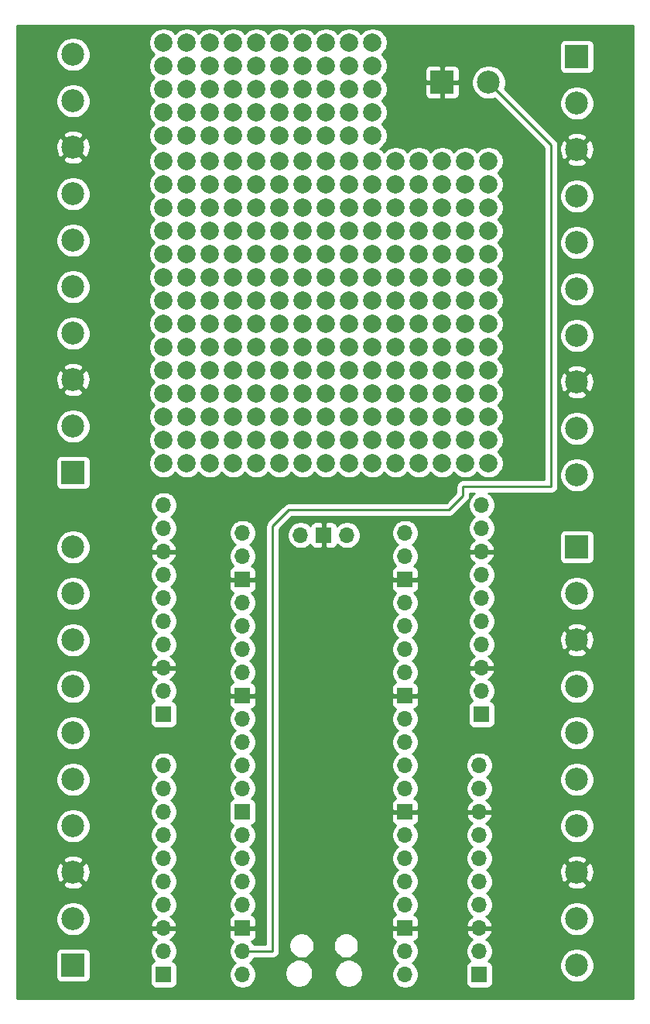
<source format=gbr>
%TF.GenerationSoftware,KiCad,Pcbnew,(5.1.6)-1*%
%TF.CreationDate,2021-02-08T13:30:39-05:00*%
%TF.ProjectId,MKME Pico Breakout,4d4b4d45-2050-4696-936f-20427265616b,rev?*%
%TF.SameCoordinates,Original*%
%TF.FileFunction,Copper,L2,Bot*%
%TF.FilePolarity,Positive*%
%FSLAX46Y46*%
G04 Gerber Fmt 4.6, Leading zero omitted, Abs format (unit mm)*
G04 Created by KiCad (PCBNEW (5.1.6)-1) date 2021-02-08 13:30:39*
%MOMM*%
%LPD*%
G01*
G04 APERTURE LIST*
%TA.AperFunction,ComponentPad*%
%ADD10C,2.000000*%
%TD*%
%TA.AperFunction,ComponentPad*%
%ADD11R,2.500000X2.500000*%
%TD*%
%TA.AperFunction,ComponentPad*%
%ADD12C,2.500000*%
%TD*%
%TA.AperFunction,ComponentPad*%
%ADD13R,1.700000X1.700000*%
%TD*%
%TA.AperFunction,ComponentPad*%
%ADD14O,1.700000X1.700000*%
%TD*%
%TA.AperFunction,Conductor*%
%ADD15C,0.250000*%
%TD*%
%TA.AperFunction,Conductor*%
%ADD16C,0.254000*%
%TD*%
G04 APERTURE END LIST*
D10*
%TO.P, ,1*%
%TO.N,N/C*%
X228092000Y-56896000D03*
%TD*%
%TO.P, ,1*%
%TO.N,N/C*%
X225552000Y-56896000D03*
%TD*%
%TO.P, ,1*%
%TO.N,N/C*%
X223012000Y-56896000D03*
%TD*%
%TO.P, ,1*%
%TO.N,N/C*%
X220472000Y-56896000D03*
%TD*%
%TO.P, ,1*%
%TO.N,N/C*%
X217932000Y-56896000D03*
%TD*%
%TO.P, ,1*%
%TO.N,N/C*%
X215392000Y-56896000D03*
%TD*%
%TO.P, ,1*%
%TO.N,N/C*%
X212852000Y-56896000D03*
%TD*%
%TO.P, ,1*%
%TO.N,N/C*%
X210312000Y-56896000D03*
%TD*%
%TO.P, ,1*%
%TO.N,N/C*%
X207772000Y-56896000D03*
%TD*%
%TO.P, ,1*%
%TO.N,N/C*%
X205232000Y-56896000D03*
%TD*%
%TO.P, ,1*%
%TO.N,N/C*%
X228092000Y-54356000D03*
%TD*%
%TO.P, ,1*%
%TO.N,N/C*%
X225552000Y-54356000D03*
%TD*%
%TO.P, ,1*%
%TO.N,N/C*%
X223012000Y-54356000D03*
%TD*%
%TO.P, ,1*%
%TO.N,N/C*%
X220472000Y-54356000D03*
%TD*%
%TO.P, ,1*%
%TO.N,N/C*%
X217932000Y-54356000D03*
%TD*%
%TO.P, ,1*%
%TO.N,N/C*%
X215392000Y-54356000D03*
%TD*%
%TO.P, ,1*%
%TO.N,N/C*%
X212852000Y-54356000D03*
%TD*%
%TO.P, ,1*%
%TO.N,N/C*%
X210312000Y-54356000D03*
%TD*%
%TO.P, ,1*%
%TO.N,N/C*%
X207772000Y-54356000D03*
%TD*%
%TO.P, ,1*%
%TO.N,N/C*%
X205232000Y-54356000D03*
%TD*%
%TO.P, ,1*%
%TO.N,N/C*%
X228092000Y-51816000D03*
%TD*%
%TO.P, ,1*%
%TO.N,N/C*%
X225552000Y-51816000D03*
%TD*%
%TO.P, ,1*%
%TO.N,N/C*%
X223012000Y-51816000D03*
%TD*%
%TO.P, ,1*%
%TO.N,N/C*%
X220472000Y-51816000D03*
%TD*%
%TO.P, ,1*%
%TO.N,N/C*%
X217932000Y-51816000D03*
%TD*%
%TO.P, ,1*%
%TO.N,N/C*%
X215392000Y-51816000D03*
%TD*%
%TO.P, ,1*%
%TO.N,N/C*%
X212852000Y-51816000D03*
%TD*%
%TO.P, ,1*%
%TO.N,N/C*%
X210312000Y-51816000D03*
%TD*%
%TO.P, ,1*%
%TO.N,N/C*%
X207772000Y-51816000D03*
%TD*%
%TO.P, ,1*%
%TO.N,N/C*%
X205232000Y-51816000D03*
%TD*%
%TO.P, ,1*%
%TO.N,N/C*%
X228092000Y-49276000D03*
%TD*%
%TO.P, ,1*%
%TO.N,N/C*%
X225552000Y-49276000D03*
%TD*%
%TO.P, ,1*%
%TO.N,N/C*%
X223012000Y-49276000D03*
%TD*%
%TO.P, ,1*%
%TO.N,N/C*%
X220472000Y-49276000D03*
%TD*%
%TO.P, ,1*%
%TO.N,N/C*%
X217932000Y-49276000D03*
%TD*%
%TO.P, ,1*%
%TO.N,N/C*%
X215392000Y-49276000D03*
%TD*%
%TO.P, ,1*%
%TO.N,N/C*%
X212852000Y-49276000D03*
%TD*%
%TO.P, ,1*%
%TO.N,N/C*%
X210312000Y-49276000D03*
%TD*%
%TO.P, ,1*%
%TO.N,N/C*%
X207772000Y-49276000D03*
%TD*%
%TO.P, ,1*%
%TO.N,N/C*%
X205232000Y-49276000D03*
%TD*%
%TO.P, ,1*%
%TO.N,N/C*%
X228092000Y-46736000D03*
%TD*%
%TO.P, ,1*%
%TO.N,N/C*%
X225552000Y-46736000D03*
%TD*%
%TO.P, ,1*%
%TO.N,N/C*%
X223012000Y-46736000D03*
%TD*%
%TO.P, ,1*%
%TO.N,N/C*%
X220472000Y-46736000D03*
%TD*%
%TO.P, ,1*%
%TO.N,N/C*%
X217932000Y-46736000D03*
%TD*%
%TO.P, ,1*%
%TO.N,N/C*%
X215392000Y-46736000D03*
%TD*%
%TO.P, ,1*%
%TO.N,N/C*%
X212852000Y-46736000D03*
%TD*%
%TO.P, ,1*%
%TO.N,N/C*%
X210312000Y-46736000D03*
%TD*%
%TO.P, ,1*%
%TO.N,N/C*%
X207772000Y-46736000D03*
%TD*%
%TO.P, ,1*%
%TO.N,N/C*%
X205232000Y-46736000D03*
%TD*%
%TO.P, ,1*%
%TO.N,N/C*%
X240792000Y-92710000D03*
%TD*%
%TO.P, ,1*%
%TO.N,N/C*%
X238252000Y-92710000D03*
%TD*%
%TO.P, ,1*%
%TO.N,N/C*%
X235712000Y-92710000D03*
%TD*%
%TO.P, ,1*%
%TO.N,N/C*%
X233172000Y-92710000D03*
%TD*%
%TO.P, ,1*%
%TO.N,N/C*%
X230632000Y-92710000D03*
%TD*%
%TO.P, ,1*%
%TO.N,N/C*%
X228092000Y-92710000D03*
%TD*%
%TO.P, ,1*%
%TO.N,N/C*%
X225552000Y-92710000D03*
%TD*%
%TO.P, ,1*%
%TO.N,N/C*%
X223012000Y-92710000D03*
%TD*%
%TO.P, ,1*%
%TO.N,N/C*%
X220472000Y-92710000D03*
%TD*%
%TO.P, ,1*%
%TO.N,N/C*%
X217932000Y-92710000D03*
%TD*%
%TO.P, ,1*%
%TO.N,N/C*%
X215392000Y-92710000D03*
%TD*%
%TO.P, ,1*%
%TO.N,N/C*%
X212852000Y-92710000D03*
%TD*%
%TO.P, ,1*%
%TO.N,N/C*%
X210312000Y-92710000D03*
%TD*%
%TO.P, ,1*%
%TO.N,N/C*%
X207772000Y-92710000D03*
%TD*%
%TO.P, ,1*%
%TO.N,N/C*%
X205232000Y-92710000D03*
%TD*%
%TO.P, ,1*%
%TO.N,N/C*%
X240792000Y-90170000D03*
%TD*%
%TO.P, ,1*%
%TO.N,N/C*%
X238252000Y-90170000D03*
%TD*%
%TO.P, ,1*%
%TO.N,N/C*%
X235712000Y-90170000D03*
%TD*%
%TO.P, ,1*%
%TO.N,N/C*%
X233172000Y-90170000D03*
%TD*%
%TO.P, ,1*%
%TO.N,N/C*%
X230632000Y-90170000D03*
%TD*%
%TO.P, ,1*%
%TO.N,N/C*%
X228092000Y-90170000D03*
%TD*%
%TO.P, ,1*%
%TO.N,N/C*%
X225552000Y-90170000D03*
%TD*%
%TO.P, ,1*%
%TO.N,N/C*%
X223012000Y-90170000D03*
%TD*%
%TO.P, ,1*%
%TO.N,N/C*%
X220472000Y-90170000D03*
%TD*%
%TO.P, ,1*%
%TO.N,N/C*%
X217932000Y-90170000D03*
%TD*%
%TO.P, ,1*%
%TO.N,N/C*%
X215392000Y-90170000D03*
%TD*%
%TO.P, ,1*%
%TO.N,N/C*%
X212852000Y-90170000D03*
%TD*%
%TO.P, ,1*%
%TO.N,N/C*%
X210312000Y-90170000D03*
%TD*%
%TO.P, ,1*%
%TO.N,N/C*%
X207772000Y-90170000D03*
%TD*%
%TO.P, ,1*%
%TO.N,N/C*%
X205232000Y-90170000D03*
%TD*%
%TO.P, ,1*%
%TO.N,N/C*%
X240792000Y-87630000D03*
%TD*%
%TO.P, ,1*%
%TO.N,N/C*%
X238252000Y-87630000D03*
%TD*%
%TO.P, ,1*%
%TO.N,N/C*%
X235712000Y-87630000D03*
%TD*%
%TO.P, ,1*%
%TO.N,N/C*%
X233172000Y-87630000D03*
%TD*%
%TO.P, ,1*%
%TO.N,N/C*%
X230632000Y-87630000D03*
%TD*%
%TO.P, ,1*%
%TO.N,N/C*%
X228092000Y-87630000D03*
%TD*%
%TO.P, ,1*%
%TO.N,N/C*%
X225552000Y-87630000D03*
%TD*%
%TO.P, ,1*%
%TO.N,N/C*%
X223012000Y-87630000D03*
%TD*%
%TO.P, ,1*%
%TO.N,N/C*%
X220472000Y-87630000D03*
%TD*%
%TO.P, ,1*%
%TO.N,N/C*%
X217932000Y-87630000D03*
%TD*%
%TO.P, ,1*%
%TO.N,N/C*%
X215392000Y-87630000D03*
%TD*%
%TO.P, ,1*%
%TO.N,N/C*%
X212852000Y-87630000D03*
%TD*%
%TO.P, ,1*%
%TO.N,N/C*%
X210312000Y-87630000D03*
%TD*%
%TO.P, ,1*%
%TO.N,N/C*%
X207772000Y-87630000D03*
%TD*%
%TO.P, ,1*%
%TO.N,N/C*%
X205232000Y-87630000D03*
%TD*%
%TO.P, ,1*%
%TO.N,N/C*%
X240792000Y-85090000D03*
%TD*%
%TO.P, ,1*%
%TO.N,N/C*%
X238252000Y-85090000D03*
%TD*%
%TO.P, ,1*%
%TO.N,N/C*%
X235712000Y-85090000D03*
%TD*%
%TO.P, ,1*%
%TO.N,N/C*%
X233172000Y-85090000D03*
%TD*%
%TO.P, ,1*%
%TO.N,N/C*%
X230632000Y-85090000D03*
%TD*%
%TO.P, ,1*%
%TO.N,N/C*%
X228092000Y-85090000D03*
%TD*%
%TO.P, ,1*%
%TO.N,N/C*%
X225552000Y-85090000D03*
%TD*%
%TO.P, ,1*%
%TO.N,N/C*%
X223012000Y-85090000D03*
%TD*%
%TO.P, ,1*%
%TO.N,N/C*%
X220472000Y-85090000D03*
%TD*%
%TO.P, ,1*%
%TO.N,N/C*%
X217932000Y-85090000D03*
%TD*%
%TO.P, ,1*%
%TO.N,N/C*%
X215392000Y-85090000D03*
%TD*%
%TO.P, ,1*%
%TO.N,N/C*%
X212852000Y-85090000D03*
%TD*%
%TO.P, ,1*%
%TO.N,N/C*%
X210312000Y-85090000D03*
%TD*%
%TO.P, ,1*%
%TO.N,N/C*%
X207772000Y-85090000D03*
%TD*%
%TO.P, ,1*%
%TO.N,N/C*%
X205232000Y-85090000D03*
%TD*%
%TO.P, ,1*%
%TO.N,N/C*%
X240792000Y-82550000D03*
%TD*%
%TO.P, ,1*%
%TO.N,N/C*%
X238252000Y-82550000D03*
%TD*%
%TO.P, ,1*%
%TO.N,N/C*%
X235712000Y-82550000D03*
%TD*%
%TO.P, ,1*%
%TO.N,N/C*%
X233172000Y-82550000D03*
%TD*%
%TO.P, ,1*%
%TO.N,N/C*%
X230632000Y-82550000D03*
%TD*%
%TO.P, ,1*%
%TO.N,N/C*%
X228092000Y-82550000D03*
%TD*%
%TO.P, ,1*%
%TO.N,N/C*%
X225552000Y-82550000D03*
%TD*%
%TO.P, ,1*%
%TO.N,N/C*%
X223012000Y-82550000D03*
%TD*%
%TO.P, ,1*%
%TO.N,N/C*%
X220472000Y-82550000D03*
%TD*%
%TO.P, ,1*%
%TO.N,N/C*%
X217932000Y-82550000D03*
%TD*%
%TO.P, ,1*%
%TO.N,N/C*%
X215392000Y-82550000D03*
%TD*%
%TO.P, ,1*%
%TO.N,N/C*%
X212852000Y-82550000D03*
%TD*%
%TO.P, ,1*%
%TO.N,N/C*%
X210312000Y-82550000D03*
%TD*%
%TO.P, ,1*%
%TO.N,N/C*%
X207772000Y-82550000D03*
%TD*%
%TO.P, ,1*%
%TO.N,N/C*%
X205232000Y-82550000D03*
%TD*%
%TO.P, ,1*%
%TO.N,N/C*%
X240792000Y-80010000D03*
%TD*%
%TO.P, ,1*%
%TO.N,N/C*%
X238252000Y-80010000D03*
%TD*%
%TO.P, ,1*%
%TO.N,N/C*%
X235712000Y-80010000D03*
%TD*%
%TO.P, ,1*%
%TO.N,N/C*%
X233172000Y-80010000D03*
%TD*%
%TO.P, ,1*%
%TO.N,N/C*%
X230632000Y-80010000D03*
%TD*%
%TO.P, ,1*%
%TO.N,N/C*%
X228092000Y-80010000D03*
%TD*%
%TO.P, ,1*%
%TO.N,N/C*%
X225552000Y-80010000D03*
%TD*%
%TO.P, ,1*%
%TO.N,N/C*%
X223012000Y-80010000D03*
%TD*%
%TO.P, ,1*%
%TO.N,N/C*%
X220472000Y-80010000D03*
%TD*%
%TO.P, ,1*%
%TO.N,N/C*%
X217932000Y-80010000D03*
%TD*%
%TO.P, ,1*%
%TO.N,N/C*%
X215392000Y-80010000D03*
%TD*%
%TO.P, ,1*%
%TO.N,N/C*%
X212852000Y-80010000D03*
%TD*%
%TO.P, ,1*%
%TO.N,N/C*%
X210312000Y-80010000D03*
%TD*%
%TO.P, ,1*%
%TO.N,N/C*%
X207772000Y-80010000D03*
%TD*%
%TO.P, ,1*%
%TO.N,N/C*%
X205232000Y-80010000D03*
%TD*%
%TO.P, ,1*%
%TO.N,N/C*%
X240792000Y-77470000D03*
%TD*%
%TO.P, ,1*%
%TO.N,N/C*%
X238252000Y-77470000D03*
%TD*%
%TO.P, ,1*%
%TO.N,N/C*%
X235712000Y-77470000D03*
%TD*%
%TO.P, ,1*%
%TO.N,N/C*%
X233172000Y-77470000D03*
%TD*%
%TO.P, ,1*%
%TO.N,N/C*%
X230632000Y-77470000D03*
%TD*%
%TO.P, ,1*%
%TO.N,N/C*%
X228092000Y-77470000D03*
%TD*%
%TO.P, ,1*%
%TO.N,N/C*%
X225552000Y-77470000D03*
%TD*%
%TO.P, ,1*%
%TO.N,N/C*%
X223012000Y-77470000D03*
%TD*%
%TO.P, ,1*%
%TO.N,N/C*%
X220472000Y-77470000D03*
%TD*%
%TO.P, ,1*%
%TO.N,N/C*%
X217932000Y-77470000D03*
%TD*%
%TO.P, ,1*%
%TO.N,N/C*%
X215392000Y-77470000D03*
%TD*%
%TO.P, ,1*%
%TO.N,N/C*%
X212852000Y-77470000D03*
%TD*%
%TO.P, ,1*%
%TO.N,N/C*%
X210312000Y-77470000D03*
%TD*%
%TO.P, ,1*%
%TO.N,N/C*%
X207772000Y-77470000D03*
%TD*%
%TO.P, ,1*%
%TO.N,N/C*%
X205232000Y-77470000D03*
%TD*%
%TO.P, ,1*%
%TO.N,N/C*%
X240792000Y-74930000D03*
%TD*%
%TO.P, ,1*%
%TO.N,N/C*%
X238252000Y-74930000D03*
%TD*%
%TO.P, ,1*%
%TO.N,N/C*%
X235712000Y-74930000D03*
%TD*%
%TO.P, ,1*%
%TO.N,N/C*%
X233172000Y-74930000D03*
%TD*%
%TO.P, ,1*%
%TO.N,N/C*%
X230632000Y-74930000D03*
%TD*%
%TO.P, ,1*%
%TO.N,N/C*%
X228092000Y-74930000D03*
%TD*%
%TO.P, ,1*%
%TO.N,N/C*%
X225552000Y-74930000D03*
%TD*%
%TO.P, ,1*%
%TO.N,N/C*%
X223012000Y-74930000D03*
%TD*%
%TO.P, ,1*%
%TO.N,N/C*%
X220472000Y-74930000D03*
%TD*%
%TO.P, ,1*%
%TO.N,N/C*%
X217932000Y-74930000D03*
%TD*%
%TO.P, ,1*%
%TO.N,N/C*%
X215392000Y-74930000D03*
%TD*%
%TO.P, ,1*%
%TO.N,N/C*%
X212852000Y-74930000D03*
%TD*%
%TO.P, ,1*%
%TO.N,N/C*%
X210312000Y-74930000D03*
%TD*%
%TO.P, ,1*%
%TO.N,N/C*%
X207772000Y-74930000D03*
%TD*%
%TO.P, ,1*%
%TO.N,N/C*%
X205232000Y-74930000D03*
%TD*%
%TO.P, ,1*%
%TO.N,N/C*%
X240792000Y-72390000D03*
%TD*%
%TO.P, ,1*%
%TO.N,N/C*%
X238252000Y-72390000D03*
%TD*%
%TO.P, ,1*%
%TO.N,N/C*%
X235712000Y-72390000D03*
%TD*%
%TO.P, ,1*%
%TO.N,N/C*%
X233172000Y-72390000D03*
%TD*%
%TO.P, ,1*%
%TO.N,N/C*%
X230632000Y-72390000D03*
%TD*%
%TO.P, ,1*%
%TO.N,N/C*%
X228092000Y-72390000D03*
%TD*%
%TO.P, ,1*%
%TO.N,N/C*%
X225552000Y-72390000D03*
%TD*%
%TO.P, ,1*%
%TO.N,N/C*%
X223012000Y-72390000D03*
%TD*%
%TO.P, ,1*%
%TO.N,N/C*%
X220472000Y-72390000D03*
%TD*%
%TO.P, ,1*%
%TO.N,N/C*%
X217932000Y-72390000D03*
%TD*%
%TO.P, ,1*%
%TO.N,N/C*%
X215392000Y-72390000D03*
%TD*%
%TO.P, ,1*%
%TO.N,N/C*%
X212852000Y-72390000D03*
%TD*%
%TO.P, ,1*%
%TO.N,N/C*%
X210312000Y-72390000D03*
%TD*%
%TO.P, ,1*%
%TO.N,N/C*%
X207772000Y-72390000D03*
%TD*%
%TO.P, ,1*%
%TO.N,N/C*%
X205232000Y-72390000D03*
%TD*%
%TO.P, ,1*%
%TO.N,N/C*%
X240792000Y-69850000D03*
%TD*%
%TO.P, ,1*%
%TO.N,N/C*%
X238252000Y-69850000D03*
%TD*%
%TO.P, ,1*%
%TO.N,N/C*%
X235712000Y-69850000D03*
%TD*%
%TO.P, ,1*%
%TO.N,N/C*%
X233172000Y-69850000D03*
%TD*%
%TO.P, ,1*%
%TO.N,N/C*%
X230632000Y-69850000D03*
%TD*%
%TO.P, ,1*%
%TO.N,N/C*%
X228092000Y-69850000D03*
%TD*%
%TO.P, ,1*%
%TO.N,N/C*%
X225552000Y-69850000D03*
%TD*%
%TO.P, ,1*%
%TO.N,N/C*%
X223012000Y-69850000D03*
%TD*%
%TO.P, ,1*%
%TO.N,N/C*%
X220472000Y-69850000D03*
%TD*%
%TO.P, ,1*%
%TO.N,N/C*%
X217932000Y-69850000D03*
%TD*%
%TO.P, ,1*%
%TO.N,N/C*%
X215392000Y-69850000D03*
%TD*%
%TO.P, ,1*%
%TO.N,N/C*%
X212852000Y-69850000D03*
%TD*%
%TO.P, ,1*%
%TO.N,N/C*%
X210312000Y-69850000D03*
%TD*%
%TO.P, ,1*%
%TO.N,N/C*%
X207772000Y-69850000D03*
%TD*%
%TO.P, ,1*%
%TO.N,N/C*%
X205232000Y-69850000D03*
%TD*%
%TO.P, ,1*%
%TO.N,N/C*%
X240792000Y-67310000D03*
%TD*%
%TO.P, ,1*%
%TO.N,N/C*%
X238252000Y-67310000D03*
%TD*%
%TO.P, ,1*%
%TO.N,N/C*%
X235712000Y-67310000D03*
%TD*%
%TO.P, ,1*%
%TO.N,N/C*%
X233172000Y-67310000D03*
%TD*%
%TO.P, ,1*%
%TO.N,N/C*%
X230632000Y-67310000D03*
%TD*%
%TO.P, ,1*%
%TO.N,N/C*%
X228092000Y-67310000D03*
%TD*%
%TO.P, ,1*%
%TO.N,N/C*%
X225552000Y-67310000D03*
%TD*%
%TO.P, ,1*%
%TO.N,N/C*%
X223012000Y-67310000D03*
%TD*%
%TO.P, ,1*%
%TO.N,N/C*%
X220472000Y-67310000D03*
%TD*%
%TO.P, ,1*%
%TO.N,N/C*%
X217932000Y-67310000D03*
%TD*%
%TO.P, ,1*%
%TO.N,N/C*%
X215392000Y-67310000D03*
%TD*%
%TO.P, ,1*%
%TO.N,N/C*%
X212852000Y-67310000D03*
%TD*%
%TO.P, ,1*%
%TO.N,N/C*%
X210312000Y-67310000D03*
%TD*%
%TO.P, ,1*%
%TO.N,N/C*%
X207772000Y-67310000D03*
%TD*%
%TO.P, ,1*%
%TO.N,N/C*%
X205232000Y-67310000D03*
%TD*%
%TO.P, ,1*%
%TO.N,N/C*%
X240792000Y-64770000D03*
%TD*%
%TO.P, ,1*%
%TO.N,N/C*%
X238252000Y-64770000D03*
%TD*%
%TO.P, ,1*%
%TO.N,N/C*%
X235712000Y-64770000D03*
%TD*%
%TO.P, ,1*%
%TO.N,N/C*%
X233172000Y-64770000D03*
%TD*%
%TO.P, ,1*%
%TO.N,N/C*%
X230632000Y-64770000D03*
%TD*%
%TO.P, ,1*%
%TO.N,N/C*%
X228092000Y-64770000D03*
%TD*%
%TO.P, ,1*%
%TO.N,N/C*%
X225552000Y-64770000D03*
%TD*%
%TO.P, ,1*%
%TO.N,N/C*%
X223012000Y-64770000D03*
%TD*%
%TO.P, ,1*%
%TO.N,N/C*%
X220472000Y-64770000D03*
%TD*%
%TO.P, ,1*%
%TO.N,N/C*%
X217932000Y-64770000D03*
%TD*%
%TO.P, ,1*%
%TO.N,N/C*%
X215392000Y-64770000D03*
%TD*%
%TO.P, ,1*%
%TO.N,N/C*%
X212852000Y-64770000D03*
%TD*%
%TO.P, ,1*%
%TO.N,N/C*%
X210312000Y-64770000D03*
%TD*%
%TO.P, ,1*%
%TO.N,N/C*%
X207772000Y-64770000D03*
%TD*%
%TO.P, ,1*%
%TO.N,N/C*%
X205232000Y-64770000D03*
%TD*%
%TO.P, ,1*%
%TO.N,N/C*%
X240792000Y-62230000D03*
%TD*%
%TO.P, ,1*%
%TO.N,N/C*%
X238252000Y-62230000D03*
%TD*%
%TO.P, ,1*%
%TO.N,N/C*%
X235712000Y-62230000D03*
%TD*%
%TO.P, ,1*%
%TO.N,N/C*%
X233172000Y-62230000D03*
%TD*%
%TO.P, ,1*%
%TO.N,N/C*%
X230632000Y-62230000D03*
%TD*%
%TO.P, ,1*%
%TO.N,N/C*%
X228092000Y-62230000D03*
%TD*%
%TO.P, ,1*%
%TO.N,N/C*%
X225552000Y-62230000D03*
%TD*%
%TO.P, ,1*%
%TO.N,N/C*%
X223012000Y-62230000D03*
%TD*%
%TO.P, ,1*%
%TO.N,N/C*%
X220472000Y-62230000D03*
%TD*%
%TO.P, ,1*%
%TO.N,N/C*%
X217932000Y-62230000D03*
%TD*%
%TO.P, ,1*%
%TO.N,N/C*%
X215392000Y-62230000D03*
%TD*%
%TO.P, ,1*%
%TO.N,N/C*%
X212852000Y-62230000D03*
%TD*%
%TO.P, ,1*%
%TO.N,N/C*%
X210312000Y-62230000D03*
%TD*%
%TO.P, ,1*%
%TO.N,N/C*%
X207772000Y-62230000D03*
%TD*%
%TO.P, ,1*%
%TO.N,N/C*%
X205232000Y-62230000D03*
%TD*%
%TO.P, ,1*%
%TO.N,N/C*%
X240792000Y-59690000D03*
%TD*%
%TO.P, ,1*%
%TO.N,N/C*%
X238252000Y-59690000D03*
%TD*%
%TO.P, ,1*%
%TO.N,N/C*%
X235712000Y-59690000D03*
%TD*%
%TO.P, ,1*%
%TO.N,N/C*%
X233172000Y-59690000D03*
%TD*%
%TO.P, ,1*%
%TO.N,N/C*%
X230632000Y-59690000D03*
%TD*%
%TO.P, ,1*%
%TO.N,N/C*%
X228092000Y-59690000D03*
%TD*%
%TO.P, ,1*%
%TO.N,N/C*%
X225552000Y-59690000D03*
%TD*%
%TO.P, ,1*%
%TO.N,N/C*%
X223012000Y-59690000D03*
%TD*%
%TO.P, ,1*%
%TO.N,N/C*%
X220472000Y-59690000D03*
%TD*%
%TO.P, ,1*%
%TO.N,N/C*%
X217932000Y-59690000D03*
%TD*%
%TO.P, ,1*%
%TO.N,N/C*%
X215392000Y-59690000D03*
%TD*%
%TO.P, ,1*%
%TO.N,N/C*%
X212852000Y-59690000D03*
%TD*%
%TO.P, ,1*%
%TO.N,N/C*%
X210312000Y-59690000D03*
%TD*%
%TO.P, ,1*%
%TO.N,N/C*%
X207772000Y-59690000D03*
%TD*%
%TO.P, ,1*%
%TO.N,N/C*%
X205232000Y-59690000D03*
%TD*%
D11*
%TO.P,J1,1*%
%TO.N,GPIO15*%
X250444000Y-48260000D03*
D12*
%TO.P,J1,2*%
%TO.N,GPIO14*%
X250444000Y-53340000D03*
%TO.P,J1,3*%
%TO.N,GND*%
X250444000Y-58420000D03*
%TO.P,J1,4*%
%TO.N,GPIO13*%
X250444000Y-63500000D03*
%TO.P,J1,5*%
%TO.N,GPIO12*%
X250444000Y-68580000D03*
%TO.P,J1,6*%
%TO.N,GPIO11*%
X250444000Y-73660000D03*
%TO.P,J1,7*%
%TO.N,GPIO10*%
X250444000Y-78740000D03*
%TO.P,J1,8*%
%TO.N,GND*%
X250444000Y-83820000D03*
%TO.P,J1,9*%
%TO.N,GPIO9*%
X250444000Y-88900000D03*
%TO.P,J1,10*%
%TO.N,GPIO8*%
X250444000Y-93980000D03*
%TD*%
D13*
%TO.P,J2,1*%
%TO.N,GPIO8*%
X240030000Y-120142000D03*
D14*
%TO.P,J2,2*%
%TO.N,GPIO9*%
X240030000Y-117602000D03*
%TO.P,J2,3*%
%TO.N,GND*%
X240030000Y-115062000D03*
%TO.P,J2,4*%
%TO.N,GPIO10*%
X240030000Y-112522000D03*
%TO.P,J2,5*%
%TO.N,GPIO11*%
X240030000Y-109982000D03*
%TO.P,J2,6*%
%TO.N,GPIO12*%
X240030000Y-107442000D03*
%TO.P,J2,7*%
%TO.N,GPIO13*%
X240030000Y-104902000D03*
%TO.P,J2,8*%
%TO.N,GND*%
X240030000Y-102362000D03*
%TO.P,J2,9*%
%TO.N,GPIO14*%
X240030000Y-99822000D03*
%TO.P,J2,10*%
%TO.N,GPIO15*%
X240030000Y-97282000D03*
%TD*%
D11*
%TO.P,J3,1*%
%TO.N,GND*%
X235712000Y-51054000D03*
D12*
%TO.P,J3,2*%
%TO.N,VSYS*%
X240792000Y-51054000D03*
%TD*%
%TO.P,J4,10*%
%TO.N,GPIO0*%
X250444000Y-147574000D03*
%TO.P,J4,9*%
%TO.N,GPIO1*%
X250444000Y-142494000D03*
%TO.P,J4,8*%
%TO.N,GND*%
X250444000Y-137414000D03*
%TO.P,J4,7*%
%TO.N,GPIO2*%
X250444000Y-132334000D03*
%TO.P,J4,6*%
%TO.N,GPIO3*%
X250444000Y-127254000D03*
%TO.P,J4,5*%
%TO.N,GPIO4*%
X250444000Y-122174000D03*
%TO.P,J4,4*%
%TO.N,GPIO5*%
X250444000Y-117094000D03*
%TO.P,J4,3*%
%TO.N,GND*%
X250444000Y-112014000D03*
%TO.P,J4,2*%
%TO.N,GPIO6*%
X250444000Y-106934000D03*
D11*
%TO.P,J4,1*%
%TO.N,GPIO7*%
X250444000Y-101854000D03*
%TD*%
D14*
%TO.P,J5,10*%
%TO.N,GPIO7*%
X239776000Y-125730000D03*
%TO.P,J5,9*%
%TO.N,GPIO6*%
X239776000Y-128270000D03*
%TO.P,J5,8*%
%TO.N,GND*%
X239776000Y-130810000D03*
%TO.P,J5,7*%
%TO.N,GPIO5*%
X239776000Y-133350000D03*
%TO.P,J5,6*%
%TO.N,GPIO4*%
X239776000Y-135890000D03*
%TO.P,J5,5*%
%TO.N,GPIO3*%
X239776000Y-138430000D03*
%TO.P,J5,4*%
%TO.N,GPIO2*%
X239776000Y-140970000D03*
%TO.P,J5,3*%
%TO.N,GND*%
X239776000Y-143510000D03*
%TO.P,J5,2*%
%TO.N,GPIO1*%
X239776000Y-146050000D03*
D13*
%TO.P,J5,1*%
%TO.N,GPIO0*%
X239776000Y-148590000D03*
%TD*%
%TO.P,J6,1*%
%TO.N,RUN*%
X205232000Y-120142000D03*
D14*
%TO.P,J6,2*%
%TO.N,GPIO22*%
X205232000Y-117602000D03*
%TO.P,J6,3*%
%TO.N,GND*%
X205232000Y-115062000D03*
%TO.P,J6,4*%
%TO.N,GPIO21*%
X205232000Y-112522000D03*
%TO.P,J6,5*%
%TO.N,GPIO20*%
X205232000Y-109982000D03*
%TO.P,J6,6*%
%TO.N,GPIO19*%
X205232000Y-107442000D03*
%TO.P,J6,7*%
%TO.N,GPIO18*%
X205232000Y-104902000D03*
%TO.P,J6,8*%
%TO.N,GND*%
X205232000Y-102362000D03*
%TO.P,J6,9*%
%TO.N,GPIO17*%
X205232000Y-99822000D03*
%TO.P,J6,10*%
%TO.N,GPIO16*%
X205232000Y-97282000D03*
%TD*%
%TO.P,J7,10*%
%TO.N,GPIO26_ADC0*%
X205232000Y-125730000D03*
%TO.P,J7,9*%
%TO.N,GPIO27_ADC1*%
X205232000Y-128270000D03*
%TO.P,J7,8*%
%TO.N,AGND*%
X205232000Y-130810000D03*
%TO.P,J7,7*%
%TO.N,GPIO28_ADC2*%
X205232000Y-133350000D03*
%TO.P,J7,6*%
%TO.N,ADC_VREF*%
X205232000Y-135890000D03*
%TO.P,J7,5*%
%TO.N,3v3*%
X205232000Y-138430000D03*
%TO.P,J7,4*%
%TO.N,3V3_EN*%
X205232000Y-140970000D03*
%TO.P,J7,3*%
%TO.N,GND*%
X205232000Y-143510000D03*
%TO.P,J7,2*%
%TO.N,VSYS*%
X205232000Y-146050000D03*
D13*
%TO.P,J7,1*%
%TO.N,VBUS*%
X205232000Y-148590000D03*
%TD*%
D11*
%TO.P,J8,1*%
%TO.N,RUN*%
X195326000Y-93726000D03*
D12*
%TO.P,J8,2*%
%TO.N,GPIO22*%
X195326000Y-88646000D03*
%TO.P,J8,3*%
%TO.N,GND*%
X195326000Y-83566000D03*
%TO.P,J8,4*%
%TO.N,GPIO21*%
X195326000Y-78486000D03*
%TO.P,J8,5*%
%TO.N,GPIO20*%
X195326000Y-73406000D03*
%TO.P,J8,6*%
%TO.N,GPIO19*%
X195326000Y-68326000D03*
%TO.P,J8,7*%
%TO.N,GPIO18*%
X195326000Y-63246000D03*
%TO.P,J8,8*%
%TO.N,GND*%
X195326000Y-58166000D03*
%TO.P,J8,9*%
%TO.N,GPIO17*%
X195326000Y-53086000D03*
%TO.P,J8,10*%
%TO.N,GPIO16*%
X195326000Y-48006000D03*
%TD*%
D11*
%TO.P,J9,1*%
%TO.N,VBUS*%
X195326000Y-147574000D03*
D12*
%TO.P,J9,2*%
%TO.N,VSYS*%
X195326000Y-142494000D03*
%TO.P,J9,3*%
%TO.N,GND*%
X195326000Y-137414000D03*
%TO.P,J9,4*%
%TO.N,3V3_EN*%
X195326000Y-132334000D03*
%TO.P,J9,5*%
%TO.N,3v3*%
X195326000Y-127254000D03*
%TO.P,J9,6*%
%TO.N,ADC_VREF*%
X195326000Y-122174000D03*
%TO.P,J9,7*%
%TO.N,GPIO28_ADC2*%
X195326000Y-117094000D03*
%TO.P,J9,8*%
%TO.N,AGND*%
X195326000Y-112014000D03*
%TO.P,J9,9*%
%TO.N,GPIO27_ADC1*%
X195326000Y-106934000D03*
%TO.P,J9,10*%
%TO.N,GPIO26_ADC0*%
X195326000Y-101854000D03*
%TD*%
D14*
%TO.P,U1,1*%
%TO.N,GPIO0*%
X231648000Y-148590000D03*
%TO.P,U1,2*%
%TO.N,GPIO1*%
X231648000Y-146050000D03*
D13*
%TO.P,U1,3*%
%TO.N,GND*%
X231648000Y-143510000D03*
D14*
%TO.P,U1,4*%
%TO.N,GPIO2*%
X231648000Y-140970000D03*
%TO.P,U1,5*%
%TO.N,GPIO3*%
X231648000Y-138430000D03*
%TO.P,U1,6*%
%TO.N,GPIO4*%
X231648000Y-135890000D03*
%TO.P,U1,7*%
%TO.N,GPIO5*%
X231648000Y-133350000D03*
D13*
%TO.P,U1,8*%
%TO.N,GND*%
X231648000Y-130810000D03*
D14*
%TO.P,U1,9*%
%TO.N,GPIO6*%
X231648000Y-128270000D03*
%TO.P,U1,10*%
%TO.N,GPIO7*%
X231648000Y-125730000D03*
%TO.P,U1,11*%
%TO.N,GPIO8*%
X231648000Y-123190000D03*
%TO.P,U1,12*%
%TO.N,GPIO9*%
X231648000Y-120650000D03*
D13*
%TO.P,U1,13*%
%TO.N,GND*%
X231648000Y-118110000D03*
D14*
%TO.P,U1,14*%
%TO.N,GPIO10*%
X231648000Y-115570000D03*
%TO.P,U1,15*%
%TO.N,GPIO11*%
X231648000Y-113030000D03*
%TO.P,U1,16*%
%TO.N,GPIO12*%
X231648000Y-110490000D03*
%TO.P,U1,17*%
%TO.N,GPIO13*%
X231648000Y-107950000D03*
D13*
%TO.P,U1,18*%
%TO.N,GND*%
X231648000Y-105410000D03*
D14*
%TO.P,U1,19*%
%TO.N,GPIO14*%
X231648000Y-102870000D03*
%TO.P,U1,20*%
%TO.N,GPIO15*%
X231648000Y-100330000D03*
%TO.P,U1,21*%
%TO.N,GPIO16*%
X213868000Y-100330000D03*
%TO.P,U1,22*%
%TO.N,GPIO17*%
X213868000Y-102870000D03*
D13*
%TO.P,U1,23*%
%TO.N,GND*%
X213868000Y-105410000D03*
D14*
%TO.P,U1,24*%
%TO.N,GPIO18*%
X213868000Y-107950000D03*
%TO.P,U1,25*%
%TO.N,GPIO19*%
X213868000Y-110490000D03*
%TO.P,U1,26*%
%TO.N,GPIO20*%
X213868000Y-113030000D03*
%TO.P,U1,27*%
%TO.N,GPIO21*%
X213868000Y-115570000D03*
D13*
%TO.P,U1,28*%
%TO.N,GND*%
X213868000Y-118110000D03*
D14*
%TO.P,U1,29*%
%TO.N,GPIO22*%
X213868000Y-120650000D03*
%TO.P,U1,30*%
%TO.N,RUN*%
X213868000Y-123190000D03*
%TO.P,U1,31*%
%TO.N,GPIO26_ADC0*%
X213868000Y-125730000D03*
%TO.P,U1,32*%
%TO.N,GPIO27_ADC1*%
X213868000Y-128270000D03*
D13*
%TO.P,U1,33*%
%TO.N,AGND*%
X213868000Y-130810000D03*
D14*
%TO.P,U1,34*%
%TO.N,GPIO28_ADC2*%
X213868000Y-133350000D03*
%TO.P,U1,35*%
%TO.N,ADC_VREF*%
X213868000Y-135890000D03*
%TO.P,U1,36*%
%TO.N,3v3*%
X213868000Y-138430000D03*
%TO.P,U1,37*%
%TO.N,3V3_EN*%
X213868000Y-140970000D03*
D13*
%TO.P,U1,38*%
%TO.N,GND*%
X213868000Y-143510000D03*
D14*
%TO.P,U1,39*%
%TO.N,VSYS*%
X213868000Y-146050000D03*
%TO.P,U1,40*%
%TO.N,VBUS*%
X213868000Y-148590000D03*
%TO.P,U1,41*%
%TO.N,Net-(U1-Pad41)*%
X225298000Y-100560000D03*
D13*
%TO.P,U1,42*%
%TO.N,GND*%
X222758000Y-100560000D03*
D14*
%TO.P,U1,43*%
%TO.N,Net-(U1-Pad43)*%
X220218000Y-100560000D03*
%TD*%
D15*
%TO.N,VSYS*%
X213868000Y-146050000D02*
X217170000Y-146050000D01*
X217170000Y-146050000D02*
X217170000Y-99568000D01*
X217170000Y-99568000D02*
X218948000Y-97790000D01*
X218948000Y-97790000D02*
X236474000Y-97790000D01*
X236474000Y-97790000D02*
X237998000Y-96266000D01*
X237998000Y-96266000D02*
X237998000Y-95250000D01*
X237998000Y-95250000D02*
X247650000Y-95250000D01*
X247650000Y-57912000D02*
X240792000Y-51054000D01*
X247650000Y-95250000D02*
X247650000Y-57912000D01*
%TD*%
D16*
%TO.N,GND*%
G36*
X256617001Y-151207000D02*
G01*
X189153000Y-151207000D01*
X189153000Y-146324000D01*
X193437928Y-146324000D01*
X193437928Y-148824000D01*
X193450188Y-148948482D01*
X193486498Y-149068180D01*
X193545463Y-149178494D01*
X193624815Y-149275185D01*
X193721506Y-149354537D01*
X193831820Y-149413502D01*
X193951518Y-149449812D01*
X194076000Y-149462072D01*
X196576000Y-149462072D01*
X196700482Y-149449812D01*
X196820180Y-149413502D01*
X196930494Y-149354537D01*
X197027185Y-149275185D01*
X197106537Y-149178494D01*
X197165502Y-149068180D01*
X197201812Y-148948482D01*
X197214072Y-148824000D01*
X197214072Y-147740000D01*
X203743928Y-147740000D01*
X203743928Y-149440000D01*
X203756188Y-149564482D01*
X203792498Y-149684180D01*
X203851463Y-149794494D01*
X203930815Y-149891185D01*
X204027506Y-149970537D01*
X204137820Y-150029502D01*
X204257518Y-150065812D01*
X204382000Y-150078072D01*
X206082000Y-150078072D01*
X206206482Y-150065812D01*
X206326180Y-150029502D01*
X206436494Y-149970537D01*
X206533185Y-149891185D01*
X206612537Y-149794494D01*
X206671502Y-149684180D01*
X206707812Y-149564482D01*
X206720072Y-149440000D01*
X206720072Y-147740000D01*
X206707812Y-147615518D01*
X206671502Y-147495820D01*
X206612537Y-147385506D01*
X206533185Y-147288815D01*
X206436494Y-147209463D01*
X206326180Y-147150498D01*
X206253620Y-147128487D01*
X206385475Y-146996632D01*
X206547990Y-146753411D01*
X206659932Y-146483158D01*
X206717000Y-146196260D01*
X206717000Y-145903740D01*
X206659932Y-145616842D01*
X206547990Y-145346589D01*
X206385475Y-145103368D01*
X206178632Y-144896525D01*
X205996466Y-144774805D01*
X206113355Y-144705178D01*
X206329588Y-144510269D01*
X206441672Y-144360000D01*
X212379928Y-144360000D01*
X212392188Y-144484482D01*
X212428498Y-144604180D01*
X212487463Y-144714494D01*
X212566815Y-144811185D01*
X212663506Y-144890537D01*
X212773820Y-144949502D01*
X212846380Y-144971513D01*
X212714525Y-145103368D01*
X212552010Y-145346589D01*
X212440068Y-145616842D01*
X212383000Y-145903740D01*
X212383000Y-146196260D01*
X212440068Y-146483158D01*
X212552010Y-146753411D01*
X212714525Y-146996632D01*
X212921368Y-147203475D01*
X213095760Y-147320000D01*
X212921368Y-147436525D01*
X212714525Y-147643368D01*
X212552010Y-147886589D01*
X212440068Y-148156842D01*
X212383000Y-148443740D01*
X212383000Y-148736260D01*
X212440068Y-149023158D01*
X212552010Y-149293411D01*
X212714525Y-149536632D01*
X212921368Y-149743475D01*
X213164589Y-149905990D01*
X213434842Y-150017932D01*
X213721740Y-150075000D01*
X214014260Y-150075000D01*
X214301158Y-150017932D01*
X214571411Y-149905990D01*
X214814632Y-149743475D01*
X215021475Y-149536632D01*
X215183990Y-149293411D01*
X215295932Y-149023158D01*
X215353000Y-148736260D01*
X215353000Y-148443740D01*
X215326162Y-148308816D01*
X218498000Y-148308816D01*
X218498000Y-148611184D01*
X218556989Y-148907743D01*
X218672701Y-149187095D01*
X218840688Y-149438505D01*
X219054495Y-149652312D01*
X219305905Y-149820299D01*
X219585257Y-149936011D01*
X219881816Y-149995000D01*
X220184184Y-149995000D01*
X220480743Y-149936011D01*
X220760095Y-149820299D01*
X221011505Y-149652312D01*
X221225312Y-149438505D01*
X221393299Y-149187095D01*
X221509011Y-148907743D01*
X221568000Y-148611184D01*
X221568000Y-148308816D01*
X223948000Y-148308816D01*
X223948000Y-148611184D01*
X224006989Y-148907743D01*
X224122701Y-149187095D01*
X224290688Y-149438505D01*
X224504495Y-149652312D01*
X224755905Y-149820299D01*
X225035257Y-149936011D01*
X225331816Y-149995000D01*
X225634184Y-149995000D01*
X225930743Y-149936011D01*
X226210095Y-149820299D01*
X226461505Y-149652312D01*
X226675312Y-149438505D01*
X226843299Y-149187095D01*
X226959011Y-148907743D01*
X227018000Y-148611184D01*
X227018000Y-148308816D01*
X226959011Y-148012257D01*
X226843299Y-147732905D01*
X226675312Y-147481495D01*
X226461505Y-147267688D01*
X226210095Y-147099701D01*
X225930743Y-146983989D01*
X225634184Y-146925000D01*
X225331816Y-146925000D01*
X225035257Y-146983989D01*
X224755905Y-147099701D01*
X224504495Y-147267688D01*
X224290688Y-147481495D01*
X224122701Y-147732905D01*
X224006989Y-148012257D01*
X223948000Y-148308816D01*
X221568000Y-148308816D01*
X221509011Y-148012257D01*
X221393299Y-147732905D01*
X221225312Y-147481495D01*
X221011505Y-147267688D01*
X220760095Y-147099701D01*
X220480743Y-146983989D01*
X220184184Y-146925000D01*
X219881816Y-146925000D01*
X219585257Y-146983989D01*
X219305905Y-147099701D01*
X219054495Y-147267688D01*
X218840688Y-147481495D01*
X218672701Y-147732905D01*
X218556989Y-148012257D01*
X218498000Y-148308816D01*
X215326162Y-148308816D01*
X215295932Y-148156842D01*
X215183990Y-147886589D01*
X215021475Y-147643368D01*
X214814632Y-147436525D01*
X214640240Y-147320000D01*
X214814632Y-147203475D01*
X215021475Y-146996632D01*
X215146178Y-146810000D01*
X217132667Y-146810000D01*
X217170000Y-146813677D01*
X217207333Y-146810000D01*
X217318986Y-146799003D01*
X217462247Y-146755546D01*
X217594276Y-146684974D01*
X217710001Y-146590001D01*
X217804974Y-146474276D01*
X217875546Y-146342247D01*
X217919003Y-146198986D01*
X217933677Y-146050000D01*
X217930000Y-146012667D01*
X217930000Y-145293589D01*
X218948000Y-145293589D01*
X218948000Y-145566411D01*
X219001225Y-145833989D01*
X219105629Y-146086043D01*
X219257201Y-146312886D01*
X219450114Y-146505799D01*
X219676957Y-146657371D01*
X219929011Y-146761775D01*
X220196589Y-146815000D01*
X220469411Y-146815000D01*
X220736989Y-146761775D01*
X220989043Y-146657371D01*
X221215886Y-146505799D01*
X221408799Y-146312886D01*
X221560371Y-146086043D01*
X221664775Y-145833989D01*
X221718000Y-145566411D01*
X221718000Y-145293589D01*
X223798000Y-145293589D01*
X223798000Y-145566411D01*
X223851225Y-145833989D01*
X223955629Y-146086043D01*
X224107201Y-146312886D01*
X224300114Y-146505799D01*
X224526957Y-146657371D01*
X224779011Y-146761775D01*
X225046589Y-146815000D01*
X225319411Y-146815000D01*
X225586989Y-146761775D01*
X225839043Y-146657371D01*
X226065886Y-146505799D01*
X226258799Y-146312886D01*
X226410371Y-146086043D01*
X226514775Y-145833989D01*
X226568000Y-145566411D01*
X226568000Y-145293589D01*
X226514775Y-145026011D01*
X226410371Y-144773957D01*
X226258799Y-144547114D01*
X226071685Y-144360000D01*
X230159928Y-144360000D01*
X230172188Y-144484482D01*
X230208498Y-144604180D01*
X230267463Y-144714494D01*
X230346815Y-144811185D01*
X230443506Y-144890537D01*
X230553820Y-144949502D01*
X230626380Y-144971513D01*
X230494525Y-145103368D01*
X230332010Y-145346589D01*
X230220068Y-145616842D01*
X230163000Y-145903740D01*
X230163000Y-146196260D01*
X230220068Y-146483158D01*
X230332010Y-146753411D01*
X230494525Y-146996632D01*
X230701368Y-147203475D01*
X230875760Y-147320000D01*
X230701368Y-147436525D01*
X230494525Y-147643368D01*
X230332010Y-147886589D01*
X230220068Y-148156842D01*
X230163000Y-148443740D01*
X230163000Y-148736260D01*
X230220068Y-149023158D01*
X230332010Y-149293411D01*
X230494525Y-149536632D01*
X230701368Y-149743475D01*
X230944589Y-149905990D01*
X231214842Y-150017932D01*
X231501740Y-150075000D01*
X231794260Y-150075000D01*
X232081158Y-150017932D01*
X232351411Y-149905990D01*
X232594632Y-149743475D01*
X232801475Y-149536632D01*
X232963990Y-149293411D01*
X233075932Y-149023158D01*
X233133000Y-148736260D01*
X233133000Y-148443740D01*
X233075932Y-148156842D01*
X232963990Y-147886589D01*
X232866043Y-147740000D01*
X238287928Y-147740000D01*
X238287928Y-149440000D01*
X238300188Y-149564482D01*
X238336498Y-149684180D01*
X238395463Y-149794494D01*
X238474815Y-149891185D01*
X238571506Y-149970537D01*
X238681820Y-150029502D01*
X238801518Y-150065812D01*
X238926000Y-150078072D01*
X240626000Y-150078072D01*
X240750482Y-150065812D01*
X240870180Y-150029502D01*
X240980494Y-149970537D01*
X241077185Y-149891185D01*
X241156537Y-149794494D01*
X241215502Y-149684180D01*
X241251812Y-149564482D01*
X241264072Y-149440000D01*
X241264072Y-147740000D01*
X241251812Y-147615518D01*
X241215502Y-147495820D01*
X241158054Y-147388344D01*
X248559000Y-147388344D01*
X248559000Y-147759656D01*
X248631439Y-148123834D01*
X248773534Y-148466882D01*
X248979825Y-148775618D01*
X249242382Y-149038175D01*
X249551118Y-149244466D01*
X249894166Y-149386561D01*
X250258344Y-149459000D01*
X250629656Y-149459000D01*
X250993834Y-149386561D01*
X251336882Y-149244466D01*
X251645618Y-149038175D01*
X251908175Y-148775618D01*
X252114466Y-148466882D01*
X252256561Y-148123834D01*
X252329000Y-147759656D01*
X252329000Y-147388344D01*
X252256561Y-147024166D01*
X252114466Y-146681118D01*
X251908175Y-146372382D01*
X251645618Y-146109825D01*
X251336882Y-145903534D01*
X250993834Y-145761439D01*
X250629656Y-145689000D01*
X250258344Y-145689000D01*
X249894166Y-145761439D01*
X249551118Y-145903534D01*
X249242382Y-146109825D01*
X248979825Y-146372382D01*
X248773534Y-146681118D01*
X248631439Y-147024166D01*
X248559000Y-147388344D01*
X241158054Y-147388344D01*
X241156537Y-147385506D01*
X241077185Y-147288815D01*
X240980494Y-147209463D01*
X240870180Y-147150498D01*
X240797620Y-147128487D01*
X240929475Y-146996632D01*
X241091990Y-146753411D01*
X241203932Y-146483158D01*
X241261000Y-146196260D01*
X241261000Y-145903740D01*
X241203932Y-145616842D01*
X241091990Y-145346589D01*
X240929475Y-145103368D01*
X240722632Y-144896525D01*
X240540466Y-144774805D01*
X240657355Y-144705178D01*
X240873588Y-144510269D01*
X241047641Y-144276920D01*
X241172825Y-144014099D01*
X241217476Y-143866890D01*
X241096155Y-143637000D01*
X239903000Y-143637000D01*
X239903000Y-143657000D01*
X239649000Y-143657000D01*
X239649000Y-143637000D01*
X238455845Y-143637000D01*
X238334524Y-143866890D01*
X238379175Y-144014099D01*
X238504359Y-144276920D01*
X238678412Y-144510269D01*
X238894645Y-144705178D01*
X239011534Y-144774805D01*
X238829368Y-144896525D01*
X238622525Y-145103368D01*
X238460010Y-145346589D01*
X238348068Y-145616842D01*
X238291000Y-145903740D01*
X238291000Y-146196260D01*
X238348068Y-146483158D01*
X238460010Y-146753411D01*
X238622525Y-146996632D01*
X238754380Y-147128487D01*
X238681820Y-147150498D01*
X238571506Y-147209463D01*
X238474815Y-147288815D01*
X238395463Y-147385506D01*
X238336498Y-147495820D01*
X238300188Y-147615518D01*
X238287928Y-147740000D01*
X232866043Y-147740000D01*
X232801475Y-147643368D01*
X232594632Y-147436525D01*
X232420240Y-147320000D01*
X232594632Y-147203475D01*
X232801475Y-146996632D01*
X232963990Y-146753411D01*
X233075932Y-146483158D01*
X233133000Y-146196260D01*
X233133000Y-145903740D01*
X233075932Y-145616842D01*
X232963990Y-145346589D01*
X232801475Y-145103368D01*
X232669620Y-144971513D01*
X232742180Y-144949502D01*
X232852494Y-144890537D01*
X232949185Y-144811185D01*
X233028537Y-144714494D01*
X233087502Y-144604180D01*
X233123812Y-144484482D01*
X233136072Y-144360000D01*
X233133000Y-143795750D01*
X232974250Y-143637000D01*
X231775000Y-143637000D01*
X231775000Y-143657000D01*
X231521000Y-143657000D01*
X231521000Y-143637000D01*
X230321750Y-143637000D01*
X230163000Y-143795750D01*
X230159928Y-144360000D01*
X226071685Y-144360000D01*
X226065886Y-144354201D01*
X225839043Y-144202629D01*
X225586989Y-144098225D01*
X225319411Y-144045000D01*
X225046589Y-144045000D01*
X224779011Y-144098225D01*
X224526957Y-144202629D01*
X224300114Y-144354201D01*
X224107201Y-144547114D01*
X223955629Y-144773957D01*
X223851225Y-145026011D01*
X223798000Y-145293589D01*
X221718000Y-145293589D01*
X221664775Y-145026011D01*
X221560371Y-144773957D01*
X221408799Y-144547114D01*
X221215886Y-144354201D01*
X220989043Y-144202629D01*
X220736989Y-144098225D01*
X220469411Y-144045000D01*
X220196589Y-144045000D01*
X219929011Y-144098225D01*
X219676957Y-144202629D01*
X219450114Y-144354201D01*
X219257201Y-144547114D01*
X219105629Y-144773957D01*
X219001225Y-145026011D01*
X218948000Y-145293589D01*
X217930000Y-145293589D01*
X217930000Y-131660000D01*
X230159928Y-131660000D01*
X230172188Y-131784482D01*
X230208498Y-131904180D01*
X230267463Y-132014494D01*
X230346815Y-132111185D01*
X230443506Y-132190537D01*
X230553820Y-132249502D01*
X230626380Y-132271513D01*
X230494525Y-132403368D01*
X230332010Y-132646589D01*
X230220068Y-132916842D01*
X230163000Y-133203740D01*
X230163000Y-133496260D01*
X230220068Y-133783158D01*
X230332010Y-134053411D01*
X230494525Y-134296632D01*
X230701368Y-134503475D01*
X230875760Y-134620000D01*
X230701368Y-134736525D01*
X230494525Y-134943368D01*
X230332010Y-135186589D01*
X230220068Y-135456842D01*
X230163000Y-135743740D01*
X230163000Y-136036260D01*
X230220068Y-136323158D01*
X230332010Y-136593411D01*
X230494525Y-136836632D01*
X230701368Y-137043475D01*
X230875760Y-137160000D01*
X230701368Y-137276525D01*
X230494525Y-137483368D01*
X230332010Y-137726589D01*
X230220068Y-137996842D01*
X230163000Y-138283740D01*
X230163000Y-138576260D01*
X230220068Y-138863158D01*
X230332010Y-139133411D01*
X230494525Y-139376632D01*
X230701368Y-139583475D01*
X230875760Y-139700000D01*
X230701368Y-139816525D01*
X230494525Y-140023368D01*
X230332010Y-140266589D01*
X230220068Y-140536842D01*
X230163000Y-140823740D01*
X230163000Y-141116260D01*
X230220068Y-141403158D01*
X230332010Y-141673411D01*
X230494525Y-141916632D01*
X230626380Y-142048487D01*
X230553820Y-142070498D01*
X230443506Y-142129463D01*
X230346815Y-142208815D01*
X230267463Y-142305506D01*
X230208498Y-142415820D01*
X230172188Y-142535518D01*
X230159928Y-142660000D01*
X230163000Y-143224250D01*
X230321750Y-143383000D01*
X231521000Y-143383000D01*
X231521000Y-143363000D01*
X231775000Y-143363000D01*
X231775000Y-143383000D01*
X232974250Y-143383000D01*
X233133000Y-143224250D01*
X233136072Y-142660000D01*
X233123812Y-142535518D01*
X233087502Y-142415820D01*
X233028537Y-142305506D01*
X232949185Y-142208815D01*
X232852494Y-142129463D01*
X232742180Y-142070498D01*
X232669620Y-142048487D01*
X232801475Y-141916632D01*
X232963990Y-141673411D01*
X233075932Y-141403158D01*
X233133000Y-141116260D01*
X233133000Y-140823740D01*
X233075932Y-140536842D01*
X232963990Y-140266589D01*
X232801475Y-140023368D01*
X232594632Y-139816525D01*
X232420240Y-139700000D01*
X232594632Y-139583475D01*
X232801475Y-139376632D01*
X232963990Y-139133411D01*
X233075932Y-138863158D01*
X233133000Y-138576260D01*
X233133000Y-138283740D01*
X233075932Y-137996842D01*
X232963990Y-137726589D01*
X232801475Y-137483368D01*
X232594632Y-137276525D01*
X232420240Y-137160000D01*
X232594632Y-137043475D01*
X232801475Y-136836632D01*
X232963990Y-136593411D01*
X233075932Y-136323158D01*
X233133000Y-136036260D01*
X233133000Y-135743740D01*
X233075932Y-135456842D01*
X232963990Y-135186589D01*
X232801475Y-134943368D01*
X232594632Y-134736525D01*
X232420240Y-134620000D01*
X232594632Y-134503475D01*
X232801475Y-134296632D01*
X232963990Y-134053411D01*
X233075932Y-133783158D01*
X233133000Y-133496260D01*
X233133000Y-133203740D01*
X238291000Y-133203740D01*
X238291000Y-133496260D01*
X238348068Y-133783158D01*
X238460010Y-134053411D01*
X238622525Y-134296632D01*
X238829368Y-134503475D01*
X239003760Y-134620000D01*
X238829368Y-134736525D01*
X238622525Y-134943368D01*
X238460010Y-135186589D01*
X238348068Y-135456842D01*
X238291000Y-135743740D01*
X238291000Y-136036260D01*
X238348068Y-136323158D01*
X238460010Y-136593411D01*
X238622525Y-136836632D01*
X238829368Y-137043475D01*
X239003760Y-137160000D01*
X238829368Y-137276525D01*
X238622525Y-137483368D01*
X238460010Y-137726589D01*
X238348068Y-137996842D01*
X238291000Y-138283740D01*
X238291000Y-138576260D01*
X238348068Y-138863158D01*
X238460010Y-139133411D01*
X238622525Y-139376632D01*
X238829368Y-139583475D01*
X239003760Y-139700000D01*
X238829368Y-139816525D01*
X238622525Y-140023368D01*
X238460010Y-140266589D01*
X238348068Y-140536842D01*
X238291000Y-140823740D01*
X238291000Y-141116260D01*
X238348068Y-141403158D01*
X238460010Y-141673411D01*
X238622525Y-141916632D01*
X238829368Y-142123475D01*
X239011534Y-142245195D01*
X238894645Y-142314822D01*
X238678412Y-142509731D01*
X238504359Y-142743080D01*
X238379175Y-143005901D01*
X238334524Y-143153110D01*
X238455845Y-143383000D01*
X239649000Y-143383000D01*
X239649000Y-143363000D01*
X239903000Y-143363000D01*
X239903000Y-143383000D01*
X241096155Y-143383000D01*
X241217476Y-143153110D01*
X241172825Y-143005901D01*
X241047641Y-142743080D01*
X240873588Y-142509731D01*
X240657355Y-142314822D01*
X240646480Y-142308344D01*
X248559000Y-142308344D01*
X248559000Y-142679656D01*
X248631439Y-143043834D01*
X248773534Y-143386882D01*
X248979825Y-143695618D01*
X249242382Y-143958175D01*
X249551118Y-144164466D01*
X249894166Y-144306561D01*
X250258344Y-144379000D01*
X250629656Y-144379000D01*
X250993834Y-144306561D01*
X251336882Y-144164466D01*
X251645618Y-143958175D01*
X251908175Y-143695618D01*
X252114466Y-143386882D01*
X252256561Y-143043834D01*
X252329000Y-142679656D01*
X252329000Y-142308344D01*
X252256561Y-141944166D01*
X252114466Y-141601118D01*
X251908175Y-141292382D01*
X251645618Y-141029825D01*
X251336882Y-140823534D01*
X250993834Y-140681439D01*
X250629656Y-140609000D01*
X250258344Y-140609000D01*
X249894166Y-140681439D01*
X249551118Y-140823534D01*
X249242382Y-141029825D01*
X248979825Y-141292382D01*
X248773534Y-141601118D01*
X248631439Y-141944166D01*
X248559000Y-142308344D01*
X240646480Y-142308344D01*
X240540466Y-142245195D01*
X240722632Y-142123475D01*
X240929475Y-141916632D01*
X241091990Y-141673411D01*
X241203932Y-141403158D01*
X241261000Y-141116260D01*
X241261000Y-140823740D01*
X241203932Y-140536842D01*
X241091990Y-140266589D01*
X240929475Y-140023368D01*
X240722632Y-139816525D01*
X240548240Y-139700000D01*
X240722632Y-139583475D01*
X240929475Y-139376632D01*
X241091990Y-139133411D01*
X241203932Y-138863158D01*
X241230895Y-138727605D01*
X249310000Y-138727605D01*
X249435914Y-139017577D01*
X249768126Y-139183433D01*
X250126312Y-139281290D01*
X250496706Y-139307389D01*
X250865075Y-139260725D01*
X251217262Y-139143094D01*
X251452086Y-139017577D01*
X251578000Y-138727605D01*
X250444000Y-137593605D01*
X249310000Y-138727605D01*
X241230895Y-138727605D01*
X241261000Y-138576260D01*
X241261000Y-138283740D01*
X241203932Y-137996842D01*
X241091990Y-137726589D01*
X240929475Y-137483368D01*
X240912813Y-137466706D01*
X248550611Y-137466706D01*
X248597275Y-137835075D01*
X248714906Y-138187262D01*
X248840423Y-138422086D01*
X249130395Y-138548000D01*
X250264395Y-137414000D01*
X250623605Y-137414000D01*
X251757605Y-138548000D01*
X252047577Y-138422086D01*
X252213433Y-138089874D01*
X252311290Y-137731688D01*
X252337389Y-137361294D01*
X252290725Y-136992925D01*
X252173094Y-136640738D01*
X252047577Y-136405914D01*
X251757605Y-136280000D01*
X250623605Y-137414000D01*
X250264395Y-137414000D01*
X249130395Y-136280000D01*
X248840423Y-136405914D01*
X248674567Y-136738126D01*
X248576710Y-137096312D01*
X248550611Y-137466706D01*
X240912813Y-137466706D01*
X240722632Y-137276525D01*
X240548240Y-137160000D01*
X240722632Y-137043475D01*
X240929475Y-136836632D01*
X241091990Y-136593411D01*
X241203932Y-136323158D01*
X241248242Y-136100395D01*
X249310000Y-136100395D01*
X250444000Y-137234395D01*
X251578000Y-136100395D01*
X251452086Y-135810423D01*
X251119874Y-135644567D01*
X250761688Y-135546710D01*
X250391294Y-135520611D01*
X250022925Y-135567275D01*
X249670738Y-135684906D01*
X249435914Y-135810423D01*
X249310000Y-136100395D01*
X241248242Y-136100395D01*
X241261000Y-136036260D01*
X241261000Y-135743740D01*
X241203932Y-135456842D01*
X241091990Y-135186589D01*
X240929475Y-134943368D01*
X240722632Y-134736525D01*
X240548240Y-134620000D01*
X240722632Y-134503475D01*
X240929475Y-134296632D01*
X241091990Y-134053411D01*
X241203932Y-133783158D01*
X241261000Y-133496260D01*
X241261000Y-133203740D01*
X241203932Y-132916842D01*
X241091990Y-132646589D01*
X240929475Y-132403368D01*
X240722632Y-132196525D01*
X240650525Y-132148344D01*
X248559000Y-132148344D01*
X248559000Y-132519656D01*
X248631439Y-132883834D01*
X248773534Y-133226882D01*
X248979825Y-133535618D01*
X249242382Y-133798175D01*
X249551118Y-134004466D01*
X249894166Y-134146561D01*
X250258344Y-134219000D01*
X250629656Y-134219000D01*
X250993834Y-134146561D01*
X251336882Y-134004466D01*
X251645618Y-133798175D01*
X251908175Y-133535618D01*
X252114466Y-133226882D01*
X252256561Y-132883834D01*
X252329000Y-132519656D01*
X252329000Y-132148344D01*
X252256561Y-131784166D01*
X252114466Y-131441118D01*
X251908175Y-131132382D01*
X251645618Y-130869825D01*
X251336882Y-130663534D01*
X250993834Y-130521439D01*
X250629656Y-130449000D01*
X250258344Y-130449000D01*
X249894166Y-130521439D01*
X249551118Y-130663534D01*
X249242382Y-130869825D01*
X248979825Y-131132382D01*
X248773534Y-131441118D01*
X248631439Y-131784166D01*
X248559000Y-132148344D01*
X240650525Y-132148344D01*
X240540466Y-132074805D01*
X240657355Y-132005178D01*
X240873588Y-131810269D01*
X241047641Y-131576920D01*
X241172825Y-131314099D01*
X241217476Y-131166890D01*
X241096155Y-130937000D01*
X239903000Y-130937000D01*
X239903000Y-130957000D01*
X239649000Y-130957000D01*
X239649000Y-130937000D01*
X238455845Y-130937000D01*
X238334524Y-131166890D01*
X238379175Y-131314099D01*
X238504359Y-131576920D01*
X238678412Y-131810269D01*
X238894645Y-132005178D01*
X239011534Y-132074805D01*
X238829368Y-132196525D01*
X238622525Y-132403368D01*
X238460010Y-132646589D01*
X238348068Y-132916842D01*
X238291000Y-133203740D01*
X233133000Y-133203740D01*
X233075932Y-132916842D01*
X232963990Y-132646589D01*
X232801475Y-132403368D01*
X232669620Y-132271513D01*
X232742180Y-132249502D01*
X232852494Y-132190537D01*
X232949185Y-132111185D01*
X233028537Y-132014494D01*
X233087502Y-131904180D01*
X233123812Y-131784482D01*
X233136072Y-131660000D01*
X233133000Y-131095750D01*
X232974250Y-130937000D01*
X231775000Y-130937000D01*
X231775000Y-130957000D01*
X231521000Y-130957000D01*
X231521000Y-130937000D01*
X230321750Y-130937000D01*
X230163000Y-131095750D01*
X230159928Y-131660000D01*
X217930000Y-131660000D01*
X217930000Y-118960000D01*
X230159928Y-118960000D01*
X230172188Y-119084482D01*
X230208498Y-119204180D01*
X230267463Y-119314494D01*
X230346815Y-119411185D01*
X230443506Y-119490537D01*
X230553820Y-119549502D01*
X230626380Y-119571513D01*
X230494525Y-119703368D01*
X230332010Y-119946589D01*
X230220068Y-120216842D01*
X230163000Y-120503740D01*
X230163000Y-120796260D01*
X230220068Y-121083158D01*
X230332010Y-121353411D01*
X230494525Y-121596632D01*
X230701368Y-121803475D01*
X230875760Y-121920000D01*
X230701368Y-122036525D01*
X230494525Y-122243368D01*
X230332010Y-122486589D01*
X230220068Y-122756842D01*
X230163000Y-123043740D01*
X230163000Y-123336260D01*
X230220068Y-123623158D01*
X230332010Y-123893411D01*
X230494525Y-124136632D01*
X230701368Y-124343475D01*
X230875760Y-124460000D01*
X230701368Y-124576525D01*
X230494525Y-124783368D01*
X230332010Y-125026589D01*
X230220068Y-125296842D01*
X230163000Y-125583740D01*
X230163000Y-125876260D01*
X230220068Y-126163158D01*
X230332010Y-126433411D01*
X230494525Y-126676632D01*
X230701368Y-126883475D01*
X230875760Y-127000000D01*
X230701368Y-127116525D01*
X230494525Y-127323368D01*
X230332010Y-127566589D01*
X230220068Y-127836842D01*
X230163000Y-128123740D01*
X230163000Y-128416260D01*
X230220068Y-128703158D01*
X230332010Y-128973411D01*
X230494525Y-129216632D01*
X230626380Y-129348487D01*
X230553820Y-129370498D01*
X230443506Y-129429463D01*
X230346815Y-129508815D01*
X230267463Y-129605506D01*
X230208498Y-129715820D01*
X230172188Y-129835518D01*
X230159928Y-129960000D01*
X230163000Y-130524250D01*
X230321750Y-130683000D01*
X231521000Y-130683000D01*
X231521000Y-130663000D01*
X231775000Y-130663000D01*
X231775000Y-130683000D01*
X232974250Y-130683000D01*
X233133000Y-130524250D01*
X233136072Y-129960000D01*
X233123812Y-129835518D01*
X233087502Y-129715820D01*
X233028537Y-129605506D01*
X232949185Y-129508815D01*
X232852494Y-129429463D01*
X232742180Y-129370498D01*
X232669620Y-129348487D01*
X232801475Y-129216632D01*
X232963990Y-128973411D01*
X233075932Y-128703158D01*
X233133000Y-128416260D01*
X233133000Y-128123740D01*
X233075932Y-127836842D01*
X232963990Y-127566589D01*
X232801475Y-127323368D01*
X232594632Y-127116525D01*
X232420240Y-127000000D01*
X232594632Y-126883475D01*
X232801475Y-126676632D01*
X232963990Y-126433411D01*
X233075932Y-126163158D01*
X233133000Y-125876260D01*
X233133000Y-125583740D01*
X238291000Y-125583740D01*
X238291000Y-125876260D01*
X238348068Y-126163158D01*
X238460010Y-126433411D01*
X238622525Y-126676632D01*
X238829368Y-126883475D01*
X239003760Y-127000000D01*
X238829368Y-127116525D01*
X238622525Y-127323368D01*
X238460010Y-127566589D01*
X238348068Y-127836842D01*
X238291000Y-128123740D01*
X238291000Y-128416260D01*
X238348068Y-128703158D01*
X238460010Y-128973411D01*
X238622525Y-129216632D01*
X238829368Y-129423475D01*
X239011534Y-129545195D01*
X238894645Y-129614822D01*
X238678412Y-129809731D01*
X238504359Y-130043080D01*
X238379175Y-130305901D01*
X238334524Y-130453110D01*
X238455845Y-130683000D01*
X239649000Y-130683000D01*
X239649000Y-130663000D01*
X239903000Y-130663000D01*
X239903000Y-130683000D01*
X241096155Y-130683000D01*
X241217476Y-130453110D01*
X241172825Y-130305901D01*
X241047641Y-130043080D01*
X240873588Y-129809731D01*
X240657355Y-129614822D01*
X240540466Y-129545195D01*
X240722632Y-129423475D01*
X240929475Y-129216632D01*
X241091990Y-128973411D01*
X241203932Y-128703158D01*
X241261000Y-128416260D01*
X241261000Y-128123740D01*
X241203932Y-127836842D01*
X241091990Y-127566589D01*
X240929475Y-127323368D01*
X240722632Y-127116525D01*
X240650525Y-127068344D01*
X248559000Y-127068344D01*
X248559000Y-127439656D01*
X248631439Y-127803834D01*
X248773534Y-128146882D01*
X248979825Y-128455618D01*
X249242382Y-128718175D01*
X249551118Y-128924466D01*
X249894166Y-129066561D01*
X250258344Y-129139000D01*
X250629656Y-129139000D01*
X250993834Y-129066561D01*
X251336882Y-128924466D01*
X251645618Y-128718175D01*
X251908175Y-128455618D01*
X252114466Y-128146882D01*
X252256561Y-127803834D01*
X252329000Y-127439656D01*
X252329000Y-127068344D01*
X252256561Y-126704166D01*
X252114466Y-126361118D01*
X251908175Y-126052382D01*
X251645618Y-125789825D01*
X251336882Y-125583534D01*
X250993834Y-125441439D01*
X250629656Y-125369000D01*
X250258344Y-125369000D01*
X249894166Y-125441439D01*
X249551118Y-125583534D01*
X249242382Y-125789825D01*
X248979825Y-126052382D01*
X248773534Y-126361118D01*
X248631439Y-126704166D01*
X248559000Y-127068344D01*
X240650525Y-127068344D01*
X240548240Y-127000000D01*
X240722632Y-126883475D01*
X240929475Y-126676632D01*
X241091990Y-126433411D01*
X241203932Y-126163158D01*
X241261000Y-125876260D01*
X241261000Y-125583740D01*
X241203932Y-125296842D01*
X241091990Y-125026589D01*
X240929475Y-124783368D01*
X240722632Y-124576525D01*
X240479411Y-124414010D01*
X240209158Y-124302068D01*
X239922260Y-124245000D01*
X239629740Y-124245000D01*
X239342842Y-124302068D01*
X239072589Y-124414010D01*
X238829368Y-124576525D01*
X238622525Y-124783368D01*
X238460010Y-125026589D01*
X238348068Y-125296842D01*
X238291000Y-125583740D01*
X233133000Y-125583740D01*
X233075932Y-125296842D01*
X232963990Y-125026589D01*
X232801475Y-124783368D01*
X232594632Y-124576525D01*
X232420240Y-124460000D01*
X232594632Y-124343475D01*
X232801475Y-124136632D01*
X232963990Y-123893411D01*
X233075932Y-123623158D01*
X233133000Y-123336260D01*
X233133000Y-123043740D01*
X233075932Y-122756842D01*
X232963990Y-122486589D01*
X232801475Y-122243368D01*
X232594632Y-122036525D01*
X232522525Y-121988344D01*
X248559000Y-121988344D01*
X248559000Y-122359656D01*
X248631439Y-122723834D01*
X248773534Y-123066882D01*
X248979825Y-123375618D01*
X249242382Y-123638175D01*
X249551118Y-123844466D01*
X249894166Y-123986561D01*
X250258344Y-124059000D01*
X250629656Y-124059000D01*
X250993834Y-123986561D01*
X251336882Y-123844466D01*
X251645618Y-123638175D01*
X251908175Y-123375618D01*
X252114466Y-123066882D01*
X252256561Y-122723834D01*
X252329000Y-122359656D01*
X252329000Y-121988344D01*
X252256561Y-121624166D01*
X252114466Y-121281118D01*
X251908175Y-120972382D01*
X251645618Y-120709825D01*
X251336882Y-120503534D01*
X250993834Y-120361439D01*
X250629656Y-120289000D01*
X250258344Y-120289000D01*
X249894166Y-120361439D01*
X249551118Y-120503534D01*
X249242382Y-120709825D01*
X248979825Y-120972382D01*
X248773534Y-121281118D01*
X248631439Y-121624166D01*
X248559000Y-121988344D01*
X232522525Y-121988344D01*
X232420240Y-121920000D01*
X232594632Y-121803475D01*
X232801475Y-121596632D01*
X232963990Y-121353411D01*
X233075932Y-121083158D01*
X233133000Y-120796260D01*
X233133000Y-120503740D01*
X233075932Y-120216842D01*
X232963990Y-119946589D01*
X232801475Y-119703368D01*
X232669620Y-119571513D01*
X232742180Y-119549502D01*
X232852494Y-119490537D01*
X232949185Y-119411185D01*
X233028537Y-119314494D01*
X233040560Y-119292000D01*
X238541928Y-119292000D01*
X238541928Y-120992000D01*
X238554188Y-121116482D01*
X238590498Y-121236180D01*
X238649463Y-121346494D01*
X238728815Y-121443185D01*
X238825506Y-121522537D01*
X238935820Y-121581502D01*
X239055518Y-121617812D01*
X239180000Y-121630072D01*
X240880000Y-121630072D01*
X241004482Y-121617812D01*
X241124180Y-121581502D01*
X241234494Y-121522537D01*
X241331185Y-121443185D01*
X241410537Y-121346494D01*
X241469502Y-121236180D01*
X241505812Y-121116482D01*
X241518072Y-120992000D01*
X241518072Y-119292000D01*
X241505812Y-119167518D01*
X241469502Y-119047820D01*
X241410537Y-118937506D01*
X241331185Y-118840815D01*
X241234494Y-118761463D01*
X241124180Y-118702498D01*
X241051620Y-118680487D01*
X241183475Y-118548632D01*
X241345990Y-118305411D01*
X241457932Y-118035158D01*
X241515000Y-117748260D01*
X241515000Y-117455740D01*
X241457932Y-117168842D01*
X241350031Y-116908344D01*
X248559000Y-116908344D01*
X248559000Y-117279656D01*
X248631439Y-117643834D01*
X248773534Y-117986882D01*
X248979825Y-118295618D01*
X249242382Y-118558175D01*
X249551118Y-118764466D01*
X249894166Y-118906561D01*
X250258344Y-118979000D01*
X250629656Y-118979000D01*
X250993834Y-118906561D01*
X251336882Y-118764466D01*
X251645618Y-118558175D01*
X251908175Y-118295618D01*
X252114466Y-117986882D01*
X252256561Y-117643834D01*
X252329000Y-117279656D01*
X252329000Y-116908344D01*
X252256561Y-116544166D01*
X252114466Y-116201118D01*
X251908175Y-115892382D01*
X251645618Y-115629825D01*
X251336882Y-115423534D01*
X250993834Y-115281439D01*
X250629656Y-115209000D01*
X250258344Y-115209000D01*
X249894166Y-115281439D01*
X249551118Y-115423534D01*
X249242382Y-115629825D01*
X248979825Y-115892382D01*
X248773534Y-116201118D01*
X248631439Y-116544166D01*
X248559000Y-116908344D01*
X241350031Y-116908344D01*
X241345990Y-116898589D01*
X241183475Y-116655368D01*
X240976632Y-116448525D01*
X240794466Y-116326805D01*
X240911355Y-116257178D01*
X241127588Y-116062269D01*
X241301641Y-115828920D01*
X241426825Y-115566099D01*
X241471476Y-115418890D01*
X241350155Y-115189000D01*
X240157000Y-115189000D01*
X240157000Y-115209000D01*
X239903000Y-115209000D01*
X239903000Y-115189000D01*
X238709845Y-115189000D01*
X238588524Y-115418890D01*
X238633175Y-115566099D01*
X238758359Y-115828920D01*
X238932412Y-116062269D01*
X239148645Y-116257178D01*
X239265534Y-116326805D01*
X239083368Y-116448525D01*
X238876525Y-116655368D01*
X238714010Y-116898589D01*
X238602068Y-117168842D01*
X238545000Y-117455740D01*
X238545000Y-117748260D01*
X238602068Y-118035158D01*
X238714010Y-118305411D01*
X238876525Y-118548632D01*
X239008380Y-118680487D01*
X238935820Y-118702498D01*
X238825506Y-118761463D01*
X238728815Y-118840815D01*
X238649463Y-118937506D01*
X238590498Y-119047820D01*
X238554188Y-119167518D01*
X238541928Y-119292000D01*
X233040560Y-119292000D01*
X233087502Y-119204180D01*
X233123812Y-119084482D01*
X233136072Y-118960000D01*
X233133000Y-118395750D01*
X232974250Y-118237000D01*
X231775000Y-118237000D01*
X231775000Y-118257000D01*
X231521000Y-118257000D01*
X231521000Y-118237000D01*
X230321750Y-118237000D01*
X230163000Y-118395750D01*
X230159928Y-118960000D01*
X217930000Y-118960000D01*
X217930000Y-106260000D01*
X230159928Y-106260000D01*
X230172188Y-106384482D01*
X230208498Y-106504180D01*
X230267463Y-106614494D01*
X230346815Y-106711185D01*
X230443506Y-106790537D01*
X230553820Y-106849502D01*
X230626380Y-106871513D01*
X230494525Y-107003368D01*
X230332010Y-107246589D01*
X230220068Y-107516842D01*
X230163000Y-107803740D01*
X230163000Y-108096260D01*
X230220068Y-108383158D01*
X230332010Y-108653411D01*
X230494525Y-108896632D01*
X230701368Y-109103475D01*
X230875760Y-109220000D01*
X230701368Y-109336525D01*
X230494525Y-109543368D01*
X230332010Y-109786589D01*
X230220068Y-110056842D01*
X230163000Y-110343740D01*
X230163000Y-110636260D01*
X230220068Y-110923158D01*
X230332010Y-111193411D01*
X230494525Y-111436632D01*
X230701368Y-111643475D01*
X230875760Y-111760000D01*
X230701368Y-111876525D01*
X230494525Y-112083368D01*
X230332010Y-112326589D01*
X230220068Y-112596842D01*
X230163000Y-112883740D01*
X230163000Y-113176260D01*
X230220068Y-113463158D01*
X230332010Y-113733411D01*
X230494525Y-113976632D01*
X230701368Y-114183475D01*
X230875760Y-114300000D01*
X230701368Y-114416525D01*
X230494525Y-114623368D01*
X230332010Y-114866589D01*
X230220068Y-115136842D01*
X230163000Y-115423740D01*
X230163000Y-115716260D01*
X230220068Y-116003158D01*
X230332010Y-116273411D01*
X230494525Y-116516632D01*
X230626380Y-116648487D01*
X230553820Y-116670498D01*
X230443506Y-116729463D01*
X230346815Y-116808815D01*
X230267463Y-116905506D01*
X230208498Y-117015820D01*
X230172188Y-117135518D01*
X230159928Y-117260000D01*
X230163000Y-117824250D01*
X230321750Y-117983000D01*
X231521000Y-117983000D01*
X231521000Y-117963000D01*
X231775000Y-117963000D01*
X231775000Y-117983000D01*
X232974250Y-117983000D01*
X233133000Y-117824250D01*
X233136072Y-117260000D01*
X233123812Y-117135518D01*
X233087502Y-117015820D01*
X233028537Y-116905506D01*
X232949185Y-116808815D01*
X232852494Y-116729463D01*
X232742180Y-116670498D01*
X232669620Y-116648487D01*
X232801475Y-116516632D01*
X232963990Y-116273411D01*
X233075932Y-116003158D01*
X233133000Y-115716260D01*
X233133000Y-115423740D01*
X233075932Y-115136842D01*
X232963990Y-114866589D01*
X232801475Y-114623368D01*
X232594632Y-114416525D01*
X232420240Y-114300000D01*
X232594632Y-114183475D01*
X232801475Y-113976632D01*
X232963990Y-113733411D01*
X233075932Y-113463158D01*
X233133000Y-113176260D01*
X233133000Y-112883740D01*
X233075932Y-112596842D01*
X232963990Y-112326589D01*
X232801475Y-112083368D01*
X232594632Y-111876525D01*
X232420240Y-111760000D01*
X232594632Y-111643475D01*
X232801475Y-111436632D01*
X232963990Y-111193411D01*
X233075932Y-110923158D01*
X233133000Y-110636260D01*
X233133000Y-110343740D01*
X233075932Y-110056842D01*
X232963990Y-109786589D01*
X232801475Y-109543368D01*
X232594632Y-109336525D01*
X232420240Y-109220000D01*
X232594632Y-109103475D01*
X232801475Y-108896632D01*
X232963990Y-108653411D01*
X233075932Y-108383158D01*
X233133000Y-108096260D01*
X233133000Y-107803740D01*
X233075932Y-107516842D01*
X232963990Y-107246589D01*
X232801475Y-107003368D01*
X232669620Y-106871513D01*
X232742180Y-106849502D01*
X232852494Y-106790537D01*
X232949185Y-106711185D01*
X233028537Y-106614494D01*
X233087502Y-106504180D01*
X233123812Y-106384482D01*
X233136072Y-106260000D01*
X233133000Y-105695750D01*
X232974250Y-105537000D01*
X231775000Y-105537000D01*
X231775000Y-105557000D01*
X231521000Y-105557000D01*
X231521000Y-105537000D01*
X230321750Y-105537000D01*
X230163000Y-105695750D01*
X230159928Y-106260000D01*
X217930000Y-106260000D01*
X217930000Y-104560000D01*
X230159928Y-104560000D01*
X230163000Y-105124250D01*
X230321750Y-105283000D01*
X231521000Y-105283000D01*
X231521000Y-105263000D01*
X231775000Y-105263000D01*
X231775000Y-105283000D01*
X232974250Y-105283000D01*
X233133000Y-105124250D01*
X233135006Y-104755740D01*
X238545000Y-104755740D01*
X238545000Y-105048260D01*
X238602068Y-105335158D01*
X238714010Y-105605411D01*
X238876525Y-105848632D01*
X239083368Y-106055475D01*
X239257760Y-106172000D01*
X239083368Y-106288525D01*
X238876525Y-106495368D01*
X238714010Y-106738589D01*
X238602068Y-107008842D01*
X238545000Y-107295740D01*
X238545000Y-107588260D01*
X238602068Y-107875158D01*
X238714010Y-108145411D01*
X238876525Y-108388632D01*
X239083368Y-108595475D01*
X239257760Y-108712000D01*
X239083368Y-108828525D01*
X238876525Y-109035368D01*
X238714010Y-109278589D01*
X238602068Y-109548842D01*
X238545000Y-109835740D01*
X238545000Y-110128260D01*
X238602068Y-110415158D01*
X238714010Y-110685411D01*
X238876525Y-110928632D01*
X239083368Y-111135475D01*
X239257760Y-111252000D01*
X239083368Y-111368525D01*
X238876525Y-111575368D01*
X238714010Y-111818589D01*
X238602068Y-112088842D01*
X238545000Y-112375740D01*
X238545000Y-112668260D01*
X238602068Y-112955158D01*
X238714010Y-113225411D01*
X238876525Y-113468632D01*
X239083368Y-113675475D01*
X239265534Y-113797195D01*
X239148645Y-113866822D01*
X238932412Y-114061731D01*
X238758359Y-114295080D01*
X238633175Y-114557901D01*
X238588524Y-114705110D01*
X238709845Y-114935000D01*
X239903000Y-114935000D01*
X239903000Y-114915000D01*
X240157000Y-114915000D01*
X240157000Y-114935000D01*
X241350155Y-114935000D01*
X241471476Y-114705110D01*
X241426825Y-114557901D01*
X241301641Y-114295080D01*
X241127588Y-114061731D01*
X240911355Y-113866822D01*
X240794466Y-113797195D01*
X240976632Y-113675475D01*
X241183475Y-113468632D01*
X241277706Y-113327605D01*
X249310000Y-113327605D01*
X249435914Y-113617577D01*
X249768126Y-113783433D01*
X250126312Y-113881290D01*
X250496706Y-113907389D01*
X250865075Y-113860725D01*
X251217262Y-113743094D01*
X251452086Y-113617577D01*
X251578000Y-113327605D01*
X250444000Y-112193605D01*
X249310000Y-113327605D01*
X241277706Y-113327605D01*
X241345990Y-113225411D01*
X241457932Y-112955158D01*
X241515000Y-112668260D01*
X241515000Y-112375740D01*
X241457932Y-112088842D01*
X241448764Y-112066706D01*
X248550611Y-112066706D01*
X248597275Y-112435075D01*
X248714906Y-112787262D01*
X248840423Y-113022086D01*
X249130395Y-113148000D01*
X250264395Y-112014000D01*
X250623605Y-112014000D01*
X251757605Y-113148000D01*
X252047577Y-113022086D01*
X252213433Y-112689874D01*
X252311290Y-112331688D01*
X252337389Y-111961294D01*
X252290725Y-111592925D01*
X252173094Y-111240738D01*
X252047577Y-111005914D01*
X251757605Y-110880000D01*
X250623605Y-112014000D01*
X250264395Y-112014000D01*
X249130395Y-110880000D01*
X248840423Y-111005914D01*
X248674567Y-111338126D01*
X248576710Y-111696312D01*
X248550611Y-112066706D01*
X241448764Y-112066706D01*
X241345990Y-111818589D01*
X241183475Y-111575368D01*
X240976632Y-111368525D01*
X240802240Y-111252000D01*
X240976632Y-111135475D01*
X241183475Y-110928632D01*
X241335978Y-110700395D01*
X249310000Y-110700395D01*
X250444000Y-111834395D01*
X251578000Y-110700395D01*
X251452086Y-110410423D01*
X251119874Y-110244567D01*
X250761688Y-110146710D01*
X250391294Y-110120611D01*
X250022925Y-110167275D01*
X249670738Y-110284906D01*
X249435914Y-110410423D01*
X249310000Y-110700395D01*
X241335978Y-110700395D01*
X241345990Y-110685411D01*
X241457932Y-110415158D01*
X241515000Y-110128260D01*
X241515000Y-109835740D01*
X241457932Y-109548842D01*
X241345990Y-109278589D01*
X241183475Y-109035368D01*
X240976632Y-108828525D01*
X240802240Y-108712000D01*
X240976632Y-108595475D01*
X241183475Y-108388632D01*
X241345990Y-108145411D01*
X241457932Y-107875158D01*
X241515000Y-107588260D01*
X241515000Y-107295740D01*
X241457932Y-107008842D01*
X241350031Y-106748344D01*
X248559000Y-106748344D01*
X248559000Y-107119656D01*
X248631439Y-107483834D01*
X248773534Y-107826882D01*
X248979825Y-108135618D01*
X249242382Y-108398175D01*
X249551118Y-108604466D01*
X249894166Y-108746561D01*
X250258344Y-108819000D01*
X250629656Y-108819000D01*
X250993834Y-108746561D01*
X251336882Y-108604466D01*
X251645618Y-108398175D01*
X251908175Y-108135618D01*
X252114466Y-107826882D01*
X252256561Y-107483834D01*
X252329000Y-107119656D01*
X252329000Y-106748344D01*
X252256561Y-106384166D01*
X252114466Y-106041118D01*
X251908175Y-105732382D01*
X251645618Y-105469825D01*
X251336882Y-105263534D01*
X250993834Y-105121439D01*
X250629656Y-105049000D01*
X250258344Y-105049000D01*
X249894166Y-105121439D01*
X249551118Y-105263534D01*
X249242382Y-105469825D01*
X248979825Y-105732382D01*
X248773534Y-106041118D01*
X248631439Y-106384166D01*
X248559000Y-106748344D01*
X241350031Y-106748344D01*
X241345990Y-106738589D01*
X241183475Y-106495368D01*
X240976632Y-106288525D01*
X240802240Y-106172000D01*
X240976632Y-106055475D01*
X241183475Y-105848632D01*
X241345990Y-105605411D01*
X241457932Y-105335158D01*
X241515000Y-105048260D01*
X241515000Y-104755740D01*
X241457932Y-104468842D01*
X241345990Y-104198589D01*
X241183475Y-103955368D01*
X240976632Y-103748525D01*
X240794466Y-103626805D01*
X240911355Y-103557178D01*
X241127588Y-103362269D01*
X241301641Y-103128920D01*
X241426825Y-102866099D01*
X241471476Y-102718890D01*
X241350155Y-102489000D01*
X240157000Y-102489000D01*
X240157000Y-102509000D01*
X239903000Y-102509000D01*
X239903000Y-102489000D01*
X238709845Y-102489000D01*
X238588524Y-102718890D01*
X238633175Y-102866099D01*
X238758359Y-103128920D01*
X238932412Y-103362269D01*
X239148645Y-103557178D01*
X239265534Y-103626805D01*
X239083368Y-103748525D01*
X238876525Y-103955368D01*
X238714010Y-104198589D01*
X238602068Y-104468842D01*
X238545000Y-104755740D01*
X233135006Y-104755740D01*
X233136072Y-104560000D01*
X233123812Y-104435518D01*
X233087502Y-104315820D01*
X233028537Y-104205506D01*
X232949185Y-104108815D01*
X232852494Y-104029463D01*
X232742180Y-103970498D01*
X232669620Y-103948487D01*
X232801475Y-103816632D01*
X232963990Y-103573411D01*
X233075932Y-103303158D01*
X233133000Y-103016260D01*
X233133000Y-102723740D01*
X233075932Y-102436842D01*
X232963990Y-102166589D01*
X232801475Y-101923368D01*
X232594632Y-101716525D01*
X232420240Y-101600000D01*
X232594632Y-101483475D01*
X232801475Y-101276632D01*
X232963990Y-101033411D01*
X233075932Y-100763158D01*
X233133000Y-100476260D01*
X233133000Y-100183740D01*
X233075932Y-99896842D01*
X232963990Y-99626589D01*
X232801475Y-99383368D01*
X232594632Y-99176525D01*
X232351411Y-99014010D01*
X232081158Y-98902068D01*
X231794260Y-98845000D01*
X231501740Y-98845000D01*
X231214842Y-98902068D01*
X230944589Y-99014010D01*
X230701368Y-99176525D01*
X230494525Y-99383368D01*
X230332010Y-99626589D01*
X230220068Y-99896842D01*
X230163000Y-100183740D01*
X230163000Y-100476260D01*
X230220068Y-100763158D01*
X230332010Y-101033411D01*
X230494525Y-101276632D01*
X230701368Y-101483475D01*
X230875760Y-101600000D01*
X230701368Y-101716525D01*
X230494525Y-101923368D01*
X230332010Y-102166589D01*
X230220068Y-102436842D01*
X230163000Y-102723740D01*
X230163000Y-103016260D01*
X230220068Y-103303158D01*
X230332010Y-103573411D01*
X230494525Y-103816632D01*
X230626380Y-103948487D01*
X230553820Y-103970498D01*
X230443506Y-104029463D01*
X230346815Y-104108815D01*
X230267463Y-104205506D01*
X230208498Y-104315820D01*
X230172188Y-104435518D01*
X230159928Y-104560000D01*
X217930000Y-104560000D01*
X217930000Y-100413740D01*
X218733000Y-100413740D01*
X218733000Y-100706260D01*
X218790068Y-100993158D01*
X218902010Y-101263411D01*
X219064525Y-101506632D01*
X219271368Y-101713475D01*
X219514589Y-101875990D01*
X219784842Y-101987932D01*
X220071740Y-102045000D01*
X220364260Y-102045000D01*
X220651158Y-101987932D01*
X220921411Y-101875990D01*
X221164632Y-101713475D01*
X221296487Y-101581620D01*
X221318498Y-101654180D01*
X221377463Y-101764494D01*
X221456815Y-101861185D01*
X221553506Y-101940537D01*
X221663820Y-101999502D01*
X221783518Y-102035812D01*
X221908000Y-102048072D01*
X222472250Y-102045000D01*
X222631000Y-101886250D01*
X222631000Y-100687000D01*
X222611000Y-100687000D01*
X222611000Y-100433000D01*
X222631000Y-100433000D01*
X222631000Y-99233750D01*
X222885000Y-99233750D01*
X222885000Y-100433000D01*
X222905000Y-100433000D01*
X222905000Y-100687000D01*
X222885000Y-100687000D01*
X222885000Y-101886250D01*
X223043750Y-102045000D01*
X223608000Y-102048072D01*
X223732482Y-102035812D01*
X223852180Y-101999502D01*
X223962494Y-101940537D01*
X224059185Y-101861185D01*
X224138537Y-101764494D01*
X224197502Y-101654180D01*
X224219513Y-101581620D01*
X224351368Y-101713475D01*
X224594589Y-101875990D01*
X224864842Y-101987932D01*
X225151740Y-102045000D01*
X225444260Y-102045000D01*
X225731158Y-101987932D01*
X226001411Y-101875990D01*
X226244632Y-101713475D01*
X226451475Y-101506632D01*
X226613990Y-101263411D01*
X226725932Y-100993158D01*
X226783000Y-100706260D01*
X226783000Y-100413740D01*
X226725932Y-100126842D01*
X226613990Y-99856589D01*
X226451475Y-99613368D01*
X226244632Y-99406525D01*
X226001411Y-99244010D01*
X225731158Y-99132068D01*
X225444260Y-99075000D01*
X225151740Y-99075000D01*
X224864842Y-99132068D01*
X224594589Y-99244010D01*
X224351368Y-99406525D01*
X224219513Y-99538380D01*
X224197502Y-99465820D01*
X224138537Y-99355506D01*
X224059185Y-99258815D01*
X223962494Y-99179463D01*
X223852180Y-99120498D01*
X223732482Y-99084188D01*
X223608000Y-99071928D01*
X223043750Y-99075000D01*
X222885000Y-99233750D01*
X222631000Y-99233750D01*
X222472250Y-99075000D01*
X221908000Y-99071928D01*
X221783518Y-99084188D01*
X221663820Y-99120498D01*
X221553506Y-99179463D01*
X221456815Y-99258815D01*
X221377463Y-99355506D01*
X221318498Y-99465820D01*
X221296487Y-99538380D01*
X221164632Y-99406525D01*
X220921411Y-99244010D01*
X220651158Y-99132068D01*
X220364260Y-99075000D01*
X220071740Y-99075000D01*
X219784842Y-99132068D01*
X219514589Y-99244010D01*
X219271368Y-99406525D01*
X219064525Y-99613368D01*
X218902010Y-99856589D01*
X218790068Y-100126842D01*
X218733000Y-100413740D01*
X217930000Y-100413740D01*
X217930000Y-99882801D01*
X219262802Y-98550000D01*
X236436678Y-98550000D01*
X236474000Y-98553676D01*
X236511322Y-98550000D01*
X236511333Y-98550000D01*
X236622986Y-98539003D01*
X236766247Y-98495546D01*
X236898276Y-98424974D01*
X237014001Y-98330001D01*
X237037803Y-98300998D01*
X238509009Y-96829794D01*
X238538001Y-96806001D01*
X238561795Y-96777008D01*
X238561799Y-96777004D01*
X238632973Y-96690277D01*
X238632974Y-96690276D01*
X238703546Y-96558247D01*
X238747003Y-96414986D01*
X238758000Y-96303333D01*
X238758000Y-96303324D01*
X238761676Y-96266001D01*
X238758000Y-96228678D01*
X238758000Y-96010000D01*
X239260753Y-96010000D01*
X239083368Y-96128525D01*
X238876525Y-96335368D01*
X238714010Y-96578589D01*
X238602068Y-96848842D01*
X238545000Y-97135740D01*
X238545000Y-97428260D01*
X238602068Y-97715158D01*
X238714010Y-97985411D01*
X238876525Y-98228632D01*
X239083368Y-98435475D01*
X239257760Y-98552000D01*
X239083368Y-98668525D01*
X238876525Y-98875368D01*
X238714010Y-99118589D01*
X238602068Y-99388842D01*
X238545000Y-99675740D01*
X238545000Y-99968260D01*
X238602068Y-100255158D01*
X238714010Y-100525411D01*
X238876525Y-100768632D01*
X239083368Y-100975475D01*
X239265534Y-101097195D01*
X239148645Y-101166822D01*
X238932412Y-101361731D01*
X238758359Y-101595080D01*
X238633175Y-101857901D01*
X238588524Y-102005110D01*
X238709845Y-102235000D01*
X239903000Y-102235000D01*
X239903000Y-102215000D01*
X240157000Y-102215000D01*
X240157000Y-102235000D01*
X241350155Y-102235000D01*
X241471476Y-102005110D01*
X241426825Y-101857901D01*
X241301641Y-101595080D01*
X241127588Y-101361731D01*
X240911355Y-101166822D01*
X240794466Y-101097195D01*
X240976632Y-100975475D01*
X241183475Y-100768632D01*
X241293478Y-100604000D01*
X248555928Y-100604000D01*
X248555928Y-103104000D01*
X248568188Y-103228482D01*
X248604498Y-103348180D01*
X248663463Y-103458494D01*
X248742815Y-103555185D01*
X248839506Y-103634537D01*
X248949820Y-103693502D01*
X249069518Y-103729812D01*
X249194000Y-103742072D01*
X251694000Y-103742072D01*
X251818482Y-103729812D01*
X251938180Y-103693502D01*
X252048494Y-103634537D01*
X252145185Y-103555185D01*
X252224537Y-103458494D01*
X252283502Y-103348180D01*
X252319812Y-103228482D01*
X252332072Y-103104000D01*
X252332072Y-100604000D01*
X252319812Y-100479518D01*
X252283502Y-100359820D01*
X252224537Y-100249506D01*
X252145185Y-100152815D01*
X252048494Y-100073463D01*
X251938180Y-100014498D01*
X251818482Y-99978188D01*
X251694000Y-99965928D01*
X249194000Y-99965928D01*
X249069518Y-99978188D01*
X248949820Y-100014498D01*
X248839506Y-100073463D01*
X248742815Y-100152815D01*
X248663463Y-100249506D01*
X248604498Y-100359820D01*
X248568188Y-100479518D01*
X248555928Y-100604000D01*
X241293478Y-100604000D01*
X241345990Y-100525411D01*
X241457932Y-100255158D01*
X241515000Y-99968260D01*
X241515000Y-99675740D01*
X241457932Y-99388842D01*
X241345990Y-99118589D01*
X241183475Y-98875368D01*
X240976632Y-98668525D01*
X240802240Y-98552000D01*
X240976632Y-98435475D01*
X241183475Y-98228632D01*
X241345990Y-97985411D01*
X241457932Y-97715158D01*
X241515000Y-97428260D01*
X241515000Y-97135740D01*
X241457932Y-96848842D01*
X241345990Y-96578589D01*
X241183475Y-96335368D01*
X240976632Y-96128525D01*
X240799247Y-96010000D01*
X247612667Y-96010000D01*
X247650000Y-96013677D01*
X247687333Y-96010000D01*
X247798986Y-95999003D01*
X247942247Y-95955546D01*
X248074276Y-95884974D01*
X248190001Y-95790001D01*
X248284974Y-95674276D01*
X248355546Y-95542247D01*
X248399003Y-95398986D01*
X248413677Y-95250000D01*
X248410000Y-95212667D01*
X248410000Y-93794344D01*
X248559000Y-93794344D01*
X248559000Y-94165656D01*
X248631439Y-94529834D01*
X248773534Y-94872882D01*
X248979825Y-95181618D01*
X249242382Y-95444175D01*
X249551118Y-95650466D01*
X249894166Y-95792561D01*
X250258344Y-95865000D01*
X250629656Y-95865000D01*
X250993834Y-95792561D01*
X251336882Y-95650466D01*
X251645618Y-95444175D01*
X251908175Y-95181618D01*
X252114466Y-94872882D01*
X252256561Y-94529834D01*
X252329000Y-94165656D01*
X252329000Y-93794344D01*
X252256561Y-93430166D01*
X252114466Y-93087118D01*
X251908175Y-92778382D01*
X251645618Y-92515825D01*
X251336882Y-92309534D01*
X250993834Y-92167439D01*
X250629656Y-92095000D01*
X250258344Y-92095000D01*
X249894166Y-92167439D01*
X249551118Y-92309534D01*
X249242382Y-92515825D01*
X248979825Y-92778382D01*
X248773534Y-93087118D01*
X248631439Y-93430166D01*
X248559000Y-93794344D01*
X248410000Y-93794344D01*
X248410000Y-88714344D01*
X248559000Y-88714344D01*
X248559000Y-89085656D01*
X248631439Y-89449834D01*
X248773534Y-89792882D01*
X248979825Y-90101618D01*
X249242382Y-90364175D01*
X249551118Y-90570466D01*
X249894166Y-90712561D01*
X250258344Y-90785000D01*
X250629656Y-90785000D01*
X250993834Y-90712561D01*
X251336882Y-90570466D01*
X251645618Y-90364175D01*
X251908175Y-90101618D01*
X252114466Y-89792882D01*
X252256561Y-89449834D01*
X252329000Y-89085656D01*
X252329000Y-88714344D01*
X252256561Y-88350166D01*
X252114466Y-88007118D01*
X251908175Y-87698382D01*
X251645618Y-87435825D01*
X251336882Y-87229534D01*
X250993834Y-87087439D01*
X250629656Y-87015000D01*
X250258344Y-87015000D01*
X249894166Y-87087439D01*
X249551118Y-87229534D01*
X249242382Y-87435825D01*
X248979825Y-87698382D01*
X248773534Y-88007118D01*
X248631439Y-88350166D01*
X248559000Y-88714344D01*
X248410000Y-88714344D01*
X248410000Y-85133605D01*
X249310000Y-85133605D01*
X249435914Y-85423577D01*
X249768126Y-85589433D01*
X250126312Y-85687290D01*
X250496706Y-85713389D01*
X250865075Y-85666725D01*
X251217262Y-85549094D01*
X251452086Y-85423577D01*
X251578000Y-85133605D01*
X250444000Y-83999605D01*
X249310000Y-85133605D01*
X248410000Y-85133605D01*
X248410000Y-83872706D01*
X248550611Y-83872706D01*
X248597275Y-84241075D01*
X248714906Y-84593262D01*
X248840423Y-84828086D01*
X249130395Y-84954000D01*
X250264395Y-83820000D01*
X250623605Y-83820000D01*
X251757605Y-84954000D01*
X252047577Y-84828086D01*
X252213433Y-84495874D01*
X252311290Y-84137688D01*
X252337389Y-83767294D01*
X252290725Y-83398925D01*
X252173094Y-83046738D01*
X252047577Y-82811914D01*
X251757605Y-82686000D01*
X250623605Y-83820000D01*
X250264395Y-83820000D01*
X249130395Y-82686000D01*
X248840423Y-82811914D01*
X248674567Y-83144126D01*
X248576710Y-83502312D01*
X248550611Y-83872706D01*
X248410000Y-83872706D01*
X248410000Y-82506395D01*
X249310000Y-82506395D01*
X250444000Y-83640395D01*
X251578000Y-82506395D01*
X251452086Y-82216423D01*
X251119874Y-82050567D01*
X250761688Y-81952710D01*
X250391294Y-81926611D01*
X250022925Y-81973275D01*
X249670738Y-82090906D01*
X249435914Y-82216423D01*
X249310000Y-82506395D01*
X248410000Y-82506395D01*
X248410000Y-78554344D01*
X248559000Y-78554344D01*
X248559000Y-78925656D01*
X248631439Y-79289834D01*
X248773534Y-79632882D01*
X248979825Y-79941618D01*
X249242382Y-80204175D01*
X249551118Y-80410466D01*
X249894166Y-80552561D01*
X250258344Y-80625000D01*
X250629656Y-80625000D01*
X250993834Y-80552561D01*
X251336882Y-80410466D01*
X251645618Y-80204175D01*
X251908175Y-79941618D01*
X252114466Y-79632882D01*
X252256561Y-79289834D01*
X252329000Y-78925656D01*
X252329000Y-78554344D01*
X252256561Y-78190166D01*
X252114466Y-77847118D01*
X251908175Y-77538382D01*
X251645618Y-77275825D01*
X251336882Y-77069534D01*
X250993834Y-76927439D01*
X250629656Y-76855000D01*
X250258344Y-76855000D01*
X249894166Y-76927439D01*
X249551118Y-77069534D01*
X249242382Y-77275825D01*
X248979825Y-77538382D01*
X248773534Y-77847118D01*
X248631439Y-78190166D01*
X248559000Y-78554344D01*
X248410000Y-78554344D01*
X248410000Y-73474344D01*
X248559000Y-73474344D01*
X248559000Y-73845656D01*
X248631439Y-74209834D01*
X248773534Y-74552882D01*
X248979825Y-74861618D01*
X249242382Y-75124175D01*
X249551118Y-75330466D01*
X249894166Y-75472561D01*
X250258344Y-75545000D01*
X250629656Y-75545000D01*
X250993834Y-75472561D01*
X251336882Y-75330466D01*
X251645618Y-75124175D01*
X251908175Y-74861618D01*
X252114466Y-74552882D01*
X252256561Y-74209834D01*
X252329000Y-73845656D01*
X252329000Y-73474344D01*
X252256561Y-73110166D01*
X252114466Y-72767118D01*
X251908175Y-72458382D01*
X251645618Y-72195825D01*
X251336882Y-71989534D01*
X250993834Y-71847439D01*
X250629656Y-71775000D01*
X250258344Y-71775000D01*
X249894166Y-71847439D01*
X249551118Y-71989534D01*
X249242382Y-72195825D01*
X248979825Y-72458382D01*
X248773534Y-72767118D01*
X248631439Y-73110166D01*
X248559000Y-73474344D01*
X248410000Y-73474344D01*
X248410000Y-68394344D01*
X248559000Y-68394344D01*
X248559000Y-68765656D01*
X248631439Y-69129834D01*
X248773534Y-69472882D01*
X248979825Y-69781618D01*
X249242382Y-70044175D01*
X249551118Y-70250466D01*
X249894166Y-70392561D01*
X250258344Y-70465000D01*
X250629656Y-70465000D01*
X250993834Y-70392561D01*
X251336882Y-70250466D01*
X251645618Y-70044175D01*
X251908175Y-69781618D01*
X252114466Y-69472882D01*
X252256561Y-69129834D01*
X252329000Y-68765656D01*
X252329000Y-68394344D01*
X252256561Y-68030166D01*
X252114466Y-67687118D01*
X251908175Y-67378382D01*
X251645618Y-67115825D01*
X251336882Y-66909534D01*
X250993834Y-66767439D01*
X250629656Y-66695000D01*
X250258344Y-66695000D01*
X249894166Y-66767439D01*
X249551118Y-66909534D01*
X249242382Y-67115825D01*
X248979825Y-67378382D01*
X248773534Y-67687118D01*
X248631439Y-68030166D01*
X248559000Y-68394344D01*
X248410000Y-68394344D01*
X248410000Y-63314344D01*
X248559000Y-63314344D01*
X248559000Y-63685656D01*
X248631439Y-64049834D01*
X248773534Y-64392882D01*
X248979825Y-64701618D01*
X249242382Y-64964175D01*
X249551118Y-65170466D01*
X249894166Y-65312561D01*
X250258344Y-65385000D01*
X250629656Y-65385000D01*
X250993834Y-65312561D01*
X251336882Y-65170466D01*
X251645618Y-64964175D01*
X251908175Y-64701618D01*
X252114466Y-64392882D01*
X252256561Y-64049834D01*
X252329000Y-63685656D01*
X252329000Y-63314344D01*
X252256561Y-62950166D01*
X252114466Y-62607118D01*
X251908175Y-62298382D01*
X251645618Y-62035825D01*
X251336882Y-61829534D01*
X250993834Y-61687439D01*
X250629656Y-61615000D01*
X250258344Y-61615000D01*
X249894166Y-61687439D01*
X249551118Y-61829534D01*
X249242382Y-62035825D01*
X248979825Y-62298382D01*
X248773534Y-62607118D01*
X248631439Y-62950166D01*
X248559000Y-63314344D01*
X248410000Y-63314344D01*
X248410000Y-59733605D01*
X249310000Y-59733605D01*
X249435914Y-60023577D01*
X249768126Y-60189433D01*
X250126312Y-60287290D01*
X250496706Y-60313389D01*
X250865075Y-60266725D01*
X251217262Y-60149094D01*
X251452086Y-60023577D01*
X251578000Y-59733605D01*
X250444000Y-58599605D01*
X249310000Y-59733605D01*
X248410000Y-59733605D01*
X248410000Y-58472706D01*
X248550611Y-58472706D01*
X248597275Y-58841075D01*
X248714906Y-59193262D01*
X248840423Y-59428086D01*
X249130395Y-59554000D01*
X250264395Y-58420000D01*
X250623605Y-58420000D01*
X251757605Y-59554000D01*
X252047577Y-59428086D01*
X252213433Y-59095874D01*
X252311290Y-58737688D01*
X252337389Y-58367294D01*
X252290725Y-57998925D01*
X252173094Y-57646738D01*
X252047577Y-57411914D01*
X251757605Y-57286000D01*
X250623605Y-58420000D01*
X250264395Y-58420000D01*
X249130395Y-57286000D01*
X248840423Y-57411914D01*
X248674567Y-57744126D01*
X248576710Y-58102312D01*
X248550611Y-58472706D01*
X248410000Y-58472706D01*
X248410000Y-57949333D01*
X248413677Y-57912000D01*
X248399003Y-57763014D01*
X248355546Y-57619753D01*
X248284974Y-57487724D01*
X248213799Y-57400997D01*
X248190001Y-57371999D01*
X248161003Y-57348201D01*
X247919197Y-57106395D01*
X249310000Y-57106395D01*
X250444000Y-58240395D01*
X251578000Y-57106395D01*
X251452086Y-56816423D01*
X251119874Y-56650567D01*
X250761688Y-56552710D01*
X250391294Y-56526611D01*
X250022925Y-56573275D01*
X249670738Y-56690906D01*
X249435914Y-56816423D01*
X249310000Y-57106395D01*
X247919197Y-57106395D01*
X243967146Y-53154344D01*
X248559000Y-53154344D01*
X248559000Y-53525656D01*
X248631439Y-53889834D01*
X248773534Y-54232882D01*
X248979825Y-54541618D01*
X249242382Y-54804175D01*
X249551118Y-55010466D01*
X249894166Y-55152561D01*
X250258344Y-55225000D01*
X250629656Y-55225000D01*
X250993834Y-55152561D01*
X251336882Y-55010466D01*
X251645618Y-54804175D01*
X251908175Y-54541618D01*
X252114466Y-54232882D01*
X252256561Y-53889834D01*
X252329000Y-53525656D01*
X252329000Y-53154344D01*
X252256561Y-52790166D01*
X252114466Y-52447118D01*
X251908175Y-52138382D01*
X251645618Y-51875825D01*
X251336882Y-51669534D01*
X250993834Y-51527439D01*
X250629656Y-51455000D01*
X250258344Y-51455000D01*
X249894166Y-51527439D01*
X249551118Y-51669534D01*
X249242382Y-51875825D01*
X248979825Y-52138382D01*
X248773534Y-52447118D01*
X248631439Y-52790166D01*
X248559000Y-53154344D01*
X243967146Y-53154344D01*
X242549519Y-51736718D01*
X242604561Y-51603834D01*
X242677000Y-51239656D01*
X242677000Y-50868344D01*
X242604561Y-50504166D01*
X242462466Y-50161118D01*
X242256175Y-49852382D01*
X241993618Y-49589825D01*
X241684882Y-49383534D01*
X241341834Y-49241439D01*
X240977656Y-49169000D01*
X240606344Y-49169000D01*
X240242166Y-49241439D01*
X239899118Y-49383534D01*
X239590382Y-49589825D01*
X239327825Y-49852382D01*
X239121534Y-50161118D01*
X238979439Y-50504166D01*
X238907000Y-50868344D01*
X238907000Y-51239656D01*
X238979439Y-51603834D01*
X239121534Y-51946882D01*
X239327825Y-52255618D01*
X239590382Y-52518175D01*
X239899118Y-52724466D01*
X240242166Y-52866561D01*
X240606344Y-52939000D01*
X240977656Y-52939000D01*
X241341834Y-52866561D01*
X241474718Y-52811519D01*
X246890001Y-58226803D01*
X246890000Y-94490000D01*
X238035333Y-94490000D01*
X237998000Y-94486323D01*
X237960667Y-94490000D01*
X237849014Y-94500997D01*
X237705753Y-94544454D01*
X237573724Y-94615026D01*
X237457999Y-94709999D01*
X237363026Y-94825724D01*
X237292454Y-94957753D01*
X237248997Y-95101014D01*
X237234323Y-95250000D01*
X237238001Y-95287342D01*
X237238000Y-95951197D01*
X236159199Y-97030000D01*
X218985325Y-97030000D01*
X218948000Y-97026324D01*
X218910675Y-97030000D01*
X218910667Y-97030000D01*
X218799014Y-97040997D01*
X218655753Y-97084454D01*
X218523724Y-97155026D01*
X218407999Y-97249999D01*
X218384201Y-97278997D01*
X216658998Y-99004201D01*
X216630000Y-99027999D01*
X216606202Y-99056997D01*
X216606201Y-99056998D01*
X216535026Y-99143724D01*
X216464454Y-99275754D01*
X216434180Y-99375558D01*
X216424787Y-99406525D01*
X216420998Y-99419015D01*
X216406324Y-99568000D01*
X216410001Y-99605333D01*
X216410000Y-145290000D01*
X215146178Y-145290000D01*
X215021475Y-145103368D01*
X214889620Y-144971513D01*
X214962180Y-144949502D01*
X215072494Y-144890537D01*
X215169185Y-144811185D01*
X215248537Y-144714494D01*
X215307502Y-144604180D01*
X215343812Y-144484482D01*
X215356072Y-144360000D01*
X215353000Y-143795750D01*
X215194250Y-143637000D01*
X213995000Y-143637000D01*
X213995000Y-143657000D01*
X213741000Y-143657000D01*
X213741000Y-143637000D01*
X212541750Y-143637000D01*
X212383000Y-143795750D01*
X212379928Y-144360000D01*
X206441672Y-144360000D01*
X206503641Y-144276920D01*
X206628825Y-144014099D01*
X206673476Y-143866890D01*
X206552155Y-143637000D01*
X205359000Y-143637000D01*
X205359000Y-143657000D01*
X205105000Y-143657000D01*
X205105000Y-143637000D01*
X203911845Y-143637000D01*
X203790524Y-143866890D01*
X203835175Y-144014099D01*
X203960359Y-144276920D01*
X204134412Y-144510269D01*
X204350645Y-144705178D01*
X204467534Y-144774805D01*
X204285368Y-144896525D01*
X204078525Y-145103368D01*
X203916010Y-145346589D01*
X203804068Y-145616842D01*
X203747000Y-145903740D01*
X203747000Y-146196260D01*
X203804068Y-146483158D01*
X203916010Y-146753411D01*
X204078525Y-146996632D01*
X204210380Y-147128487D01*
X204137820Y-147150498D01*
X204027506Y-147209463D01*
X203930815Y-147288815D01*
X203851463Y-147385506D01*
X203792498Y-147495820D01*
X203756188Y-147615518D01*
X203743928Y-147740000D01*
X197214072Y-147740000D01*
X197214072Y-146324000D01*
X197201812Y-146199518D01*
X197165502Y-146079820D01*
X197106537Y-145969506D01*
X197027185Y-145872815D01*
X196930494Y-145793463D01*
X196820180Y-145734498D01*
X196700482Y-145698188D01*
X196576000Y-145685928D01*
X194076000Y-145685928D01*
X193951518Y-145698188D01*
X193831820Y-145734498D01*
X193721506Y-145793463D01*
X193624815Y-145872815D01*
X193545463Y-145969506D01*
X193486498Y-146079820D01*
X193450188Y-146199518D01*
X193437928Y-146324000D01*
X189153000Y-146324000D01*
X189153000Y-142308344D01*
X193441000Y-142308344D01*
X193441000Y-142679656D01*
X193513439Y-143043834D01*
X193655534Y-143386882D01*
X193861825Y-143695618D01*
X194124382Y-143958175D01*
X194433118Y-144164466D01*
X194776166Y-144306561D01*
X195140344Y-144379000D01*
X195511656Y-144379000D01*
X195875834Y-144306561D01*
X196218882Y-144164466D01*
X196527618Y-143958175D01*
X196790175Y-143695618D01*
X196996466Y-143386882D01*
X197138561Y-143043834D01*
X197211000Y-142679656D01*
X197211000Y-142308344D01*
X197138561Y-141944166D01*
X196996466Y-141601118D01*
X196790175Y-141292382D01*
X196527618Y-141029825D01*
X196218882Y-140823534D01*
X195875834Y-140681439D01*
X195511656Y-140609000D01*
X195140344Y-140609000D01*
X194776166Y-140681439D01*
X194433118Y-140823534D01*
X194124382Y-141029825D01*
X193861825Y-141292382D01*
X193655534Y-141601118D01*
X193513439Y-141944166D01*
X193441000Y-142308344D01*
X189153000Y-142308344D01*
X189153000Y-138727605D01*
X194192000Y-138727605D01*
X194317914Y-139017577D01*
X194650126Y-139183433D01*
X195008312Y-139281290D01*
X195378706Y-139307389D01*
X195747075Y-139260725D01*
X196099262Y-139143094D01*
X196334086Y-139017577D01*
X196460000Y-138727605D01*
X195326000Y-137593605D01*
X194192000Y-138727605D01*
X189153000Y-138727605D01*
X189153000Y-137466706D01*
X193432611Y-137466706D01*
X193479275Y-137835075D01*
X193596906Y-138187262D01*
X193722423Y-138422086D01*
X194012395Y-138548000D01*
X195146395Y-137414000D01*
X195505605Y-137414000D01*
X196639605Y-138548000D01*
X196929577Y-138422086D01*
X197095433Y-138089874D01*
X197193290Y-137731688D01*
X197219389Y-137361294D01*
X197172725Y-136992925D01*
X197055094Y-136640738D01*
X196929577Y-136405914D01*
X196639605Y-136280000D01*
X195505605Y-137414000D01*
X195146395Y-137414000D01*
X194012395Y-136280000D01*
X193722423Y-136405914D01*
X193556567Y-136738126D01*
X193458710Y-137096312D01*
X193432611Y-137466706D01*
X189153000Y-137466706D01*
X189153000Y-136100395D01*
X194192000Y-136100395D01*
X195326000Y-137234395D01*
X196460000Y-136100395D01*
X196334086Y-135810423D01*
X196001874Y-135644567D01*
X195643688Y-135546710D01*
X195273294Y-135520611D01*
X194904925Y-135567275D01*
X194552738Y-135684906D01*
X194317914Y-135810423D01*
X194192000Y-136100395D01*
X189153000Y-136100395D01*
X189153000Y-132148344D01*
X193441000Y-132148344D01*
X193441000Y-132519656D01*
X193513439Y-132883834D01*
X193655534Y-133226882D01*
X193861825Y-133535618D01*
X194124382Y-133798175D01*
X194433118Y-134004466D01*
X194776166Y-134146561D01*
X195140344Y-134219000D01*
X195511656Y-134219000D01*
X195875834Y-134146561D01*
X196218882Y-134004466D01*
X196527618Y-133798175D01*
X196790175Y-133535618D01*
X196996466Y-133226882D01*
X197138561Y-132883834D01*
X197211000Y-132519656D01*
X197211000Y-132148344D01*
X197138561Y-131784166D01*
X196996466Y-131441118D01*
X196790175Y-131132382D01*
X196527618Y-130869825D01*
X196218882Y-130663534D01*
X195875834Y-130521439D01*
X195511656Y-130449000D01*
X195140344Y-130449000D01*
X194776166Y-130521439D01*
X194433118Y-130663534D01*
X194124382Y-130869825D01*
X193861825Y-131132382D01*
X193655534Y-131441118D01*
X193513439Y-131784166D01*
X193441000Y-132148344D01*
X189153000Y-132148344D01*
X189153000Y-127068344D01*
X193441000Y-127068344D01*
X193441000Y-127439656D01*
X193513439Y-127803834D01*
X193655534Y-128146882D01*
X193861825Y-128455618D01*
X194124382Y-128718175D01*
X194433118Y-128924466D01*
X194776166Y-129066561D01*
X195140344Y-129139000D01*
X195511656Y-129139000D01*
X195875834Y-129066561D01*
X196218882Y-128924466D01*
X196527618Y-128718175D01*
X196790175Y-128455618D01*
X196996466Y-128146882D01*
X197138561Y-127803834D01*
X197211000Y-127439656D01*
X197211000Y-127068344D01*
X197138561Y-126704166D01*
X196996466Y-126361118D01*
X196790175Y-126052382D01*
X196527618Y-125789825D01*
X196219191Y-125583740D01*
X203747000Y-125583740D01*
X203747000Y-125876260D01*
X203804068Y-126163158D01*
X203916010Y-126433411D01*
X204078525Y-126676632D01*
X204285368Y-126883475D01*
X204459760Y-127000000D01*
X204285368Y-127116525D01*
X204078525Y-127323368D01*
X203916010Y-127566589D01*
X203804068Y-127836842D01*
X203747000Y-128123740D01*
X203747000Y-128416260D01*
X203804068Y-128703158D01*
X203916010Y-128973411D01*
X204078525Y-129216632D01*
X204285368Y-129423475D01*
X204459760Y-129540000D01*
X204285368Y-129656525D01*
X204078525Y-129863368D01*
X203916010Y-130106589D01*
X203804068Y-130376842D01*
X203747000Y-130663740D01*
X203747000Y-130956260D01*
X203804068Y-131243158D01*
X203916010Y-131513411D01*
X204078525Y-131756632D01*
X204285368Y-131963475D01*
X204459760Y-132080000D01*
X204285368Y-132196525D01*
X204078525Y-132403368D01*
X203916010Y-132646589D01*
X203804068Y-132916842D01*
X203747000Y-133203740D01*
X203747000Y-133496260D01*
X203804068Y-133783158D01*
X203916010Y-134053411D01*
X204078525Y-134296632D01*
X204285368Y-134503475D01*
X204459760Y-134620000D01*
X204285368Y-134736525D01*
X204078525Y-134943368D01*
X203916010Y-135186589D01*
X203804068Y-135456842D01*
X203747000Y-135743740D01*
X203747000Y-136036260D01*
X203804068Y-136323158D01*
X203916010Y-136593411D01*
X204078525Y-136836632D01*
X204285368Y-137043475D01*
X204459760Y-137160000D01*
X204285368Y-137276525D01*
X204078525Y-137483368D01*
X203916010Y-137726589D01*
X203804068Y-137996842D01*
X203747000Y-138283740D01*
X203747000Y-138576260D01*
X203804068Y-138863158D01*
X203916010Y-139133411D01*
X204078525Y-139376632D01*
X204285368Y-139583475D01*
X204459760Y-139700000D01*
X204285368Y-139816525D01*
X204078525Y-140023368D01*
X203916010Y-140266589D01*
X203804068Y-140536842D01*
X203747000Y-140823740D01*
X203747000Y-141116260D01*
X203804068Y-141403158D01*
X203916010Y-141673411D01*
X204078525Y-141916632D01*
X204285368Y-142123475D01*
X204467534Y-142245195D01*
X204350645Y-142314822D01*
X204134412Y-142509731D01*
X203960359Y-142743080D01*
X203835175Y-143005901D01*
X203790524Y-143153110D01*
X203911845Y-143383000D01*
X205105000Y-143383000D01*
X205105000Y-143363000D01*
X205359000Y-143363000D01*
X205359000Y-143383000D01*
X206552155Y-143383000D01*
X206673476Y-143153110D01*
X206628825Y-143005901D01*
X206503641Y-142743080D01*
X206329588Y-142509731D01*
X206113355Y-142314822D01*
X205996466Y-142245195D01*
X206178632Y-142123475D01*
X206385475Y-141916632D01*
X206547990Y-141673411D01*
X206659932Y-141403158D01*
X206717000Y-141116260D01*
X206717000Y-140823740D01*
X206659932Y-140536842D01*
X206547990Y-140266589D01*
X206385475Y-140023368D01*
X206178632Y-139816525D01*
X206004240Y-139700000D01*
X206178632Y-139583475D01*
X206385475Y-139376632D01*
X206547990Y-139133411D01*
X206659932Y-138863158D01*
X206717000Y-138576260D01*
X206717000Y-138283740D01*
X206659932Y-137996842D01*
X206547990Y-137726589D01*
X206385475Y-137483368D01*
X206178632Y-137276525D01*
X206004240Y-137160000D01*
X206178632Y-137043475D01*
X206385475Y-136836632D01*
X206547990Y-136593411D01*
X206659932Y-136323158D01*
X206717000Y-136036260D01*
X206717000Y-135743740D01*
X206659932Y-135456842D01*
X206547990Y-135186589D01*
X206385475Y-134943368D01*
X206178632Y-134736525D01*
X206004240Y-134620000D01*
X206178632Y-134503475D01*
X206385475Y-134296632D01*
X206547990Y-134053411D01*
X206659932Y-133783158D01*
X206717000Y-133496260D01*
X206717000Y-133203740D01*
X206659932Y-132916842D01*
X206547990Y-132646589D01*
X206385475Y-132403368D01*
X206178632Y-132196525D01*
X206004240Y-132080000D01*
X206178632Y-131963475D01*
X206385475Y-131756632D01*
X206547990Y-131513411D01*
X206659932Y-131243158D01*
X206717000Y-130956260D01*
X206717000Y-130663740D01*
X206659932Y-130376842D01*
X206547990Y-130106589D01*
X206385475Y-129863368D01*
X206178632Y-129656525D01*
X206004240Y-129540000D01*
X206178632Y-129423475D01*
X206385475Y-129216632D01*
X206547990Y-128973411D01*
X206659932Y-128703158D01*
X206717000Y-128416260D01*
X206717000Y-128123740D01*
X206659932Y-127836842D01*
X206547990Y-127566589D01*
X206385475Y-127323368D01*
X206178632Y-127116525D01*
X206004240Y-127000000D01*
X206178632Y-126883475D01*
X206385475Y-126676632D01*
X206547990Y-126433411D01*
X206659932Y-126163158D01*
X206717000Y-125876260D01*
X206717000Y-125583740D01*
X206659932Y-125296842D01*
X206547990Y-125026589D01*
X206385475Y-124783368D01*
X206178632Y-124576525D01*
X205935411Y-124414010D01*
X205665158Y-124302068D01*
X205378260Y-124245000D01*
X205085740Y-124245000D01*
X204798842Y-124302068D01*
X204528589Y-124414010D01*
X204285368Y-124576525D01*
X204078525Y-124783368D01*
X203916010Y-125026589D01*
X203804068Y-125296842D01*
X203747000Y-125583740D01*
X196219191Y-125583740D01*
X196218882Y-125583534D01*
X195875834Y-125441439D01*
X195511656Y-125369000D01*
X195140344Y-125369000D01*
X194776166Y-125441439D01*
X194433118Y-125583534D01*
X194124382Y-125789825D01*
X193861825Y-126052382D01*
X193655534Y-126361118D01*
X193513439Y-126704166D01*
X193441000Y-127068344D01*
X189153000Y-127068344D01*
X189153000Y-121988344D01*
X193441000Y-121988344D01*
X193441000Y-122359656D01*
X193513439Y-122723834D01*
X193655534Y-123066882D01*
X193861825Y-123375618D01*
X194124382Y-123638175D01*
X194433118Y-123844466D01*
X194776166Y-123986561D01*
X195140344Y-124059000D01*
X195511656Y-124059000D01*
X195875834Y-123986561D01*
X196218882Y-123844466D01*
X196527618Y-123638175D01*
X196790175Y-123375618D01*
X196996466Y-123066882D01*
X197138561Y-122723834D01*
X197211000Y-122359656D01*
X197211000Y-121988344D01*
X197138561Y-121624166D01*
X196996466Y-121281118D01*
X196790175Y-120972382D01*
X196527618Y-120709825D01*
X196218882Y-120503534D01*
X195875834Y-120361439D01*
X195511656Y-120289000D01*
X195140344Y-120289000D01*
X194776166Y-120361439D01*
X194433118Y-120503534D01*
X194124382Y-120709825D01*
X193861825Y-120972382D01*
X193655534Y-121281118D01*
X193513439Y-121624166D01*
X193441000Y-121988344D01*
X189153000Y-121988344D01*
X189153000Y-119292000D01*
X203743928Y-119292000D01*
X203743928Y-120992000D01*
X203756188Y-121116482D01*
X203792498Y-121236180D01*
X203851463Y-121346494D01*
X203930815Y-121443185D01*
X204027506Y-121522537D01*
X204137820Y-121581502D01*
X204257518Y-121617812D01*
X204382000Y-121630072D01*
X206082000Y-121630072D01*
X206206482Y-121617812D01*
X206326180Y-121581502D01*
X206436494Y-121522537D01*
X206533185Y-121443185D01*
X206612537Y-121346494D01*
X206671502Y-121236180D01*
X206707812Y-121116482D01*
X206720072Y-120992000D01*
X206720072Y-119292000D01*
X206707812Y-119167518D01*
X206671502Y-119047820D01*
X206624561Y-118960000D01*
X212379928Y-118960000D01*
X212392188Y-119084482D01*
X212428498Y-119204180D01*
X212487463Y-119314494D01*
X212566815Y-119411185D01*
X212663506Y-119490537D01*
X212773820Y-119549502D01*
X212846380Y-119571513D01*
X212714525Y-119703368D01*
X212552010Y-119946589D01*
X212440068Y-120216842D01*
X212383000Y-120503740D01*
X212383000Y-120796260D01*
X212440068Y-121083158D01*
X212552010Y-121353411D01*
X212714525Y-121596632D01*
X212921368Y-121803475D01*
X213095760Y-121920000D01*
X212921368Y-122036525D01*
X212714525Y-122243368D01*
X212552010Y-122486589D01*
X212440068Y-122756842D01*
X212383000Y-123043740D01*
X212383000Y-123336260D01*
X212440068Y-123623158D01*
X212552010Y-123893411D01*
X212714525Y-124136632D01*
X212921368Y-124343475D01*
X213095760Y-124460000D01*
X212921368Y-124576525D01*
X212714525Y-124783368D01*
X212552010Y-125026589D01*
X212440068Y-125296842D01*
X212383000Y-125583740D01*
X212383000Y-125876260D01*
X212440068Y-126163158D01*
X212552010Y-126433411D01*
X212714525Y-126676632D01*
X212921368Y-126883475D01*
X213095760Y-127000000D01*
X212921368Y-127116525D01*
X212714525Y-127323368D01*
X212552010Y-127566589D01*
X212440068Y-127836842D01*
X212383000Y-128123740D01*
X212383000Y-128416260D01*
X212440068Y-128703158D01*
X212552010Y-128973411D01*
X212714525Y-129216632D01*
X212846380Y-129348487D01*
X212773820Y-129370498D01*
X212663506Y-129429463D01*
X212566815Y-129508815D01*
X212487463Y-129605506D01*
X212428498Y-129715820D01*
X212392188Y-129835518D01*
X212379928Y-129960000D01*
X212379928Y-131660000D01*
X212392188Y-131784482D01*
X212428498Y-131904180D01*
X212487463Y-132014494D01*
X212566815Y-132111185D01*
X212663506Y-132190537D01*
X212773820Y-132249502D01*
X212846380Y-132271513D01*
X212714525Y-132403368D01*
X212552010Y-132646589D01*
X212440068Y-132916842D01*
X212383000Y-133203740D01*
X212383000Y-133496260D01*
X212440068Y-133783158D01*
X212552010Y-134053411D01*
X212714525Y-134296632D01*
X212921368Y-134503475D01*
X213095760Y-134620000D01*
X212921368Y-134736525D01*
X212714525Y-134943368D01*
X212552010Y-135186589D01*
X212440068Y-135456842D01*
X212383000Y-135743740D01*
X212383000Y-136036260D01*
X212440068Y-136323158D01*
X212552010Y-136593411D01*
X212714525Y-136836632D01*
X212921368Y-137043475D01*
X213095760Y-137160000D01*
X212921368Y-137276525D01*
X212714525Y-137483368D01*
X212552010Y-137726589D01*
X212440068Y-137996842D01*
X212383000Y-138283740D01*
X212383000Y-138576260D01*
X212440068Y-138863158D01*
X212552010Y-139133411D01*
X212714525Y-139376632D01*
X212921368Y-139583475D01*
X213095760Y-139700000D01*
X212921368Y-139816525D01*
X212714525Y-140023368D01*
X212552010Y-140266589D01*
X212440068Y-140536842D01*
X212383000Y-140823740D01*
X212383000Y-141116260D01*
X212440068Y-141403158D01*
X212552010Y-141673411D01*
X212714525Y-141916632D01*
X212846380Y-142048487D01*
X212773820Y-142070498D01*
X212663506Y-142129463D01*
X212566815Y-142208815D01*
X212487463Y-142305506D01*
X212428498Y-142415820D01*
X212392188Y-142535518D01*
X212379928Y-142660000D01*
X212383000Y-143224250D01*
X212541750Y-143383000D01*
X213741000Y-143383000D01*
X213741000Y-143363000D01*
X213995000Y-143363000D01*
X213995000Y-143383000D01*
X215194250Y-143383000D01*
X215353000Y-143224250D01*
X215356072Y-142660000D01*
X215343812Y-142535518D01*
X215307502Y-142415820D01*
X215248537Y-142305506D01*
X215169185Y-142208815D01*
X215072494Y-142129463D01*
X214962180Y-142070498D01*
X214889620Y-142048487D01*
X215021475Y-141916632D01*
X215183990Y-141673411D01*
X215295932Y-141403158D01*
X215353000Y-141116260D01*
X215353000Y-140823740D01*
X215295932Y-140536842D01*
X215183990Y-140266589D01*
X215021475Y-140023368D01*
X214814632Y-139816525D01*
X214640240Y-139700000D01*
X214814632Y-139583475D01*
X215021475Y-139376632D01*
X215183990Y-139133411D01*
X215295932Y-138863158D01*
X215353000Y-138576260D01*
X215353000Y-138283740D01*
X215295932Y-137996842D01*
X215183990Y-137726589D01*
X215021475Y-137483368D01*
X214814632Y-137276525D01*
X214640240Y-137160000D01*
X214814632Y-137043475D01*
X215021475Y-136836632D01*
X215183990Y-136593411D01*
X215295932Y-136323158D01*
X215353000Y-136036260D01*
X215353000Y-135743740D01*
X215295932Y-135456842D01*
X215183990Y-135186589D01*
X215021475Y-134943368D01*
X214814632Y-134736525D01*
X214640240Y-134620000D01*
X214814632Y-134503475D01*
X215021475Y-134296632D01*
X215183990Y-134053411D01*
X215295932Y-133783158D01*
X215353000Y-133496260D01*
X215353000Y-133203740D01*
X215295932Y-132916842D01*
X215183990Y-132646589D01*
X215021475Y-132403368D01*
X214889620Y-132271513D01*
X214962180Y-132249502D01*
X215072494Y-132190537D01*
X215169185Y-132111185D01*
X215248537Y-132014494D01*
X215307502Y-131904180D01*
X215343812Y-131784482D01*
X215356072Y-131660000D01*
X215356072Y-129960000D01*
X215343812Y-129835518D01*
X215307502Y-129715820D01*
X215248537Y-129605506D01*
X215169185Y-129508815D01*
X215072494Y-129429463D01*
X214962180Y-129370498D01*
X214889620Y-129348487D01*
X215021475Y-129216632D01*
X215183990Y-128973411D01*
X215295932Y-128703158D01*
X215353000Y-128416260D01*
X215353000Y-128123740D01*
X215295932Y-127836842D01*
X215183990Y-127566589D01*
X215021475Y-127323368D01*
X214814632Y-127116525D01*
X214640240Y-127000000D01*
X214814632Y-126883475D01*
X215021475Y-126676632D01*
X215183990Y-126433411D01*
X215295932Y-126163158D01*
X215353000Y-125876260D01*
X215353000Y-125583740D01*
X215295932Y-125296842D01*
X215183990Y-125026589D01*
X215021475Y-124783368D01*
X214814632Y-124576525D01*
X214640240Y-124460000D01*
X214814632Y-124343475D01*
X215021475Y-124136632D01*
X215183990Y-123893411D01*
X215295932Y-123623158D01*
X215353000Y-123336260D01*
X215353000Y-123043740D01*
X215295932Y-122756842D01*
X215183990Y-122486589D01*
X215021475Y-122243368D01*
X214814632Y-122036525D01*
X214640240Y-121920000D01*
X214814632Y-121803475D01*
X215021475Y-121596632D01*
X215183990Y-121353411D01*
X215295932Y-121083158D01*
X215353000Y-120796260D01*
X215353000Y-120503740D01*
X215295932Y-120216842D01*
X215183990Y-119946589D01*
X215021475Y-119703368D01*
X214889620Y-119571513D01*
X214962180Y-119549502D01*
X215072494Y-119490537D01*
X215169185Y-119411185D01*
X215248537Y-119314494D01*
X215307502Y-119204180D01*
X215343812Y-119084482D01*
X215356072Y-118960000D01*
X215353000Y-118395750D01*
X215194250Y-118237000D01*
X213995000Y-118237000D01*
X213995000Y-118257000D01*
X213741000Y-118257000D01*
X213741000Y-118237000D01*
X212541750Y-118237000D01*
X212383000Y-118395750D01*
X212379928Y-118960000D01*
X206624561Y-118960000D01*
X206612537Y-118937506D01*
X206533185Y-118840815D01*
X206436494Y-118761463D01*
X206326180Y-118702498D01*
X206253620Y-118680487D01*
X206385475Y-118548632D01*
X206547990Y-118305411D01*
X206659932Y-118035158D01*
X206717000Y-117748260D01*
X206717000Y-117455740D01*
X206659932Y-117168842D01*
X206547990Y-116898589D01*
X206385475Y-116655368D01*
X206178632Y-116448525D01*
X205996466Y-116326805D01*
X206113355Y-116257178D01*
X206329588Y-116062269D01*
X206503641Y-115828920D01*
X206628825Y-115566099D01*
X206673476Y-115418890D01*
X206552155Y-115189000D01*
X205359000Y-115189000D01*
X205359000Y-115209000D01*
X205105000Y-115209000D01*
X205105000Y-115189000D01*
X203911845Y-115189000D01*
X203790524Y-115418890D01*
X203835175Y-115566099D01*
X203960359Y-115828920D01*
X204134412Y-116062269D01*
X204350645Y-116257178D01*
X204467534Y-116326805D01*
X204285368Y-116448525D01*
X204078525Y-116655368D01*
X203916010Y-116898589D01*
X203804068Y-117168842D01*
X203747000Y-117455740D01*
X203747000Y-117748260D01*
X203804068Y-118035158D01*
X203916010Y-118305411D01*
X204078525Y-118548632D01*
X204210380Y-118680487D01*
X204137820Y-118702498D01*
X204027506Y-118761463D01*
X203930815Y-118840815D01*
X203851463Y-118937506D01*
X203792498Y-119047820D01*
X203756188Y-119167518D01*
X203743928Y-119292000D01*
X189153000Y-119292000D01*
X189153000Y-116908344D01*
X193441000Y-116908344D01*
X193441000Y-117279656D01*
X193513439Y-117643834D01*
X193655534Y-117986882D01*
X193861825Y-118295618D01*
X194124382Y-118558175D01*
X194433118Y-118764466D01*
X194776166Y-118906561D01*
X195140344Y-118979000D01*
X195511656Y-118979000D01*
X195875834Y-118906561D01*
X196218882Y-118764466D01*
X196527618Y-118558175D01*
X196790175Y-118295618D01*
X196996466Y-117986882D01*
X197138561Y-117643834D01*
X197211000Y-117279656D01*
X197211000Y-116908344D01*
X197138561Y-116544166D01*
X196996466Y-116201118D01*
X196790175Y-115892382D01*
X196527618Y-115629825D01*
X196218882Y-115423534D01*
X195875834Y-115281439D01*
X195511656Y-115209000D01*
X195140344Y-115209000D01*
X194776166Y-115281439D01*
X194433118Y-115423534D01*
X194124382Y-115629825D01*
X193861825Y-115892382D01*
X193655534Y-116201118D01*
X193513439Y-116544166D01*
X193441000Y-116908344D01*
X189153000Y-116908344D01*
X189153000Y-111828344D01*
X193441000Y-111828344D01*
X193441000Y-112199656D01*
X193513439Y-112563834D01*
X193655534Y-112906882D01*
X193861825Y-113215618D01*
X194124382Y-113478175D01*
X194433118Y-113684466D01*
X194776166Y-113826561D01*
X195140344Y-113899000D01*
X195511656Y-113899000D01*
X195875834Y-113826561D01*
X196218882Y-113684466D01*
X196527618Y-113478175D01*
X196790175Y-113215618D01*
X196996466Y-112906882D01*
X197138561Y-112563834D01*
X197211000Y-112199656D01*
X197211000Y-111828344D01*
X197138561Y-111464166D01*
X196996466Y-111121118D01*
X196790175Y-110812382D01*
X196527618Y-110549825D01*
X196218882Y-110343534D01*
X195875834Y-110201439D01*
X195511656Y-110129000D01*
X195140344Y-110129000D01*
X194776166Y-110201439D01*
X194433118Y-110343534D01*
X194124382Y-110549825D01*
X193861825Y-110812382D01*
X193655534Y-111121118D01*
X193513439Y-111464166D01*
X193441000Y-111828344D01*
X189153000Y-111828344D01*
X189153000Y-106748344D01*
X193441000Y-106748344D01*
X193441000Y-107119656D01*
X193513439Y-107483834D01*
X193655534Y-107826882D01*
X193861825Y-108135618D01*
X194124382Y-108398175D01*
X194433118Y-108604466D01*
X194776166Y-108746561D01*
X195140344Y-108819000D01*
X195511656Y-108819000D01*
X195875834Y-108746561D01*
X196218882Y-108604466D01*
X196527618Y-108398175D01*
X196790175Y-108135618D01*
X196996466Y-107826882D01*
X197138561Y-107483834D01*
X197211000Y-107119656D01*
X197211000Y-106748344D01*
X197138561Y-106384166D01*
X196996466Y-106041118D01*
X196790175Y-105732382D01*
X196527618Y-105469825D01*
X196218882Y-105263534D01*
X195875834Y-105121439D01*
X195511656Y-105049000D01*
X195140344Y-105049000D01*
X194776166Y-105121439D01*
X194433118Y-105263534D01*
X194124382Y-105469825D01*
X193861825Y-105732382D01*
X193655534Y-106041118D01*
X193513439Y-106384166D01*
X193441000Y-106748344D01*
X189153000Y-106748344D01*
X189153000Y-104755740D01*
X203747000Y-104755740D01*
X203747000Y-105048260D01*
X203804068Y-105335158D01*
X203916010Y-105605411D01*
X204078525Y-105848632D01*
X204285368Y-106055475D01*
X204459760Y-106172000D01*
X204285368Y-106288525D01*
X204078525Y-106495368D01*
X203916010Y-106738589D01*
X203804068Y-107008842D01*
X203747000Y-107295740D01*
X203747000Y-107588260D01*
X203804068Y-107875158D01*
X203916010Y-108145411D01*
X204078525Y-108388632D01*
X204285368Y-108595475D01*
X204459760Y-108712000D01*
X204285368Y-108828525D01*
X204078525Y-109035368D01*
X203916010Y-109278589D01*
X203804068Y-109548842D01*
X203747000Y-109835740D01*
X203747000Y-110128260D01*
X203804068Y-110415158D01*
X203916010Y-110685411D01*
X204078525Y-110928632D01*
X204285368Y-111135475D01*
X204459760Y-111252000D01*
X204285368Y-111368525D01*
X204078525Y-111575368D01*
X203916010Y-111818589D01*
X203804068Y-112088842D01*
X203747000Y-112375740D01*
X203747000Y-112668260D01*
X203804068Y-112955158D01*
X203916010Y-113225411D01*
X204078525Y-113468632D01*
X204285368Y-113675475D01*
X204467534Y-113797195D01*
X204350645Y-113866822D01*
X204134412Y-114061731D01*
X203960359Y-114295080D01*
X203835175Y-114557901D01*
X203790524Y-114705110D01*
X203911845Y-114935000D01*
X205105000Y-114935000D01*
X205105000Y-114915000D01*
X205359000Y-114915000D01*
X205359000Y-114935000D01*
X206552155Y-114935000D01*
X206673476Y-114705110D01*
X206628825Y-114557901D01*
X206503641Y-114295080D01*
X206329588Y-114061731D01*
X206113355Y-113866822D01*
X205996466Y-113797195D01*
X206178632Y-113675475D01*
X206385475Y-113468632D01*
X206547990Y-113225411D01*
X206659932Y-112955158D01*
X206717000Y-112668260D01*
X206717000Y-112375740D01*
X206659932Y-112088842D01*
X206547990Y-111818589D01*
X206385475Y-111575368D01*
X206178632Y-111368525D01*
X206004240Y-111252000D01*
X206178632Y-111135475D01*
X206385475Y-110928632D01*
X206547990Y-110685411D01*
X206659932Y-110415158D01*
X206717000Y-110128260D01*
X206717000Y-109835740D01*
X206659932Y-109548842D01*
X206547990Y-109278589D01*
X206385475Y-109035368D01*
X206178632Y-108828525D01*
X206004240Y-108712000D01*
X206178632Y-108595475D01*
X206385475Y-108388632D01*
X206547990Y-108145411D01*
X206659932Y-107875158D01*
X206717000Y-107588260D01*
X206717000Y-107295740D01*
X206659932Y-107008842D01*
X206547990Y-106738589D01*
X206385475Y-106495368D01*
X206178632Y-106288525D01*
X206135942Y-106260000D01*
X212379928Y-106260000D01*
X212392188Y-106384482D01*
X212428498Y-106504180D01*
X212487463Y-106614494D01*
X212566815Y-106711185D01*
X212663506Y-106790537D01*
X212773820Y-106849502D01*
X212846380Y-106871513D01*
X212714525Y-107003368D01*
X212552010Y-107246589D01*
X212440068Y-107516842D01*
X212383000Y-107803740D01*
X212383000Y-108096260D01*
X212440068Y-108383158D01*
X212552010Y-108653411D01*
X212714525Y-108896632D01*
X212921368Y-109103475D01*
X213095760Y-109220000D01*
X212921368Y-109336525D01*
X212714525Y-109543368D01*
X212552010Y-109786589D01*
X212440068Y-110056842D01*
X212383000Y-110343740D01*
X212383000Y-110636260D01*
X212440068Y-110923158D01*
X212552010Y-111193411D01*
X212714525Y-111436632D01*
X212921368Y-111643475D01*
X213095760Y-111760000D01*
X212921368Y-111876525D01*
X212714525Y-112083368D01*
X212552010Y-112326589D01*
X212440068Y-112596842D01*
X212383000Y-112883740D01*
X212383000Y-113176260D01*
X212440068Y-113463158D01*
X212552010Y-113733411D01*
X212714525Y-113976632D01*
X212921368Y-114183475D01*
X213095760Y-114300000D01*
X212921368Y-114416525D01*
X212714525Y-114623368D01*
X212552010Y-114866589D01*
X212440068Y-115136842D01*
X212383000Y-115423740D01*
X212383000Y-115716260D01*
X212440068Y-116003158D01*
X212552010Y-116273411D01*
X212714525Y-116516632D01*
X212846380Y-116648487D01*
X212773820Y-116670498D01*
X212663506Y-116729463D01*
X212566815Y-116808815D01*
X212487463Y-116905506D01*
X212428498Y-117015820D01*
X212392188Y-117135518D01*
X212379928Y-117260000D01*
X212383000Y-117824250D01*
X212541750Y-117983000D01*
X213741000Y-117983000D01*
X213741000Y-117963000D01*
X213995000Y-117963000D01*
X213995000Y-117983000D01*
X215194250Y-117983000D01*
X215353000Y-117824250D01*
X215356072Y-117260000D01*
X215343812Y-117135518D01*
X215307502Y-117015820D01*
X215248537Y-116905506D01*
X215169185Y-116808815D01*
X215072494Y-116729463D01*
X214962180Y-116670498D01*
X214889620Y-116648487D01*
X215021475Y-116516632D01*
X215183990Y-116273411D01*
X215295932Y-116003158D01*
X215353000Y-115716260D01*
X215353000Y-115423740D01*
X215295932Y-115136842D01*
X215183990Y-114866589D01*
X215021475Y-114623368D01*
X214814632Y-114416525D01*
X214640240Y-114300000D01*
X214814632Y-114183475D01*
X215021475Y-113976632D01*
X215183990Y-113733411D01*
X215295932Y-113463158D01*
X215353000Y-113176260D01*
X215353000Y-112883740D01*
X215295932Y-112596842D01*
X215183990Y-112326589D01*
X215021475Y-112083368D01*
X214814632Y-111876525D01*
X214640240Y-111760000D01*
X214814632Y-111643475D01*
X215021475Y-111436632D01*
X215183990Y-111193411D01*
X215295932Y-110923158D01*
X215353000Y-110636260D01*
X215353000Y-110343740D01*
X215295932Y-110056842D01*
X215183990Y-109786589D01*
X215021475Y-109543368D01*
X214814632Y-109336525D01*
X214640240Y-109220000D01*
X214814632Y-109103475D01*
X215021475Y-108896632D01*
X215183990Y-108653411D01*
X215295932Y-108383158D01*
X215353000Y-108096260D01*
X215353000Y-107803740D01*
X215295932Y-107516842D01*
X215183990Y-107246589D01*
X215021475Y-107003368D01*
X214889620Y-106871513D01*
X214962180Y-106849502D01*
X215072494Y-106790537D01*
X215169185Y-106711185D01*
X215248537Y-106614494D01*
X215307502Y-106504180D01*
X215343812Y-106384482D01*
X215356072Y-106260000D01*
X215353000Y-105695750D01*
X215194250Y-105537000D01*
X213995000Y-105537000D01*
X213995000Y-105557000D01*
X213741000Y-105557000D01*
X213741000Y-105537000D01*
X212541750Y-105537000D01*
X212383000Y-105695750D01*
X212379928Y-106260000D01*
X206135942Y-106260000D01*
X206004240Y-106172000D01*
X206178632Y-106055475D01*
X206385475Y-105848632D01*
X206547990Y-105605411D01*
X206659932Y-105335158D01*
X206717000Y-105048260D01*
X206717000Y-104755740D01*
X206678065Y-104560000D01*
X212379928Y-104560000D01*
X212383000Y-105124250D01*
X212541750Y-105283000D01*
X213741000Y-105283000D01*
X213741000Y-105263000D01*
X213995000Y-105263000D01*
X213995000Y-105283000D01*
X215194250Y-105283000D01*
X215353000Y-105124250D01*
X215356072Y-104560000D01*
X215343812Y-104435518D01*
X215307502Y-104315820D01*
X215248537Y-104205506D01*
X215169185Y-104108815D01*
X215072494Y-104029463D01*
X214962180Y-103970498D01*
X214889620Y-103948487D01*
X215021475Y-103816632D01*
X215183990Y-103573411D01*
X215295932Y-103303158D01*
X215353000Y-103016260D01*
X215353000Y-102723740D01*
X215295932Y-102436842D01*
X215183990Y-102166589D01*
X215021475Y-101923368D01*
X214814632Y-101716525D01*
X214640240Y-101600000D01*
X214814632Y-101483475D01*
X215021475Y-101276632D01*
X215183990Y-101033411D01*
X215295932Y-100763158D01*
X215353000Y-100476260D01*
X215353000Y-100183740D01*
X215295932Y-99896842D01*
X215183990Y-99626589D01*
X215021475Y-99383368D01*
X214814632Y-99176525D01*
X214571411Y-99014010D01*
X214301158Y-98902068D01*
X214014260Y-98845000D01*
X213721740Y-98845000D01*
X213434842Y-98902068D01*
X213164589Y-99014010D01*
X212921368Y-99176525D01*
X212714525Y-99383368D01*
X212552010Y-99626589D01*
X212440068Y-99896842D01*
X212383000Y-100183740D01*
X212383000Y-100476260D01*
X212440068Y-100763158D01*
X212552010Y-101033411D01*
X212714525Y-101276632D01*
X212921368Y-101483475D01*
X213095760Y-101600000D01*
X212921368Y-101716525D01*
X212714525Y-101923368D01*
X212552010Y-102166589D01*
X212440068Y-102436842D01*
X212383000Y-102723740D01*
X212383000Y-103016260D01*
X212440068Y-103303158D01*
X212552010Y-103573411D01*
X212714525Y-103816632D01*
X212846380Y-103948487D01*
X212773820Y-103970498D01*
X212663506Y-104029463D01*
X212566815Y-104108815D01*
X212487463Y-104205506D01*
X212428498Y-104315820D01*
X212392188Y-104435518D01*
X212379928Y-104560000D01*
X206678065Y-104560000D01*
X206659932Y-104468842D01*
X206547990Y-104198589D01*
X206385475Y-103955368D01*
X206178632Y-103748525D01*
X205996466Y-103626805D01*
X206113355Y-103557178D01*
X206329588Y-103362269D01*
X206503641Y-103128920D01*
X206628825Y-102866099D01*
X206673476Y-102718890D01*
X206552155Y-102489000D01*
X205359000Y-102489000D01*
X205359000Y-102509000D01*
X205105000Y-102509000D01*
X205105000Y-102489000D01*
X203911845Y-102489000D01*
X203790524Y-102718890D01*
X203835175Y-102866099D01*
X203960359Y-103128920D01*
X204134412Y-103362269D01*
X204350645Y-103557178D01*
X204467534Y-103626805D01*
X204285368Y-103748525D01*
X204078525Y-103955368D01*
X203916010Y-104198589D01*
X203804068Y-104468842D01*
X203747000Y-104755740D01*
X189153000Y-104755740D01*
X189153000Y-101668344D01*
X193441000Y-101668344D01*
X193441000Y-102039656D01*
X193513439Y-102403834D01*
X193655534Y-102746882D01*
X193861825Y-103055618D01*
X194124382Y-103318175D01*
X194433118Y-103524466D01*
X194776166Y-103666561D01*
X195140344Y-103739000D01*
X195511656Y-103739000D01*
X195875834Y-103666561D01*
X196218882Y-103524466D01*
X196527618Y-103318175D01*
X196790175Y-103055618D01*
X196996466Y-102746882D01*
X197138561Y-102403834D01*
X197211000Y-102039656D01*
X197211000Y-101668344D01*
X197138561Y-101304166D01*
X196996466Y-100961118D01*
X196790175Y-100652382D01*
X196527618Y-100389825D01*
X196218882Y-100183534D01*
X195875834Y-100041439D01*
X195511656Y-99969000D01*
X195140344Y-99969000D01*
X194776166Y-100041439D01*
X194433118Y-100183534D01*
X194124382Y-100389825D01*
X193861825Y-100652382D01*
X193655534Y-100961118D01*
X193513439Y-101304166D01*
X193441000Y-101668344D01*
X189153000Y-101668344D01*
X189153000Y-97135740D01*
X203747000Y-97135740D01*
X203747000Y-97428260D01*
X203804068Y-97715158D01*
X203916010Y-97985411D01*
X204078525Y-98228632D01*
X204285368Y-98435475D01*
X204459760Y-98552000D01*
X204285368Y-98668525D01*
X204078525Y-98875368D01*
X203916010Y-99118589D01*
X203804068Y-99388842D01*
X203747000Y-99675740D01*
X203747000Y-99968260D01*
X203804068Y-100255158D01*
X203916010Y-100525411D01*
X204078525Y-100768632D01*
X204285368Y-100975475D01*
X204467534Y-101097195D01*
X204350645Y-101166822D01*
X204134412Y-101361731D01*
X203960359Y-101595080D01*
X203835175Y-101857901D01*
X203790524Y-102005110D01*
X203911845Y-102235000D01*
X205105000Y-102235000D01*
X205105000Y-102215000D01*
X205359000Y-102215000D01*
X205359000Y-102235000D01*
X206552155Y-102235000D01*
X206673476Y-102005110D01*
X206628825Y-101857901D01*
X206503641Y-101595080D01*
X206329588Y-101361731D01*
X206113355Y-101166822D01*
X205996466Y-101097195D01*
X206178632Y-100975475D01*
X206385475Y-100768632D01*
X206547990Y-100525411D01*
X206659932Y-100255158D01*
X206717000Y-99968260D01*
X206717000Y-99675740D01*
X206659932Y-99388842D01*
X206547990Y-99118589D01*
X206385475Y-98875368D01*
X206178632Y-98668525D01*
X206004240Y-98552000D01*
X206178632Y-98435475D01*
X206385475Y-98228632D01*
X206547990Y-97985411D01*
X206659932Y-97715158D01*
X206717000Y-97428260D01*
X206717000Y-97135740D01*
X206659932Y-96848842D01*
X206547990Y-96578589D01*
X206385475Y-96335368D01*
X206178632Y-96128525D01*
X205935411Y-95966010D01*
X205665158Y-95854068D01*
X205378260Y-95797000D01*
X205085740Y-95797000D01*
X204798842Y-95854068D01*
X204528589Y-95966010D01*
X204285368Y-96128525D01*
X204078525Y-96335368D01*
X203916010Y-96578589D01*
X203804068Y-96848842D01*
X203747000Y-97135740D01*
X189153000Y-97135740D01*
X189153000Y-92476000D01*
X193437928Y-92476000D01*
X193437928Y-94976000D01*
X193450188Y-95100482D01*
X193486498Y-95220180D01*
X193545463Y-95330494D01*
X193624815Y-95427185D01*
X193721506Y-95506537D01*
X193831820Y-95565502D01*
X193951518Y-95601812D01*
X194076000Y-95614072D01*
X196576000Y-95614072D01*
X196700482Y-95601812D01*
X196820180Y-95565502D01*
X196930494Y-95506537D01*
X197027185Y-95427185D01*
X197106537Y-95330494D01*
X197165502Y-95220180D01*
X197201812Y-95100482D01*
X197214072Y-94976000D01*
X197214072Y-92476000D01*
X197201812Y-92351518D01*
X197165502Y-92231820D01*
X197106537Y-92121506D01*
X197027185Y-92024815D01*
X196930494Y-91945463D01*
X196820180Y-91886498D01*
X196700482Y-91850188D01*
X196576000Y-91837928D01*
X194076000Y-91837928D01*
X193951518Y-91850188D01*
X193831820Y-91886498D01*
X193721506Y-91945463D01*
X193624815Y-92024815D01*
X193545463Y-92121506D01*
X193486498Y-92231820D01*
X193450188Y-92351518D01*
X193437928Y-92476000D01*
X189153000Y-92476000D01*
X189153000Y-88460344D01*
X193441000Y-88460344D01*
X193441000Y-88831656D01*
X193513439Y-89195834D01*
X193655534Y-89538882D01*
X193861825Y-89847618D01*
X194124382Y-90110175D01*
X194433118Y-90316466D01*
X194776166Y-90458561D01*
X195140344Y-90531000D01*
X195511656Y-90531000D01*
X195875834Y-90458561D01*
X196218882Y-90316466D01*
X196527618Y-90110175D01*
X196790175Y-89847618D01*
X196996466Y-89538882D01*
X197138561Y-89195834D01*
X197211000Y-88831656D01*
X197211000Y-88460344D01*
X197138561Y-88096166D01*
X196996466Y-87753118D01*
X196790175Y-87444382D01*
X196527618Y-87181825D01*
X196218882Y-86975534D01*
X195875834Y-86833439D01*
X195511656Y-86761000D01*
X195140344Y-86761000D01*
X194776166Y-86833439D01*
X194433118Y-86975534D01*
X194124382Y-87181825D01*
X193861825Y-87444382D01*
X193655534Y-87753118D01*
X193513439Y-88096166D01*
X193441000Y-88460344D01*
X189153000Y-88460344D01*
X189153000Y-84879605D01*
X194192000Y-84879605D01*
X194317914Y-85169577D01*
X194650126Y-85335433D01*
X195008312Y-85433290D01*
X195378706Y-85459389D01*
X195747075Y-85412725D01*
X196099262Y-85295094D01*
X196334086Y-85169577D01*
X196460000Y-84879605D01*
X195326000Y-83745605D01*
X194192000Y-84879605D01*
X189153000Y-84879605D01*
X189153000Y-83618706D01*
X193432611Y-83618706D01*
X193479275Y-83987075D01*
X193596906Y-84339262D01*
X193722423Y-84574086D01*
X194012395Y-84700000D01*
X195146395Y-83566000D01*
X195505605Y-83566000D01*
X196639605Y-84700000D01*
X196929577Y-84574086D01*
X197095433Y-84241874D01*
X197193290Y-83883688D01*
X197219389Y-83513294D01*
X197172725Y-83144925D01*
X197055094Y-82792738D01*
X196929577Y-82557914D01*
X196639605Y-82432000D01*
X195505605Y-83566000D01*
X195146395Y-83566000D01*
X194012395Y-82432000D01*
X193722423Y-82557914D01*
X193556567Y-82890126D01*
X193458710Y-83248312D01*
X193432611Y-83618706D01*
X189153000Y-83618706D01*
X189153000Y-82252395D01*
X194192000Y-82252395D01*
X195326000Y-83386395D01*
X196460000Y-82252395D01*
X196334086Y-81962423D01*
X196001874Y-81796567D01*
X195643688Y-81698710D01*
X195273294Y-81672611D01*
X194904925Y-81719275D01*
X194552738Y-81836906D01*
X194317914Y-81962423D01*
X194192000Y-82252395D01*
X189153000Y-82252395D01*
X189153000Y-78300344D01*
X193441000Y-78300344D01*
X193441000Y-78671656D01*
X193513439Y-79035834D01*
X193655534Y-79378882D01*
X193861825Y-79687618D01*
X194124382Y-79950175D01*
X194433118Y-80156466D01*
X194776166Y-80298561D01*
X195140344Y-80371000D01*
X195511656Y-80371000D01*
X195875834Y-80298561D01*
X196218882Y-80156466D01*
X196527618Y-79950175D01*
X196790175Y-79687618D01*
X196996466Y-79378882D01*
X197138561Y-79035834D01*
X197211000Y-78671656D01*
X197211000Y-78300344D01*
X197138561Y-77936166D01*
X196996466Y-77593118D01*
X196790175Y-77284382D01*
X196527618Y-77021825D01*
X196218882Y-76815534D01*
X195875834Y-76673439D01*
X195511656Y-76601000D01*
X195140344Y-76601000D01*
X194776166Y-76673439D01*
X194433118Y-76815534D01*
X194124382Y-77021825D01*
X193861825Y-77284382D01*
X193655534Y-77593118D01*
X193513439Y-77936166D01*
X193441000Y-78300344D01*
X189153000Y-78300344D01*
X189153000Y-73220344D01*
X193441000Y-73220344D01*
X193441000Y-73591656D01*
X193513439Y-73955834D01*
X193655534Y-74298882D01*
X193861825Y-74607618D01*
X194124382Y-74870175D01*
X194433118Y-75076466D01*
X194776166Y-75218561D01*
X195140344Y-75291000D01*
X195511656Y-75291000D01*
X195875834Y-75218561D01*
X196218882Y-75076466D01*
X196527618Y-74870175D01*
X196790175Y-74607618D01*
X196996466Y-74298882D01*
X197138561Y-73955834D01*
X197211000Y-73591656D01*
X197211000Y-73220344D01*
X197138561Y-72856166D01*
X196996466Y-72513118D01*
X196790175Y-72204382D01*
X196527618Y-71941825D01*
X196218882Y-71735534D01*
X195875834Y-71593439D01*
X195511656Y-71521000D01*
X195140344Y-71521000D01*
X194776166Y-71593439D01*
X194433118Y-71735534D01*
X194124382Y-71941825D01*
X193861825Y-72204382D01*
X193655534Y-72513118D01*
X193513439Y-72856166D01*
X193441000Y-73220344D01*
X189153000Y-73220344D01*
X189153000Y-68140344D01*
X193441000Y-68140344D01*
X193441000Y-68511656D01*
X193513439Y-68875834D01*
X193655534Y-69218882D01*
X193861825Y-69527618D01*
X194124382Y-69790175D01*
X194433118Y-69996466D01*
X194776166Y-70138561D01*
X195140344Y-70211000D01*
X195511656Y-70211000D01*
X195875834Y-70138561D01*
X196218882Y-69996466D01*
X196527618Y-69790175D01*
X196790175Y-69527618D01*
X196996466Y-69218882D01*
X197138561Y-68875834D01*
X197211000Y-68511656D01*
X197211000Y-68140344D01*
X197138561Y-67776166D01*
X196996466Y-67433118D01*
X196790175Y-67124382D01*
X196527618Y-66861825D01*
X196218882Y-66655534D01*
X195875834Y-66513439D01*
X195511656Y-66441000D01*
X195140344Y-66441000D01*
X194776166Y-66513439D01*
X194433118Y-66655534D01*
X194124382Y-66861825D01*
X193861825Y-67124382D01*
X193655534Y-67433118D01*
X193513439Y-67776166D01*
X193441000Y-68140344D01*
X189153000Y-68140344D01*
X189153000Y-63060344D01*
X193441000Y-63060344D01*
X193441000Y-63431656D01*
X193513439Y-63795834D01*
X193655534Y-64138882D01*
X193861825Y-64447618D01*
X194124382Y-64710175D01*
X194433118Y-64916466D01*
X194776166Y-65058561D01*
X195140344Y-65131000D01*
X195511656Y-65131000D01*
X195875834Y-65058561D01*
X196218882Y-64916466D01*
X196527618Y-64710175D01*
X196790175Y-64447618D01*
X196996466Y-64138882D01*
X197138561Y-63795834D01*
X197211000Y-63431656D01*
X197211000Y-63060344D01*
X197138561Y-62696166D01*
X196996466Y-62353118D01*
X196790175Y-62044382D01*
X196527618Y-61781825D01*
X196218882Y-61575534D01*
X195875834Y-61433439D01*
X195511656Y-61361000D01*
X195140344Y-61361000D01*
X194776166Y-61433439D01*
X194433118Y-61575534D01*
X194124382Y-61781825D01*
X193861825Y-62044382D01*
X193655534Y-62353118D01*
X193513439Y-62696166D01*
X193441000Y-63060344D01*
X189153000Y-63060344D01*
X189153000Y-59479605D01*
X194192000Y-59479605D01*
X194317914Y-59769577D01*
X194650126Y-59935433D01*
X195008312Y-60033290D01*
X195378706Y-60059389D01*
X195747075Y-60012725D01*
X196099262Y-59895094D01*
X196334086Y-59769577D01*
X196460000Y-59479605D01*
X195326000Y-58345605D01*
X194192000Y-59479605D01*
X189153000Y-59479605D01*
X189153000Y-58218706D01*
X193432611Y-58218706D01*
X193479275Y-58587075D01*
X193596906Y-58939262D01*
X193722423Y-59174086D01*
X194012395Y-59300000D01*
X195146395Y-58166000D01*
X195505605Y-58166000D01*
X196639605Y-59300000D01*
X196929577Y-59174086D01*
X197095433Y-58841874D01*
X197193290Y-58483688D01*
X197219389Y-58113294D01*
X197172725Y-57744925D01*
X197055094Y-57392738D01*
X196929577Y-57157914D01*
X196639605Y-57032000D01*
X195505605Y-58166000D01*
X195146395Y-58166000D01*
X194012395Y-57032000D01*
X193722423Y-57157914D01*
X193556567Y-57490126D01*
X193458710Y-57848312D01*
X193432611Y-58218706D01*
X189153000Y-58218706D01*
X189153000Y-56852395D01*
X194192000Y-56852395D01*
X195326000Y-57986395D01*
X196460000Y-56852395D01*
X196334086Y-56562423D01*
X196001874Y-56396567D01*
X195643688Y-56298710D01*
X195273294Y-56272611D01*
X194904925Y-56319275D01*
X194552738Y-56436906D01*
X194317914Y-56562423D01*
X194192000Y-56852395D01*
X189153000Y-56852395D01*
X189153000Y-52900344D01*
X193441000Y-52900344D01*
X193441000Y-53271656D01*
X193513439Y-53635834D01*
X193655534Y-53978882D01*
X193861825Y-54287618D01*
X194124382Y-54550175D01*
X194433118Y-54756466D01*
X194776166Y-54898561D01*
X195140344Y-54971000D01*
X195511656Y-54971000D01*
X195875834Y-54898561D01*
X196218882Y-54756466D01*
X196527618Y-54550175D01*
X196790175Y-54287618D01*
X196996466Y-53978882D01*
X197138561Y-53635834D01*
X197211000Y-53271656D01*
X197211000Y-52900344D01*
X197138561Y-52536166D01*
X196996466Y-52193118D01*
X196790175Y-51884382D01*
X196527618Y-51621825D01*
X196218882Y-51415534D01*
X195875834Y-51273439D01*
X195511656Y-51201000D01*
X195140344Y-51201000D01*
X194776166Y-51273439D01*
X194433118Y-51415534D01*
X194124382Y-51621825D01*
X193861825Y-51884382D01*
X193655534Y-52193118D01*
X193513439Y-52536166D01*
X193441000Y-52900344D01*
X189153000Y-52900344D01*
X189153000Y-47820344D01*
X193441000Y-47820344D01*
X193441000Y-48191656D01*
X193513439Y-48555834D01*
X193655534Y-48898882D01*
X193861825Y-49207618D01*
X194124382Y-49470175D01*
X194433118Y-49676466D01*
X194776166Y-49818561D01*
X195140344Y-49891000D01*
X195511656Y-49891000D01*
X195875834Y-49818561D01*
X196218882Y-49676466D01*
X196527618Y-49470175D01*
X196790175Y-49207618D01*
X196996466Y-48898882D01*
X197138561Y-48555834D01*
X197211000Y-48191656D01*
X197211000Y-47820344D01*
X197138561Y-47456166D01*
X196996466Y-47113118D01*
X196790175Y-46804382D01*
X196560760Y-46574967D01*
X203597000Y-46574967D01*
X203597000Y-46897033D01*
X203659832Y-47212912D01*
X203783082Y-47510463D01*
X203962013Y-47778252D01*
X204189748Y-48005987D01*
X204189767Y-48006000D01*
X204189748Y-48006013D01*
X203962013Y-48233748D01*
X203783082Y-48501537D01*
X203659832Y-48799088D01*
X203597000Y-49114967D01*
X203597000Y-49437033D01*
X203659832Y-49752912D01*
X203783082Y-50050463D01*
X203962013Y-50318252D01*
X204189748Y-50545987D01*
X204189767Y-50546000D01*
X204189748Y-50546013D01*
X203962013Y-50773748D01*
X203783082Y-51041537D01*
X203659832Y-51339088D01*
X203597000Y-51654967D01*
X203597000Y-51977033D01*
X203659832Y-52292912D01*
X203783082Y-52590463D01*
X203962013Y-52858252D01*
X204189748Y-53085987D01*
X204189767Y-53086000D01*
X204189748Y-53086013D01*
X203962013Y-53313748D01*
X203783082Y-53581537D01*
X203659832Y-53879088D01*
X203597000Y-54194967D01*
X203597000Y-54517033D01*
X203659832Y-54832912D01*
X203783082Y-55130463D01*
X203962013Y-55398252D01*
X204189748Y-55625987D01*
X204189767Y-55626000D01*
X204189748Y-55626013D01*
X203962013Y-55853748D01*
X203783082Y-56121537D01*
X203659832Y-56419088D01*
X203597000Y-56734967D01*
X203597000Y-57057033D01*
X203659832Y-57372912D01*
X203783082Y-57670463D01*
X203962013Y-57938252D01*
X204189748Y-58165987D01*
X204379836Y-58293000D01*
X204189748Y-58420013D01*
X203962013Y-58647748D01*
X203783082Y-58915537D01*
X203659832Y-59213088D01*
X203597000Y-59528967D01*
X203597000Y-59851033D01*
X203659832Y-60166912D01*
X203783082Y-60464463D01*
X203962013Y-60732252D01*
X204189748Y-60959987D01*
X204189767Y-60960000D01*
X204189748Y-60960013D01*
X203962013Y-61187748D01*
X203783082Y-61455537D01*
X203659832Y-61753088D01*
X203597000Y-62068967D01*
X203597000Y-62391033D01*
X203659832Y-62706912D01*
X203783082Y-63004463D01*
X203962013Y-63272252D01*
X204189748Y-63499987D01*
X204189767Y-63500000D01*
X204189748Y-63500013D01*
X203962013Y-63727748D01*
X203783082Y-63995537D01*
X203659832Y-64293088D01*
X203597000Y-64608967D01*
X203597000Y-64931033D01*
X203659832Y-65246912D01*
X203783082Y-65544463D01*
X203962013Y-65812252D01*
X204189748Y-66039987D01*
X204189767Y-66040000D01*
X204189748Y-66040013D01*
X203962013Y-66267748D01*
X203783082Y-66535537D01*
X203659832Y-66833088D01*
X203597000Y-67148967D01*
X203597000Y-67471033D01*
X203659832Y-67786912D01*
X203783082Y-68084463D01*
X203962013Y-68352252D01*
X204189748Y-68579987D01*
X204189767Y-68580000D01*
X204189748Y-68580013D01*
X203962013Y-68807748D01*
X203783082Y-69075537D01*
X203659832Y-69373088D01*
X203597000Y-69688967D01*
X203597000Y-70011033D01*
X203659832Y-70326912D01*
X203783082Y-70624463D01*
X203962013Y-70892252D01*
X204189748Y-71119987D01*
X204189767Y-71120000D01*
X204189748Y-71120013D01*
X203962013Y-71347748D01*
X203783082Y-71615537D01*
X203659832Y-71913088D01*
X203597000Y-72228967D01*
X203597000Y-72551033D01*
X203659832Y-72866912D01*
X203783082Y-73164463D01*
X203962013Y-73432252D01*
X204189748Y-73659987D01*
X204189767Y-73660000D01*
X204189748Y-73660013D01*
X203962013Y-73887748D01*
X203783082Y-74155537D01*
X203659832Y-74453088D01*
X203597000Y-74768967D01*
X203597000Y-75091033D01*
X203659832Y-75406912D01*
X203783082Y-75704463D01*
X203962013Y-75972252D01*
X204189748Y-76199987D01*
X204189767Y-76200000D01*
X204189748Y-76200013D01*
X203962013Y-76427748D01*
X203783082Y-76695537D01*
X203659832Y-76993088D01*
X203597000Y-77308967D01*
X203597000Y-77631033D01*
X203659832Y-77946912D01*
X203783082Y-78244463D01*
X203962013Y-78512252D01*
X204189748Y-78739987D01*
X204189767Y-78740000D01*
X204189748Y-78740013D01*
X203962013Y-78967748D01*
X203783082Y-79235537D01*
X203659832Y-79533088D01*
X203597000Y-79848967D01*
X203597000Y-80171033D01*
X203659832Y-80486912D01*
X203783082Y-80784463D01*
X203962013Y-81052252D01*
X204189748Y-81279987D01*
X204189767Y-81280000D01*
X204189748Y-81280013D01*
X203962013Y-81507748D01*
X203783082Y-81775537D01*
X203659832Y-82073088D01*
X203597000Y-82388967D01*
X203597000Y-82711033D01*
X203659832Y-83026912D01*
X203783082Y-83324463D01*
X203962013Y-83592252D01*
X204189748Y-83819987D01*
X204189767Y-83820000D01*
X204189748Y-83820013D01*
X203962013Y-84047748D01*
X203783082Y-84315537D01*
X203659832Y-84613088D01*
X203597000Y-84928967D01*
X203597000Y-85251033D01*
X203659832Y-85566912D01*
X203783082Y-85864463D01*
X203962013Y-86132252D01*
X204189748Y-86359987D01*
X204189767Y-86360000D01*
X204189748Y-86360013D01*
X203962013Y-86587748D01*
X203783082Y-86855537D01*
X203659832Y-87153088D01*
X203597000Y-87468967D01*
X203597000Y-87791033D01*
X203659832Y-88106912D01*
X203783082Y-88404463D01*
X203962013Y-88672252D01*
X204189748Y-88899987D01*
X204189767Y-88900000D01*
X204189748Y-88900013D01*
X203962013Y-89127748D01*
X203783082Y-89395537D01*
X203659832Y-89693088D01*
X203597000Y-90008967D01*
X203597000Y-90331033D01*
X203659832Y-90646912D01*
X203783082Y-90944463D01*
X203962013Y-91212252D01*
X204189748Y-91439987D01*
X204189767Y-91440000D01*
X204189748Y-91440013D01*
X203962013Y-91667748D01*
X203783082Y-91935537D01*
X203659832Y-92233088D01*
X203597000Y-92548967D01*
X203597000Y-92871033D01*
X203659832Y-93186912D01*
X203783082Y-93484463D01*
X203962013Y-93752252D01*
X204189748Y-93979987D01*
X204457537Y-94158918D01*
X204755088Y-94282168D01*
X205070967Y-94345000D01*
X205393033Y-94345000D01*
X205708912Y-94282168D01*
X206006463Y-94158918D01*
X206274252Y-93979987D01*
X206501987Y-93752252D01*
X206502000Y-93752233D01*
X206502013Y-93752252D01*
X206729748Y-93979987D01*
X206997537Y-94158918D01*
X207295088Y-94282168D01*
X207610967Y-94345000D01*
X207933033Y-94345000D01*
X208248912Y-94282168D01*
X208546463Y-94158918D01*
X208814252Y-93979987D01*
X209041987Y-93752252D01*
X209042000Y-93752233D01*
X209042013Y-93752252D01*
X209269748Y-93979987D01*
X209537537Y-94158918D01*
X209835088Y-94282168D01*
X210150967Y-94345000D01*
X210473033Y-94345000D01*
X210788912Y-94282168D01*
X211086463Y-94158918D01*
X211354252Y-93979987D01*
X211581987Y-93752252D01*
X211582000Y-93752233D01*
X211582013Y-93752252D01*
X211809748Y-93979987D01*
X212077537Y-94158918D01*
X212375088Y-94282168D01*
X212690967Y-94345000D01*
X213013033Y-94345000D01*
X213328912Y-94282168D01*
X213626463Y-94158918D01*
X213894252Y-93979987D01*
X214121987Y-93752252D01*
X214122000Y-93752233D01*
X214122013Y-93752252D01*
X214349748Y-93979987D01*
X214617537Y-94158918D01*
X214915088Y-94282168D01*
X215230967Y-94345000D01*
X215553033Y-94345000D01*
X215868912Y-94282168D01*
X216166463Y-94158918D01*
X216434252Y-93979987D01*
X216661987Y-93752252D01*
X216662000Y-93752233D01*
X216662013Y-93752252D01*
X216889748Y-93979987D01*
X217157537Y-94158918D01*
X217455088Y-94282168D01*
X217770967Y-94345000D01*
X218093033Y-94345000D01*
X218408912Y-94282168D01*
X218706463Y-94158918D01*
X218974252Y-93979987D01*
X219201987Y-93752252D01*
X219202000Y-93752233D01*
X219202013Y-93752252D01*
X219429748Y-93979987D01*
X219697537Y-94158918D01*
X219995088Y-94282168D01*
X220310967Y-94345000D01*
X220633033Y-94345000D01*
X220948912Y-94282168D01*
X221246463Y-94158918D01*
X221514252Y-93979987D01*
X221741987Y-93752252D01*
X221742000Y-93752233D01*
X221742013Y-93752252D01*
X221969748Y-93979987D01*
X222237537Y-94158918D01*
X222535088Y-94282168D01*
X222850967Y-94345000D01*
X223173033Y-94345000D01*
X223488912Y-94282168D01*
X223786463Y-94158918D01*
X224054252Y-93979987D01*
X224281987Y-93752252D01*
X224282000Y-93752233D01*
X224282013Y-93752252D01*
X224509748Y-93979987D01*
X224777537Y-94158918D01*
X225075088Y-94282168D01*
X225390967Y-94345000D01*
X225713033Y-94345000D01*
X226028912Y-94282168D01*
X226326463Y-94158918D01*
X226594252Y-93979987D01*
X226821987Y-93752252D01*
X226822000Y-93752233D01*
X226822013Y-93752252D01*
X227049748Y-93979987D01*
X227317537Y-94158918D01*
X227615088Y-94282168D01*
X227930967Y-94345000D01*
X228253033Y-94345000D01*
X228568912Y-94282168D01*
X228866463Y-94158918D01*
X229134252Y-93979987D01*
X229361987Y-93752252D01*
X229362000Y-93752233D01*
X229362013Y-93752252D01*
X229589748Y-93979987D01*
X229857537Y-94158918D01*
X230155088Y-94282168D01*
X230470967Y-94345000D01*
X230793033Y-94345000D01*
X231108912Y-94282168D01*
X231406463Y-94158918D01*
X231674252Y-93979987D01*
X231901987Y-93752252D01*
X231902000Y-93752233D01*
X231902013Y-93752252D01*
X232129748Y-93979987D01*
X232397537Y-94158918D01*
X232695088Y-94282168D01*
X233010967Y-94345000D01*
X233333033Y-94345000D01*
X233648912Y-94282168D01*
X233946463Y-94158918D01*
X234214252Y-93979987D01*
X234441987Y-93752252D01*
X234442000Y-93752233D01*
X234442013Y-93752252D01*
X234669748Y-93979987D01*
X234937537Y-94158918D01*
X235235088Y-94282168D01*
X235550967Y-94345000D01*
X235873033Y-94345000D01*
X236188912Y-94282168D01*
X236486463Y-94158918D01*
X236754252Y-93979987D01*
X236981987Y-93752252D01*
X236982000Y-93752233D01*
X236982013Y-93752252D01*
X237209748Y-93979987D01*
X237477537Y-94158918D01*
X237775088Y-94282168D01*
X238090967Y-94345000D01*
X238413033Y-94345000D01*
X238728912Y-94282168D01*
X239026463Y-94158918D01*
X239294252Y-93979987D01*
X239521987Y-93752252D01*
X239522000Y-93752233D01*
X239522013Y-93752252D01*
X239749748Y-93979987D01*
X240017537Y-94158918D01*
X240315088Y-94282168D01*
X240630967Y-94345000D01*
X240953033Y-94345000D01*
X241268912Y-94282168D01*
X241566463Y-94158918D01*
X241834252Y-93979987D01*
X242061987Y-93752252D01*
X242240918Y-93484463D01*
X242364168Y-93186912D01*
X242427000Y-92871033D01*
X242427000Y-92548967D01*
X242364168Y-92233088D01*
X242240918Y-91935537D01*
X242061987Y-91667748D01*
X241834252Y-91440013D01*
X241834233Y-91440000D01*
X241834252Y-91439987D01*
X242061987Y-91212252D01*
X242240918Y-90944463D01*
X242364168Y-90646912D01*
X242427000Y-90331033D01*
X242427000Y-90008967D01*
X242364168Y-89693088D01*
X242240918Y-89395537D01*
X242061987Y-89127748D01*
X241834252Y-88900013D01*
X241834233Y-88900000D01*
X241834252Y-88899987D01*
X242061987Y-88672252D01*
X242240918Y-88404463D01*
X242364168Y-88106912D01*
X242427000Y-87791033D01*
X242427000Y-87468967D01*
X242364168Y-87153088D01*
X242240918Y-86855537D01*
X242061987Y-86587748D01*
X241834252Y-86360013D01*
X241834233Y-86360000D01*
X241834252Y-86359987D01*
X242061987Y-86132252D01*
X242240918Y-85864463D01*
X242364168Y-85566912D01*
X242427000Y-85251033D01*
X242427000Y-84928967D01*
X242364168Y-84613088D01*
X242240918Y-84315537D01*
X242061987Y-84047748D01*
X241834252Y-83820013D01*
X241834233Y-83820000D01*
X241834252Y-83819987D01*
X242061987Y-83592252D01*
X242240918Y-83324463D01*
X242364168Y-83026912D01*
X242427000Y-82711033D01*
X242427000Y-82388967D01*
X242364168Y-82073088D01*
X242240918Y-81775537D01*
X242061987Y-81507748D01*
X241834252Y-81280013D01*
X241834233Y-81280000D01*
X241834252Y-81279987D01*
X242061987Y-81052252D01*
X242240918Y-80784463D01*
X242364168Y-80486912D01*
X242427000Y-80171033D01*
X242427000Y-79848967D01*
X242364168Y-79533088D01*
X242240918Y-79235537D01*
X242061987Y-78967748D01*
X241834252Y-78740013D01*
X241834233Y-78740000D01*
X241834252Y-78739987D01*
X242061987Y-78512252D01*
X242240918Y-78244463D01*
X242364168Y-77946912D01*
X242427000Y-77631033D01*
X242427000Y-77308967D01*
X242364168Y-76993088D01*
X242240918Y-76695537D01*
X242061987Y-76427748D01*
X241834252Y-76200013D01*
X241834233Y-76200000D01*
X241834252Y-76199987D01*
X242061987Y-75972252D01*
X242240918Y-75704463D01*
X242364168Y-75406912D01*
X242427000Y-75091033D01*
X242427000Y-74768967D01*
X242364168Y-74453088D01*
X242240918Y-74155537D01*
X242061987Y-73887748D01*
X241834252Y-73660013D01*
X241834233Y-73660000D01*
X241834252Y-73659987D01*
X242061987Y-73432252D01*
X242240918Y-73164463D01*
X242364168Y-72866912D01*
X242427000Y-72551033D01*
X242427000Y-72228967D01*
X242364168Y-71913088D01*
X242240918Y-71615537D01*
X242061987Y-71347748D01*
X241834252Y-71120013D01*
X241834233Y-71120000D01*
X241834252Y-71119987D01*
X242061987Y-70892252D01*
X242240918Y-70624463D01*
X242364168Y-70326912D01*
X242427000Y-70011033D01*
X242427000Y-69688967D01*
X242364168Y-69373088D01*
X242240918Y-69075537D01*
X242061987Y-68807748D01*
X241834252Y-68580013D01*
X241834233Y-68580000D01*
X241834252Y-68579987D01*
X242061987Y-68352252D01*
X242240918Y-68084463D01*
X242364168Y-67786912D01*
X242427000Y-67471033D01*
X242427000Y-67148967D01*
X242364168Y-66833088D01*
X242240918Y-66535537D01*
X242061987Y-66267748D01*
X241834252Y-66040013D01*
X241834233Y-66040000D01*
X241834252Y-66039987D01*
X242061987Y-65812252D01*
X242240918Y-65544463D01*
X242364168Y-65246912D01*
X242427000Y-64931033D01*
X242427000Y-64608967D01*
X242364168Y-64293088D01*
X242240918Y-63995537D01*
X242061987Y-63727748D01*
X241834252Y-63500013D01*
X241834233Y-63500000D01*
X241834252Y-63499987D01*
X242061987Y-63272252D01*
X242240918Y-63004463D01*
X242364168Y-62706912D01*
X242427000Y-62391033D01*
X242427000Y-62068967D01*
X242364168Y-61753088D01*
X242240918Y-61455537D01*
X242061987Y-61187748D01*
X241834252Y-60960013D01*
X241834233Y-60960000D01*
X241834252Y-60959987D01*
X242061987Y-60732252D01*
X242240918Y-60464463D01*
X242364168Y-60166912D01*
X242427000Y-59851033D01*
X242427000Y-59528967D01*
X242364168Y-59213088D01*
X242240918Y-58915537D01*
X242061987Y-58647748D01*
X241834252Y-58420013D01*
X241566463Y-58241082D01*
X241268912Y-58117832D01*
X240953033Y-58055000D01*
X240630967Y-58055000D01*
X240315088Y-58117832D01*
X240017537Y-58241082D01*
X239749748Y-58420013D01*
X239522013Y-58647748D01*
X239522000Y-58647767D01*
X239521987Y-58647748D01*
X239294252Y-58420013D01*
X239026463Y-58241082D01*
X238728912Y-58117832D01*
X238413033Y-58055000D01*
X238090967Y-58055000D01*
X237775088Y-58117832D01*
X237477537Y-58241082D01*
X237209748Y-58420013D01*
X236982013Y-58647748D01*
X236982000Y-58647767D01*
X236981987Y-58647748D01*
X236754252Y-58420013D01*
X236486463Y-58241082D01*
X236188912Y-58117832D01*
X235873033Y-58055000D01*
X235550967Y-58055000D01*
X235235088Y-58117832D01*
X234937537Y-58241082D01*
X234669748Y-58420013D01*
X234442013Y-58647748D01*
X234442000Y-58647767D01*
X234441987Y-58647748D01*
X234214252Y-58420013D01*
X233946463Y-58241082D01*
X233648912Y-58117832D01*
X233333033Y-58055000D01*
X233010967Y-58055000D01*
X232695088Y-58117832D01*
X232397537Y-58241082D01*
X232129748Y-58420013D01*
X231902013Y-58647748D01*
X231902000Y-58647767D01*
X231901987Y-58647748D01*
X231674252Y-58420013D01*
X231406463Y-58241082D01*
X231108912Y-58117832D01*
X230793033Y-58055000D01*
X230470967Y-58055000D01*
X230155088Y-58117832D01*
X229857537Y-58241082D01*
X229589748Y-58420013D01*
X229362013Y-58647748D01*
X229362000Y-58647767D01*
X229361987Y-58647748D01*
X229134252Y-58420013D01*
X228944164Y-58293000D01*
X229134252Y-58165987D01*
X229361987Y-57938252D01*
X229540918Y-57670463D01*
X229664168Y-57372912D01*
X229727000Y-57057033D01*
X229727000Y-56734967D01*
X229664168Y-56419088D01*
X229540918Y-56121537D01*
X229361987Y-55853748D01*
X229134252Y-55626013D01*
X229134233Y-55626000D01*
X229134252Y-55625987D01*
X229361987Y-55398252D01*
X229540918Y-55130463D01*
X229664168Y-54832912D01*
X229727000Y-54517033D01*
X229727000Y-54194967D01*
X229664168Y-53879088D01*
X229540918Y-53581537D01*
X229361987Y-53313748D01*
X229134252Y-53086013D01*
X229134233Y-53086000D01*
X229134252Y-53085987D01*
X229361987Y-52858252D01*
X229540918Y-52590463D01*
X229659575Y-52304000D01*
X233823928Y-52304000D01*
X233836188Y-52428482D01*
X233872498Y-52548180D01*
X233931463Y-52658494D01*
X234010815Y-52755185D01*
X234107506Y-52834537D01*
X234217820Y-52893502D01*
X234337518Y-52929812D01*
X234462000Y-52942072D01*
X235426250Y-52939000D01*
X235585000Y-52780250D01*
X235585000Y-51181000D01*
X235839000Y-51181000D01*
X235839000Y-52780250D01*
X235997750Y-52939000D01*
X236962000Y-52942072D01*
X237086482Y-52929812D01*
X237206180Y-52893502D01*
X237316494Y-52834537D01*
X237413185Y-52755185D01*
X237492537Y-52658494D01*
X237551502Y-52548180D01*
X237587812Y-52428482D01*
X237600072Y-52304000D01*
X237597000Y-51339750D01*
X237438250Y-51181000D01*
X235839000Y-51181000D01*
X235585000Y-51181000D01*
X233985750Y-51181000D01*
X233827000Y-51339750D01*
X233823928Y-52304000D01*
X229659575Y-52304000D01*
X229664168Y-52292912D01*
X229727000Y-51977033D01*
X229727000Y-51654967D01*
X229664168Y-51339088D01*
X229540918Y-51041537D01*
X229361987Y-50773748D01*
X229134252Y-50546013D01*
X229134233Y-50546000D01*
X229134252Y-50545987D01*
X229361987Y-50318252D01*
X229540918Y-50050463D01*
X229643006Y-49804000D01*
X233823928Y-49804000D01*
X233827000Y-50768250D01*
X233985750Y-50927000D01*
X235585000Y-50927000D01*
X235585000Y-49327750D01*
X235839000Y-49327750D01*
X235839000Y-50927000D01*
X237438250Y-50927000D01*
X237597000Y-50768250D01*
X237600072Y-49804000D01*
X237587812Y-49679518D01*
X237551502Y-49559820D01*
X237492537Y-49449506D01*
X237413185Y-49352815D01*
X237316494Y-49273463D01*
X237206180Y-49214498D01*
X237086482Y-49178188D01*
X236962000Y-49165928D01*
X235997750Y-49169000D01*
X235839000Y-49327750D01*
X235585000Y-49327750D01*
X235426250Y-49169000D01*
X234462000Y-49165928D01*
X234337518Y-49178188D01*
X234217820Y-49214498D01*
X234107506Y-49273463D01*
X234010815Y-49352815D01*
X233931463Y-49449506D01*
X233872498Y-49559820D01*
X233836188Y-49679518D01*
X233823928Y-49804000D01*
X229643006Y-49804000D01*
X229664168Y-49752912D01*
X229727000Y-49437033D01*
X229727000Y-49114967D01*
X229664168Y-48799088D01*
X229540918Y-48501537D01*
X229361987Y-48233748D01*
X229134252Y-48006013D01*
X229134233Y-48006000D01*
X229134252Y-48005987D01*
X229361987Y-47778252D01*
X229540918Y-47510463D01*
X229664168Y-47212912D01*
X229704529Y-47010000D01*
X248555928Y-47010000D01*
X248555928Y-49510000D01*
X248568188Y-49634482D01*
X248604498Y-49754180D01*
X248663463Y-49864494D01*
X248742815Y-49961185D01*
X248839506Y-50040537D01*
X248949820Y-50099502D01*
X249069518Y-50135812D01*
X249194000Y-50148072D01*
X251694000Y-50148072D01*
X251818482Y-50135812D01*
X251938180Y-50099502D01*
X252048494Y-50040537D01*
X252145185Y-49961185D01*
X252224537Y-49864494D01*
X252283502Y-49754180D01*
X252319812Y-49634482D01*
X252332072Y-49510000D01*
X252332072Y-47010000D01*
X252319812Y-46885518D01*
X252283502Y-46765820D01*
X252224537Y-46655506D01*
X252145185Y-46558815D01*
X252048494Y-46479463D01*
X251938180Y-46420498D01*
X251818482Y-46384188D01*
X251694000Y-46371928D01*
X249194000Y-46371928D01*
X249069518Y-46384188D01*
X248949820Y-46420498D01*
X248839506Y-46479463D01*
X248742815Y-46558815D01*
X248663463Y-46655506D01*
X248604498Y-46765820D01*
X248568188Y-46885518D01*
X248555928Y-47010000D01*
X229704529Y-47010000D01*
X229727000Y-46897033D01*
X229727000Y-46574967D01*
X229664168Y-46259088D01*
X229540918Y-45961537D01*
X229361987Y-45693748D01*
X229134252Y-45466013D01*
X228866463Y-45287082D01*
X228568912Y-45163832D01*
X228253033Y-45101000D01*
X227930967Y-45101000D01*
X227615088Y-45163832D01*
X227317537Y-45287082D01*
X227049748Y-45466013D01*
X226822013Y-45693748D01*
X226822000Y-45693767D01*
X226821987Y-45693748D01*
X226594252Y-45466013D01*
X226326463Y-45287082D01*
X226028912Y-45163832D01*
X225713033Y-45101000D01*
X225390967Y-45101000D01*
X225075088Y-45163832D01*
X224777537Y-45287082D01*
X224509748Y-45466013D01*
X224282013Y-45693748D01*
X224282000Y-45693767D01*
X224281987Y-45693748D01*
X224054252Y-45466013D01*
X223786463Y-45287082D01*
X223488912Y-45163832D01*
X223173033Y-45101000D01*
X222850967Y-45101000D01*
X222535088Y-45163832D01*
X222237537Y-45287082D01*
X221969748Y-45466013D01*
X221742013Y-45693748D01*
X221742000Y-45693767D01*
X221741987Y-45693748D01*
X221514252Y-45466013D01*
X221246463Y-45287082D01*
X220948912Y-45163832D01*
X220633033Y-45101000D01*
X220310967Y-45101000D01*
X219995088Y-45163832D01*
X219697537Y-45287082D01*
X219429748Y-45466013D01*
X219202013Y-45693748D01*
X219202000Y-45693767D01*
X219201987Y-45693748D01*
X218974252Y-45466013D01*
X218706463Y-45287082D01*
X218408912Y-45163832D01*
X218093033Y-45101000D01*
X217770967Y-45101000D01*
X217455088Y-45163832D01*
X217157537Y-45287082D01*
X216889748Y-45466013D01*
X216662013Y-45693748D01*
X216662000Y-45693767D01*
X216661987Y-45693748D01*
X216434252Y-45466013D01*
X216166463Y-45287082D01*
X215868912Y-45163832D01*
X215553033Y-45101000D01*
X215230967Y-45101000D01*
X214915088Y-45163832D01*
X214617537Y-45287082D01*
X214349748Y-45466013D01*
X214122013Y-45693748D01*
X214122000Y-45693767D01*
X214121987Y-45693748D01*
X213894252Y-45466013D01*
X213626463Y-45287082D01*
X213328912Y-45163832D01*
X213013033Y-45101000D01*
X212690967Y-45101000D01*
X212375088Y-45163832D01*
X212077537Y-45287082D01*
X211809748Y-45466013D01*
X211582013Y-45693748D01*
X211582000Y-45693767D01*
X211581987Y-45693748D01*
X211354252Y-45466013D01*
X211086463Y-45287082D01*
X210788912Y-45163832D01*
X210473033Y-45101000D01*
X210150967Y-45101000D01*
X209835088Y-45163832D01*
X209537537Y-45287082D01*
X209269748Y-45466013D01*
X209042013Y-45693748D01*
X209042000Y-45693767D01*
X209041987Y-45693748D01*
X208814252Y-45466013D01*
X208546463Y-45287082D01*
X208248912Y-45163832D01*
X207933033Y-45101000D01*
X207610967Y-45101000D01*
X207295088Y-45163832D01*
X206997537Y-45287082D01*
X206729748Y-45466013D01*
X206502013Y-45693748D01*
X206502000Y-45693767D01*
X206501987Y-45693748D01*
X206274252Y-45466013D01*
X206006463Y-45287082D01*
X205708912Y-45163832D01*
X205393033Y-45101000D01*
X205070967Y-45101000D01*
X204755088Y-45163832D01*
X204457537Y-45287082D01*
X204189748Y-45466013D01*
X203962013Y-45693748D01*
X203783082Y-45961537D01*
X203659832Y-46259088D01*
X203597000Y-46574967D01*
X196560760Y-46574967D01*
X196527618Y-46541825D01*
X196218882Y-46335534D01*
X195875834Y-46193439D01*
X195511656Y-46121000D01*
X195140344Y-46121000D01*
X194776166Y-46193439D01*
X194433118Y-46335534D01*
X194124382Y-46541825D01*
X193861825Y-46804382D01*
X193655534Y-47113118D01*
X193513439Y-47456166D01*
X193441000Y-47820344D01*
X189153000Y-47820344D01*
X189153000Y-44881000D01*
X256617000Y-44881000D01*
X256617001Y-151207000D01*
G37*
X256617001Y-151207000D02*
X189153000Y-151207000D01*
X189153000Y-146324000D01*
X193437928Y-146324000D01*
X193437928Y-148824000D01*
X193450188Y-148948482D01*
X193486498Y-149068180D01*
X193545463Y-149178494D01*
X193624815Y-149275185D01*
X193721506Y-149354537D01*
X193831820Y-149413502D01*
X193951518Y-149449812D01*
X194076000Y-149462072D01*
X196576000Y-149462072D01*
X196700482Y-149449812D01*
X196820180Y-149413502D01*
X196930494Y-149354537D01*
X197027185Y-149275185D01*
X197106537Y-149178494D01*
X197165502Y-149068180D01*
X197201812Y-148948482D01*
X197214072Y-148824000D01*
X197214072Y-147740000D01*
X203743928Y-147740000D01*
X203743928Y-149440000D01*
X203756188Y-149564482D01*
X203792498Y-149684180D01*
X203851463Y-149794494D01*
X203930815Y-149891185D01*
X204027506Y-149970537D01*
X204137820Y-150029502D01*
X204257518Y-150065812D01*
X204382000Y-150078072D01*
X206082000Y-150078072D01*
X206206482Y-150065812D01*
X206326180Y-150029502D01*
X206436494Y-149970537D01*
X206533185Y-149891185D01*
X206612537Y-149794494D01*
X206671502Y-149684180D01*
X206707812Y-149564482D01*
X206720072Y-149440000D01*
X206720072Y-147740000D01*
X206707812Y-147615518D01*
X206671502Y-147495820D01*
X206612537Y-147385506D01*
X206533185Y-147288815D01*
X206436494Y-147209463D01*
X206326180Y-147150498D01*
X206253620Y-147128487D01*
X206385475Y-146996632D01*
X206547990Y-146753411D01*
X206659932Y-146483158D01*
X206717000Y-146196260D01*
X206717000Y-145903740D01*
X206659932Y-145616842D01*
X206547990Y-145346589D01*
X206385475Y-145103368D01*
X206178632Y-144896525D01*
X205996466Y-144774805D01*
X206113355Y-144705178D01*
X206329588Y-144510269D01*
X206441672Y-144360000D01*
X212379928Y-144360000D01*
X212392188Y-144484482D01*
X212428498Y-144604180D01*
X212487463Y-144714494D01*
X212566815Y-144811185D01*
X212663506Y-144890537D01*
X212773820Y-144949502D01*
X212846380Y-144971513D01*
X212714525Y-145103368D01*
X212552010Y-145346589D01*
X212440068Y-145616842D01*
X212383000Y-145903740D01*
X212383000Y-146196260D01*
X212440068Y-146483158D01*
X212552010Y-146753411D01*
X212714525Y-146996632D01*
X212921368Y-147203475D01*
X213095760Y-147320000D01*
X212921368Y-147436525D01*
X212714525Y-147643368D01*
X212552010Y-147886589D01*
X212440068Y-148156842D01*
X212383000Y-148443740D01*
X212383000Y-148736260D01*
X212440068Y-149023158D01*
X212552010Y-149293411D01*
X212714525Y-149536632D01*
X212921368Y-149743475D01*
X213164589Y-149905990D01*
X213434842Y-150017932D01*
X213721740Y-150075000D01*
X214014260Y-150075000D01*
X214301158Y-150017932D01*
X214571411Y-149905990D01*
X214814632Y-149743475D01*
X215021475Y-149536632D01*
X215183990Y-149293411D01*
X215295932Y-149023158D01*
X215353000Y-148736260D01*
X215353000Y-148443740D01*
X215326162Y-148308816D01*
X218498000Y-148308816D01*
X218498000Y-148611184D01*
X218556989Y-148907743D01*
X218672701Y-149187095D01*
X218840688Y-149438505D01*
X219054495Y-149652312D01*
X219305905Y-149820299D01*
X219585257Y-149936011D01*
X219881816Y-149995000D01*
X220184184Y-149995000D01*
X220480743Y-149936011D01*
X220760095Y-149820299D01*
X221011505Y-149652312D01*
X221225312Y-149438505D01*
X221393299Y-149187095D01*
X221509011Y-148907743D01*
X221568000Y-148611184D01*
X221568000Y-148308816D01*
X223948000Y-148308816D01*
X223948000Y-148611184D01*
X224006989Y-148907743D01*
X224122701Y-149187095D01*
X224290688Y-149438505D01*
X224504495Y-149652312D01*
X224755905Y-149820299D01*
X225035257Y-149936011D01*
X225331816Y-149995000D01*
X225634184Y-149995000D01*
X225930743Y-149936011D01*
X226210095Y-149820299D01*
X226461505Y-149652312D01*
X226675312Y-149438505D01*
X226843299Y-149187095D01*
X226959011Y-148907743D01*
X227018000Y-148611184D01*
X227018000Y-148308816D01*
X226959011Y-148012257D01*
X226843299Y-147732905D01*
X226675312Y-147481495D01*
X226461505Y-147267688D01*
X226210095Y-147099701D01*
X225930743Y-146983989D01*
X225634184Y-146925000D01*
X225331816Y-146925000D01*
X225035257Y-146983989D01*
X224755905Y-147099701D01*
X224504495Y-147267688D01*
X224290688Y-147481495D01*
X224122701Y-147732905D01*
X224006989Y-148012257D01*
X223948000Y-148308816D01*
X221568000Y-148308816D01*
X221509011Y-148012257D01*
X221393299Y-147732905D01*
X221225312Y-147481495D01*
X221011505Y-147267688D01*
X220760095Y-147099701D01*
X220480743Y-146983989D01*
X220184184Y-146925000D01*
X219881816Y-146925000D01*
X219585257Y-146983989D01*
X219305905Y-147099701D01*
X219054495Y-147267688D01*
X218840688Y-147481495D01*
X218672701Y-147732905D01*
X218556989Y-148012257D01*
X218498000Y-148308816D01*
X215326162Y-148308816D01*
X215295932Y-148156842D01*
X215183990Y-147886589D01*
X215021475Y-147643368D01*
X214814632Y-147436525D01*
X214640240Y-147320000D01*
X214814632Y-147203475D01*
X215021475Y-146996632D01*
X215146178Y-146810000D01*
X217132667Y-146810000D01*
X217170000Y-146813677D01*
X217207333Y-146810000D01*
X217318986Y-146799003D01*
X217462247Y-146755546D01*
X217594276Y-146684974D01*
X217710001Y-146590001D01*
X217804974Y-146474276D01*
X217875546Y-146342247D01*
X217919003Y-146198986D01*
X217933677Y-146050000D01*
X217930000Y-146012667D01*
X217930000Y-145293589D01*
X218948000Y-145293589D01*
X218948000Y-145566411D01*
X219001225Y-145833989D01*
X219105629Y-146086043D01*
X219257201Y-146312886D01*
X219450114Y-146505799D01*
X219676957Y-146657371D01*
X219929011Y-146761775D01*
X220196589Y-146815000D01*
X220469411Y-146815000D01*
X220736989Y-146761775D01*
X220989043Y-146657371D01*
X221215886Y-146505799D01*
X221408799Y-146312886D01*
X221560371Y-146086043D01*
X221664775Y-145833989D01*
X221718000Y-145566411D01*
X221718000Y-145293589D01*
X223798000Y-145293589D01*
X223798000Y-145566411D01*
X223851225Y-145833989D01*
X223955629Y-146086043D01*
X224107201Y-146312886D01*
X224300114Y-146505799D01*
X224526957Y-146657371D01*
X224779011Y-146761775D01*
X225046589Y-146815000D01*
X225319411Y-146815000D01*
X225586989Y-146761775D01*
X225839043Y-146657371D01*
X226065886Y-146505799D01*
X226258799Y-146312886D01*
X226410371Y-146086043D01*
X226514775Y-145833989D01*
X226568000Y-145566411D01*
X226568000Y-145293589D01*
X226514775Y-145026011D01*
X226410371Y-144773957D01*
X226258799Y-144547114D01*
X226071685Y-144360000D01*
X230159928Y-144360000D01*
X230172188Y-144484482D01*
X230208498Y-144604180D01*
X230267463Y-144714494D01*
X230346815Y-144811185D01*
X230443506Y-144890537D01*
X230553820Y-144949502D01*
X230626380Y-144971513D01*
X230494525Y-145103368D01*
X230332010Y-145346589D01*
X230220068Y-145616842D01*
X230163000Y-145903740D01*
X230163000Y-146196260D01*
X230220068Y-146483158D01*
X230332010Y-146753411D01*
X230494525Y-146996632D01*
X230701368Y-147203475D01*
X230875760Y-147320000D01*
X230701368Y-147436525D01*
X230494525Y-147643368D01*
X230332010Y-147886589D01*
X230220068Y-148156842D01*
X230163000Y-148443740D01*
X230163000Y-148736260D01*
X230220068Y-149023158D01*
X230332010Y-149293411D01*
X230494525Y-149536632D01*
X230701368Y-149743475D01*
X230944589Y-149905990D01*
X231214842Y-150017932D01*
X231501740Y-150075000D01*
X231794260Y-150075000D01*
X232081158Y-150017932D01*
X232351411Y-149905990D01*
X232594632Y-149743475D01*
X232801475Y-149536632D01*
X232963990Y-149293411D01*
X233075932Y-149023158D01*
X233133000Y-148736260D01*
X233133000Y-148443740D01*
X233075932Y-148156842D01*
X232963990Y-147886589D01*
X232866043Y-147740000D01*
X238287928Y-147740000D01*
X238287928Y-149440000D01*
X238300188Y-149564482D01*
X238336498Y-149684180D01*
X238395463Y-149794494D01*
X238474815Y-149891185D01*
X238571506Y-149970537D01*
X238681820Y-150029502D01*
X238801518Y-150065812D01*
X238926000Y-150078072D01*
X240626000Y-150078072D01*
X240750482Y-150065812D01*
X240870180Y-150029502D01*
X240980494Y-149970537D01*
X241077185Y-149891185D01*
X241156537Y-149794494D01*
X241215502Y-149684180D01*
X241251812Y-149564482D01*
X241264072Y-149440000D01*
X241264072Y-147740000D01*
X241251812Y-147615518D01*
X241215502Y-147495820D01*
X241158054Y-147388344D01*
X248559000Y-147388344D01*
X248559000Y-147759656D01*
X248631439Y-148123834D01*
X248773534Y-148466882D01*
X248979825Y-148775618D01*
X249242382Y-149038175D01*
X249551118Y-149244466D01*
X249894166Y-149386561D01*
X250258344Y-149459000D01*
X250629656Y-149459000D01*
X250993834Y-149386561D01*
X251336882Y-149244466D01*
X251645618Y-149038175D01*
X251908175Y-148775618D01*
X252114466Y-148466882D01*
X252256561Y-148123834D01*
X252329000Y-147759656D01*
X252329000Y-147388344D01*
X252256561Y-147024166D01*
X252114466Y-146681118D01*
X251908175Y-146372382D01*
X251645618Y-146109825D01*
X251336882Y-145903534D01*
X250993834Y-145761439D01*
X250629656Y-145689000D01*
X250258344Y-145689000D01*
X249894166Y-145761439D01*
X249551118Y-145903534D01*
X249242382Y-146109825D01*
X248979825Y-146372382D01*
X248773534Y-146681118D01*
X248631439Y-147024166D01*
X248559000Y-147388344D01*
X241158054Y-147388344D01*
X241156537Y-147385506D01*
X241077185Y-147288815D01*
X240980494Y-147209463D01*
X240870180Y-147150498D01*
X240797620Y-147128487D01*
X240929475Y-146996632D01*
X241091990Y-146753411D01*
X241203932Y-146483158D01*
X241261000Y-146196260D01*
X241261000Y-145903740D01*
X241203932Y-145616842D01*
X241091990Y-145346589D01*
X240929475Y-145103368D01*
X240722632Y-144896525D01*
X240540466Y-144774805D01*
X240657355Y-144705178D01*
X240873588Y-144510269D01*
X241047641Y-144276920D01*
X241172825Y-144014099D01*
X241217476Y-143866890D01*
X241096155Y-143637000D01*
X239903000Y-143637000D01*
X239903000Y-143657000D01*
X239649000Y-143657000D01*
X239649000Y-143637000D01*
X238455845Y-143637000D01*
X238334524Y-143866890D01*
X238379175Y-144014099D01*
X238504359Y-144276920D01*
X238678412Y-144510269D01*
X238894645Y-144705178D01*
X239011534Y-144774805D01*
X238829368Y-144896525D01*
X238622525Y-145103368D01*
X238460010Y-145346589D01*
X238348068Y-145616842D01*
X238291000Y-145903740D01*
X238291000Y-146196260D01*
X238348068Y-146483158D01*
X238460010Y-146753411D01*
X238622525Y-146996632D01*
X238754380Y-147128487D01*
X238681820Y-147150498D01*
X238571506Y-147209463D01*
X238474815Y-147288815D01*
X238395463Y-147385506D01*
X238336498Y-147495820D01*
X238300188Y-147615518D01*
X238287928Y-147740000D01*
X232866043Y-147740000D01*
X232801475Y-147643368D01*
X232594632Y-147436525D01*
X232420240Y-147320000D01*
X232594632Y-147203475D01*
X232801475Y-146996632D01*
X232963990Y-146753411D01*
X233075932Y-146483158D01*
X233133000Y-146196260D01*
X233133000Y-145903740D01*
X233075932Y-145616842D01*
X232963990Y-145346589D01*
X232801475Y-145103368D01*
X232669620Y-144971513D01*
X232742180Y-144949502D01*
X232852494Y-144890537D01*
X232949185Y-144811185D01*
X233028537Y-144714494D01*
X233087502Y-144604180D01*
X233123812Y-144484482D01*
X233136072Y-144360000D01*
X233133000Y-143795750D01*
X232974250Y-143637000D01*
X231775000Y-143637000D01*
X231775000Y-143657000D01*
X231521000Y-143657000D01*
X231521000Y-143637000D01*
X230321750Y-143637000D01*
X230163000Y-143795750D01*
X230159928Y-144360000D01*
X226071685Y-144360000D01*
X226065886Y-144354201D01*
X225839043Y-144202629D01*
X225586989Y-144098225D01*
X225319411Y-144045000D01*
X225046589Y-144045000D01*
X224779011Y-144098225D01*
X224526957Y-144202629D01*
X224300114Y-144354201D01*
X224107201Y-144547114D01*
X223955629Y-144773957D01*
X223851225Y-145026011D01*
X223798000Y-145293589D01*
X221718000Y-145293589D01*
X221664775Y-145026011D01*
X221560371Y-144773957D01*
X221408799Y-144547114D01*
X221215886Y-144354201D01*
X220989043Y-144202629D01*
X220736989Y-144098225D01*
X220469411Y-144045000D01*
X220196589Y-144045000D01*
X219929011Y-144098225D01*
X219676957Y-144202629D01*
X219450114Y-144354201D01*
X219257201Y-144547114D01*
X219105629Y-144773957D01*
X219001225Y-145026011D01*
X218948000Y-145293589D01*
X217930000Y-145293589D01*
X217930000Y-131660000D01*
X230159928Y-131660000D01*
X230172188Y-131784482D01*
X230208498Y-131904180D01*
X230267463Y-132014494D01*
X230346815Y-132111185D01*
X230443506Y-132190537D01*
X230553820Y-132249502D01*
X230626380Y-132271513D01*
X230494525Y-132403368D01*
X230332010Y-132646589D01*
X230220068Y-132916842D01*
X230163000Y-133203740D01*
X230163000Y-133496260D01*
X230220068Y-133783158D01*
X230332010Y-134053411D01*
X230494525Y-134296632D01*
X230701368Y-134503475D01*
X230875760Y-134620000D01*
X230701368Y-134736525D01*
X230494525Y-134943368D01*
X230332010Y-135186589D01*
X230220068Y-135456842D01*
X230163000Y-135743740D01*
X230163000Y-136036260D01*
X230220068Y-136323158D01*
X230332010Y-136593411D01*
X230494525Y-136836632D01*
X230701368Y-137043475D01*
X230875760Y-137160000D01*
X230701368Y-137276525D01*
X230494525Y-137483368D01*
X230332010Y-137726589D01*
X230220068Y-137996842D01*
X230163000Y-138283740D01*
X230163000Y-138576260D01*
X230220068Y-138863158D01*
X230332010Y-139133411D01*
X230494525Y-139376632D01*
X230701368Y-139583475D01*
X230875760Y-139700000D01*
X230701368Y-139816525D01*
X230494525Y-140023368D01*
X230332010Y-140266589D01*
X230220068Y-140536842D01*
X230163000Y-140823740D01*
X230163000Y-141116260D01*
X230220068Y-141403158D01*
X230332010Y-141673411D01*
X230494525Y-141916632D01*
X230626380Y-142048487D01*
X230553820Y-142070498D01*
X230443506Y-142129463D01*
X230346815Y-142208815D01*
X230267463Y-142305506D01*
X230208498Y-142415820D01*
X230172188Y-142535518D01*
X230159928Y-142660000D01*
X230163000Y-143224250D01*
X230321750Y-143383000D01*
X231521000Y-143383000D01*
X231521000Y-143363000D01*
X231775000Y-143363000D01*
X231775000Y-143383000D01*
X232974250Y-143383000D01*
X233133000Y-143224250D01*
X233136072Y-142660000D01*
X233123812Y-142535518D01*
X233087502Y-142415820D01*
X233028537Y-142305506D01*
X232949185Y-142208815D01*
X232852494Y-142129463D01*
X232742180Y-142070498D01*
X232669620Y-142048487D01*
X232801475Y-141916632D01*
X232963990Y-141673411D01*
X233075932Y-141403158D01*
X233133000Y-141116260D01*
X233133000Y-140823740D01*
X233075932Y-140536842D01*
X232963990Y-140266589D01*
X232801475Y-140023368D01*
X232594632Y-139816525D01*
X232420240Y-139700000D01*
X232594632Y-139583475D01*
X232801475Y-139376632D01*
X232963990Y-139133411D01*
X233075932Y-138863158D01*
X233133000Y-138576260D01*
X233133000Y-138283740D01*
X233075932Y-137996842D01*
X232963990Y-137726589D01*
X232801475Y-137483368D01*
X232594632Y-137276525D01*
X232420240Y-137160000D01*
X232594632Y-137043475D01*
X232801475Y-136836632D01*
X232963990Y-136593411D01*
X233075932Y-136323158D01*
X233133000Y-136036260D01*
X233133000Y-135743740D01*
X233075932Y-135456842D01*
X232963990Y-135186589D01*
X232801475Y-134943368D01*
X232594632Y-134736525D01*
X232420240Y-134620000D01*
X232594632Y-134503475D01*
X232801475Y-134296632D01*
X232963990Y-134053411D01*
X233075932Y-133783158D01*
X233133000Y-133496260D01*
X233133000Y-133203740D01*
X238291000Y-133203740D01*
X238291000Y-133496260D01*
X238348068Y-133783158D01*
X238460010Y-134053411D01*
X238622525Y-134296632D01*
X238829368Y-134503475D01*
X239003760Y-134620000D01*
X238829368Y-134736525D01*
X238622525Y-134943368D01*
X238460010Y-135186589D01*
X238348068Y-135456842D01*
X238291000Y-135743740D01*
X238291000Y-136036260D01*
X238348068Y-136323158D01*
X238460010Y-136593411D01*
X238622525Y-136836632D01*
X238829368Y-137043475D01*
X239003760Y-137160000D01*
X238829368Y-137276525D01*
X238622525Y-137483368D01*
X238460010Y-137726589D01*
X238348068Y-137996842D01*
X238291000Y-138283740D01*
X238291000Y-138576260D01*
X238348068Y-138863158D01*
X238460010Y-139133411D01*
X238622525Y-139376632D01*
X238829368Y-139583475D01*
X239003760Y-139700000D01*
X238829368Y-139816525D01*
X238622525Y-140023368D01*
X238460010Y-140266589D01*
X238348068Y-140536842D01*
X238291000Y-140823740D01*
X238291000Y-141116260D01*
X238348068Y-141403158D01*
X238460010Y-141673411D01*
X238622525Y-141916632D01*
X238829368Y-142123475D01*
X239011534Y-142245195D01*
X238894645Y-142314822D01*
X238678412Y-142509731D01*
X238504359Y-142743080D01*
X238379175Y-143005901D01*
X238334524Y-143153110D01*
X238455845Y-143383000D01*
X239649000Y-143383000D01*
X239649000Y-143363000D01*
X239903000Y-143363000D01*
X239903000Y-143383000D01*
X241096155Y-143383000D01*
X241217476Y-143153110D01*
X241172825Y-143005901D01*
X241047641Y-142743080D01*
X240873588Y-142509731D01*
X240657355Y-142314822D01*
X240646480Y-142308344D01*
X248559000Y-142308344D01*
X248559000Y-142679656D01*
X248631439Y-143043834D01*
X248773534Y-143386882D01*
X248979825Y-143695618D01*
X249242382Y-143958175D01*
X249551118Y-144164466D01*
X249894166Y-144306561D01*
X250258344Y-144379000D01*
X250629656Y-144379000D01*
X250993834Y-144306561D01*
X251336882Y-144164466D01*
X251645618Y-143958175D01*
X251908175Y-143695618D01*
X252114466Y-143386882D01*
X252256561Y-143043834D01*
X252329000Y-142679656D01*
X252329000Y-142308344D01*
X252256561Y-141944166D01*
X252114466Y-141601118D01*
X251908175Y-141292382D01*
X251645618Y-141029825D01*
X251336882Y-140823534D01*
X250993834Y-140681439D01*
X250629656Y-140609000D01*
X250258344Y-140609000D01*
X249894166Y-140681439D01*
X249551118Y-140823534D01*
X249242382Y-141029825D01*
X248979825Y-141292382D01*
X248773534Y-141601118D01*
X248631439Y-141944166D01*
X248559000Y-142308344D01*
X240646480Y-142308344D01*
X240540466Y-142245195D01*
X240722632Y-142123475D01*
X240929475Y-141916632D01*
X241091990Y-141673411D01*
X241203932Y-141403158D01*
X241261000Y-141116260D01*
X241261000Y-140823740D01*
X241203932Y-140536842D01*
X241091990Y-140266589D01*
X240929475Y-140023368D01*
X240722632Y-139816525D01*
X240548240Y-139700000D01*
X240722632Y-139583475D01*
X240929475Y-139376632D01*
X241091990Y-139133411D01*
X241203932Y-138863158D01*
X241230895Y-138727605D01*
X249310000Y-138727605D01*
X249435914Y-139017577D01*
X249768126Y-139183433D01*
X250126312Y-139281290D01*
X250496706Y-139307389D01*
X250865075Y-139260725D01*
X251217262Y-139143094D01*
X251452086Y-139017577D01*
X251578000Y-138727605D01*
X250444000Y-137593605D01*
X249310000Y-138727605D01*
X241230895Y-138727605D01*
X241261000Y-138576260D01*
X241261000Y-138283740D01*
X241203932Y-137996842D01*
X241091990Y-137726589D01*
X240929475Y-137483368D01*
X240912813Y-137466706D01*
X248550611Y-137466706D01*
X248597275Y-137835075D01*
X248714906Y-138187262D01*
X248840423Y-138422086D01*
X249130395Y-138548000D01*
X250264395Y-137414000D01*
X250623605Y-137414000D01*
X251757605Y-138548000D01*
X252047577Y-138422086D01*
X252213433Y-138089874D01*
X252311290Y-137731688D01*
X252337389Y-137361294D01*
X252290725Y-136992925D01*
X252173094Y-136640738D01*
X252047577Y-136405914D01*
X251757605Y-136280000D01*
X250623605Y-137414000D01*
X250264395Y-137414000D01*
X249130395Y-136280000D01*
X248840423Y-136405914D01*
X248674567Y-136738126D01*
X248576710Y-137096312D01*
X248550611Y-137466706D01*
X240912813Y-137466706D01*
X240722632Y-137276525D01*
X240548240Y-137160000D01*
X240722632Y-137043475D01*
X240929475Y-136836632D01*
X241091990Y-136593411D01*
X241203932Y-136323158D01*
X241248242Y-136100395D01*
X249310000Y-136100395D01*
X250444000Y-137234395D01*
X251578000Y-136100395D01*
X251452086Y-135810423D01*
X251119874Y-135644567D01*
X250761688Y-135546710D01*
X250391294Y-135520611D01*
X250022925Y-135567275D01*
X249670738Y-135684906D01*
X249435914Y-135810423D01*
X249310000Y-136100395D01*
X241248242Y-136100395D01*
X241261000Y-136036260D01*
X241261000Y-135743740D01*
X241203932Y-135456842D01*
X241091990Y-135186589D01*
X240929475Y-134943368D01*
X240722632Y-134736525D01*
X240548240Y-134620000D01*
X240722632Y-134503475D01*
X240929475Y-134296632D01*
X241091990Y-134053411D01*
X241203932Y-133783158D01*
X241261000Y-133496260D01*
X241261000Y-133203740D01*
X241203932Y-132916842D01*
X241091990Y-132646589D01*
X240929475Y-132403368D01*
X240722632Y-132196525D01*
X240650525Y-132148344D01*
X248559000Y-132148344D01*
X248559000Y-132519656D01*
X248631439Y-132883834D01*
X248773534Y-133226882D01*
X248979825Y-133535618D01*
X249242382Y-133798175D01*
X249551118Y-134004466D01*
X249894166Y-134146561D01*
X250258344Y-134219000D01*
X250629656Y-134219000D01*
X250993834Y-134146561D01*
X251336882Y-134004466D01*
X251645618Y-133798175D01*
X251908175Y-133535618D01*
X252114466Y-133226882D01*
X252256561Y-132883834D01*
X252329000Y-132519656D01*
X252329000Y-132148344D01*
X252256561Y-131784166D01*
X252114466Y-131441118D01*
X251908175Y-131132382D01*
X251645618Y-130869825D01*
X251336882Y-130663534D01*
X250993834Y-130521439D01*
X250629656Y-130449000D01*
X250258344Y-130449000D01*
X249894166Y-130521439D01*
X249551118Y-130663534D01*
X249242382Y-130869825D01*
X248979825Y-131132382D01*
X248773534Y-131441118D01*
X248631439Y-131784166D01*
X248559000Y-132148344D01*
X240650525Y-132148344D01*
X240540466Y-132074805D01*
X240657355Y-132005178D01*
X240873588Y-131810269D01*
X241047641Y-131576920D01*
X241172825Y-131314099D01*
X241217476Y-131166890D01*
X241096155Y-130937000D01*
X239903000Y-130937000D01*
X239903000Y-130957000D01*
X239649000Y-130957000D01*
X239649000Y-130937000D01*
X238455845Y-130937000D01*
X238334524Y-131166890D01*
X238379175Y-131314099D01*
X238504359Y-131576920D01*
X238678412Y-131810269D01*
X238894645Y-132005178D01*
X239011534Y-132074805D01*
X238829368Y-132196525D01*
X238622525Y-132403368D01*
X238460010Y-132646589D01*
X238348068Y-132916842D01*
X238291000Y-133203740D01*
X233133000Y-133203740D01*
X233075932Y-132916842D01*
X232963990Y-132646589D01*
X232801475Y-132403368D01*
X232669620Y-132271513D01*
X232742180Y-132249502D01*
X232852494Y-132190537D01*
X232949185Y-132111185D01*
X233028537Y-132014494D01*
X233087502Y-131904180D01*
X233123812Y-131784482D01*
X233136072Y-131660000D01*
X233133000Y-131095750D01*
X232974250Y-130937000D01*
X231775000Y-130937000D01*
X231775000Y-130957000D01*
X231521000Y-130957000D01*
X231521000Y-130937000D01*
X230321750Y-130937000D01*
X230163000Y-131095750D01*
X230159928Y-131660000D01*
X217930000Y-131660000D01*
X217930000Y-118960000D01*
X230159928Y-118960000D01*
X230172188Y-119084482D01*
X230208498Y-119204180D01*
X230267463Y-119314494D01*
X230346815Y-119411185D01*
X230443506Y-119490537D01*
X230553820Y-119549502D01*
X230626380Y-119571513D01*
X230494525Y-119703368D01*
X230332010Y-119946589D01*
X230220068Y-120216842D01*
X230163000Y-120503740D01*
X230163000Y-120796260D01*
X230220068Y-121083158D01*
X230332010Y-121353411D01*
X230494525Y-121596632D01*
X230701368Y-121803475D01*
X230875760Y-121920000D01*
X230701368Y-122036525D01*
X230494525Y-122243368D01*
X230332010Y-122486589D01*
X230220068Y-122756842D01*
X230163000Y-123043740D01*
X230163000Y-123336260D01*
X230220068Y-123623158D01*
X230332010Y-123893411D01*
X230494525Y-124136632D01*
X230701368Y-124343475D01*
X230875760Y-124460000D01*
X230701368Y-124576525D01*
X230494525Y-124783368D01*
X230332010Y-125026589D01*
X230220068Y-125296842D01*
X230163000Y-125583740D01*
X230163000Y-125876260D01*
X230220068Y-126163158D01*
X230332010Y-126433411D01*
X230494525Y-126676632D01*
X230701368Y-126883475D01*
X230875760Y-127000000D01*
X230701368Y-127116525D01*
X230494525Y-127323368D01*
X230332010Y-127566589D01*
X230220068Y-127836842D01*
X230163000Y-128123740D01*
X230163000Y-128416260D01*
X230220068Y-128703158D01*
X230332010Y-128973411D01*
X230494525Y-129216632D01*
X230626380Y-129348487D01*
X230553820Y-129370498D01*
X230443506Y-129429463D01*
X230346815Y-129508815D01*
X230267463Y-129605506D01*
X230208498Y-129715820D01*
X230172188Y-129835518D01*
X230159928Y-129960000D01*
X230163000Y-130524250D01*
X230321750Y-130683000D01*
X231521000Y-130683000D01*
X231521000Y-130663000D01*
X231775000Y-130663000D01*
X231775000Y-130683000D01*
X232974250Y-130683000D01*
X233133000Y-130524250D01*
X233136072Y-129960000D01*
X233123812Y-129835518D01*
X233087502Y-129715820D01*
X233028537Y-129605506D01*
X232949185Y-129508815D01*
X232852494Y-129429463D01*
X232742180Y-129370498D01*
X232669620Y-129348487D01*
X232801475Y-129216632D01*
X232963990Y-128973411D01*
X233075932Y-128703158D01*
X233133000Y-128416260D01*
X233133000Y-128123740D01*
X233075932Y-127836842D01*
X232963990Y-127566589D01*
X232801475Y-127323368D01*
X232594632Y-127116525D01*
X232420240Y-127000000D01*
X232594632Y-126883475D01*
X232801475Y-126676632D01*
X232963990Y-126433411D01*
X233075932Y-126163158D01*
X233133000Y-125876260D01*
X233133000Y-125583740D01*
X238291000Y-125583740D01*
X238291000Y-125876260D01*
X238348068Y-126163158D01*
X238460010Y-126433411D01*
X238622525Y-126676632D01*
X238829368Y-126883475D01*
X239003760Y-127000000D01*
X238829368Y-127116525D01*
X238622525Y-127323368D01*
X238460010Y-127566589D01*
X238348068Y-127836842D01*
X238291000Y-128123740D01*
X238291000Y-128416260D01*
X238348068Y-128703158D01*
X238460010Y-128973411D01*
X238622525Y-129216632D01*
X238829368Y-129423475D01*
X239011534Y-129545195D01*
X238894645Y-129614822D01*
X238678412Y-129809731D01*
X238504359Y-130043080D01*
X238379175Y-130305901D01*
X238334524Y-130453110D01*
X238455845Y-130683000D01*
X239649000Y-130683000D01*
X239649000Y-130663000D01*
X239903000Y-130663000D01*
X239903000Y-130683000D01*
X241096155Y-130683000D01*
X241217476Y-130453110D01*
X241172825Y-130305901D01*
X241047641Y-130043080D01*
X240873588Y-129809731D01*
X240657355Y-129614822D01*
X240540466Y-129545195D01*
X240722632Y-129423475D01*
X240929475Y-129216632D01*
X241091990Y-128973411D01*
X241203932Y-128703158D01*
X241261000Y-128416260D01*
X241261000Y-128123740D01*
X241203932Y-127836842D01*
X241091990Y-127566589D01*
X240929475Y-127323368D01*
X240722632Y-127116525D01*
X240650525Y-127068344D01*
X248559000Y-127068344D01*
X248559000Y-127439656D01*
X248631439Y-127803834D01*
X248773534Y-128146882D01*
X248979825Y-128455618D01*
X249242382Y-128718175D01*
X249551118Y-128924466D01*
X249894166Y-129066561D01*
X250258344Y-129139000D01*
X250629656Y-129139000D01*
X250993834Y-129066561D01*
X251336882Y-128924466D01*
X251645618Y-128718175D01*
X251908175Y-128455618D01*
X252114466Y-128146882D01*
X252256561Y-127803834D01*
X252329000Y-127439656D01*
X252329000Y-127068344D01*
X252256561Y-126704166D01*
X252114466Y-126361118D01*
X251908175Y-126052382D01*
X251645618Y-125789825D01*
X251336882Y-125583534D01*
X250993834Y-125441439D01*
X250629656Y-125369000D01*
X250258344Y-125369000D01*
X249894166Y-125441439D01*
X249551118Y-125583534D01*
X249242382Y-125789825D01*
X248979825Y-126052382D01*
X248773534Y-126361118D01*
X248631439Y-126704166D01*
X248559000Y-127068344D01*
X240650525Y-127068344D01*
X240548240Y-127000000D01*
X240722632Y-126883475D01*
X240929475Y-126676632D01*
X241091990Y-126433411D01*
X241203932Y-126163158D01*
X241261000Y-125876260D01*
X241261000Y-125583740D01*
X241203932Y-125296842D01*
X241091990Y-125026589D01*
X240929475Y-124783368D01*
X240722632Y-124576525D01*
X240479411Y-124414010D01*
X240209158Y-124302068D01*
X239922260Y-124245000D01*
X239629740Y-124245000D01*
X239342842Y-124302068D01*
X239072589Y-124414010D01*
X238829368Y-124576525D01*
X238622525Y-124783368D01*
X238460010Y-125026589D01*
X238348068Y-125296842D01*
X238291000Y-125583740D01*
X233133000Y-125583740D01*
X233075932Y-125296842D01*
X232963990Y-125026589D01*
X232801475Y-124783368D01*
X232594632Y-124576525D01*
X232420240Y-124460000D01*
X232594632Y-124343475D01*
X232801475Y-124136632D01*
X232963990Y-123893411D01*
X233075932Y-123623158D01*
X233133000Y-123336260D01*
X233133000Y-123043740D01*
X233075932Y-122756842D01*
X232963990Y-122486589D01*
X232801475Y-122243368D01*
X232594632Y-122036525D01*
X232522525Y-121988344D01*
X248559000Y-121988344D01*
X248559000Y-122359656D01*
X248631439Y-122723834D01*
X248773534Y-123066882D01*
X248979825Y-123375618D01*
X249242382Y-123638175D01*
X249551118Y-123844466D01*
X249894166Y-123986561D01*
X250258344Y-124059000D01*
X250629656Y-124059000D01*
X250993834Y-123986561D01*
X251336882Y-123844466D01*
X251645618Y-123638175D01*
X251908175Y-123375618D01*
X252114466Y-123066882D01*
X252256561Y-122723834D01*
X252329000Y-122359656D01*
X252329000Y-121988344D01*
X252256561Y-121624166D01*
X252114466Y-121281118D01*
X251908175Y-120972382D01*
X251645618Y-120709825D01*
X251336882Y-120503534D01*
X250993834Y-120361439D01*
X250629656Y-120289000D01*
X250258344Y-120289000D01*
X249894166Y-120361439D01*
X249551118Y-120503534D01*
X249242382Y-120709825D01*
X248979825Y-120972382D01*
X248773534Y-121281118D01*
X248631439Y-121624166D01*
X248559000Y-121988344D01*
X232522525Y-121988344D01*
X232420240Y-121920000D01*
X232594632Y-121803475D01*
X232801475Y-121596632D01*
X232963990Y-121353411D01*
X233075932Y-121083158D01*
X233133000Y-120796260D01*
X233133000Y-120503740D01*
X233075932Y-120216842D01*
X232963990Y-119946589D01*
X232801475Y-119703368D01*
X232669620Y-119571513D01*
X232742180Y-119549502D01*
X232852494Y-119490537D01*
X232949185Y-119411185D01*
X233028537Y-119314494D01*
X233040560Y-119292000D01*
X238541928Y-119292000D01*
X238541928Y-120992000D01*
X238554188Y-121116482D01*
X238590498Y-121236180D01*
X238649463Y-121346494D01*
X238728815Y-121443185D01*
X238825506Y-121522537D01*
X238935820Y-121581502D01*
X239055518Y-121617812D01*
X239180000Y-121630072D01*
X240880000Y-121630072D01*
X241004482Y-121617812D01*
X241124180Y-121581502D01*
X241234494Y-121522537D01*
X241331185Y-121443185D01*
X241410537Y-121346494D01*
X241469502Y-121236180D01*
X241505812Y-121116482D01*
X241518072Y-120992000D01*
X241518072Y-119292000D01*
X241505812Y-119167518D01*
X241469502Y-119047820D01*
X241410537Y-118937506D01*
X241331185Y-118840815D01*
X241234494Y-118761463D01*
X241124180Y-118702498D01*
X241051620Y-118680487D01*
X241183475Y-118548632D01*
X241345990Y-118305411D01*
X241457932Y-118035158D01*
X241515000Y-117748260D01*
X241515000Y-117455740D01*
X241457932Y-117168842D01*
X241350031Y-116908344D01*
X248559000Y-116908344D01*
X248559000Y-117279656D01*
X248631439Y-117643834D01*
X248773534Y-117986882D01*
X248979825Y-118295618D01*
X249242382Y-118558175D01*
X249551118Y-118764466D01*
X249894166Y-118906561D01*
X250258344Y-118979000D01*
X250629656Y-118979000D01*
X250993834Y-118906561D01*
X251336882Y-118764466D01*
X251645618Y-118558175D01*
X251908175Y-118295618D01*
X252114466Y-117986882D01*
X252256561Y-117643834D01*
X252329000Y-117279656D01*
X252329000Y-116908344D01*
X252256561Y-116544166D01*
X252114466Y-116201118D01*
X251908175Y-115892382D01*
X251645618Y-115629825D01*
X251336882Y-115423534D01*
X250993834Y-115281439D01*
X250629656Y-115209000D01*
X250258344Y-115209000D01*
X249894166Y-115281439D01*
X249551118Y-115423534D01*
X249242382Y-115629825D01*
X248979825Y-115892382D01*
X248773534Y-116201118D01*
X248631439Y-116544166D01*
X248559000Y-116908344D01*
X241350031Y-116908344D01*
X241345990Y-116898589D01*
X241183475Y-116655368D01*
X240976632Y-116448525D01*
X240794466Y-116326805D01*
X240911355Y-116257178D01*
X241127588Y-116062269D01*
X241301641Y-115828920D01*
X241426825Y-115566099D01*
X241471476Y-115418890D01*
X241350155Y-115189000D01*
X240157000Y-115189000D01*
X240157000Y-115209000D01*
X239903000Y-115209000D01*
X239903000Y-115189000D01*
X238709845Y-115189000D01*
X238588524Y-115418890D01*
X238633175Y-115566099D01*
X238758359Y-115828920D01*
X238932412Y-116062269D01*
X239148645Y-116257178D01*
X239265534Y-116326805D01*
X239083368Y-116448525D01*
X238876525Y-116655368D01*
X238714010Y-116898589D01*
X238602068Y-117168842D01*
X238545000Y-117455740D01*
X238545000Y-117748260D01*
X238602068Y-118035158D01*
X238714010Y-118305411D01*
X238876525Y-118548632D01*
X239008380Y-118680487D01*
X238935820Y-118702498D01*
X238825506Y-118761463D01*
X238728815Y-118840815D01*
X238649463Y-118937506D01*
X238590498Y-119047820D01*
X238554188Y-119167518D01*
X238541928Y-119292000D01*
X233040560Y-119292000D01*
X233087502Y-119204180D01*
X233123812Y-119084482D01*
X233136072Y-118960000D01*
X233133000Y-118395750D01*
X232974250Y-118237000D01*
X231775000Y-118237000D01*
X231775000Y-118257000D01*
X231521000Y-118257000D01*
X231521000Y-118237000D01*
X230321750Y-118237000D01*
X230163000Y-118395750D01*
X230159928Y-118960000D01*
X217930000Y-118960000D01*
X217930000Y-106260000D01*
X230159928Y-106260000D01*
X230172188Y-106384482D01*
X230208498Y-106504180D01*
X230267463Y-106614494D01*
X230346815Y-106711185D01*
X230443506Y-106790537D01*
X230553820Y-106849502D01*
X230626380Y-106871513D01*
X230494525Y-107003368D01*
X230332010Y-107246589D01*
X230220068Y-107516842D01*
X230163000Y-107803740D01*
X230163000Y-108096260D01*
X230220068Y-108383158D01*
X230332010Y-108653411D01*
X230494525Y-108896632D01*
X230701368Y-109103475D01*
X230875760Y-109220000D01*
X230701368Y-109336525D01*
X230494525Y-109543368D01*
X230332010Y-109786589D01*
X230220068Y-110056842D01*
X230163000Y-110343740D01*
X230163000Y-110636260D01*
X230220068Y-110923158D01*
X230332010Y-111193411D01*
X230494525Y-111436632D01*
X230701368Y-111643475D01*
X230875760Y-111760000D01*
X230701368Y-111876525D01*
X230494525Y-112083368D01*
X230332010Y-112326589D01*
X230220068Y-112596842D01*
X230163000Y-112883740D01*
X230163000Y-113176260D01*
X230220068Y-113463158D01*
X230332010Y-113733411D01*
X230494525Y-113976632D01*
X230701368Y-114183475D01*
X230875760Y-114300000D01*
X230701368Y-114416525D01*
X230494525Y-114623368D01*
X230332010Y-114866589D01*
X230220068Y-115136842D01*
X230163000Y-115423740D01*
X230163000Y-115716260D01*
X230220068Y-116003158D01*
X230332010Y-116273411D01*
X230494525Y-116516632D01*
X230626380Y-116648487D01*
X230553820Y-116670498D01*
X230443506Y-116729463D01*
X230346815Y-116808815D01*
X230267463Y-116905506D01*
X230208498Y-117015820D01*
X230172188Y-117135518D01*
X230159928Y-117260000D01*
X230163000Y-117824250D01*
X230321750Y-117983000D01*
X231521000Y-117983000D01*
X231521000Y-117963000D01*
X231775000Y-117963000D01*
X231775000Y-117983000D01*
X232974250Y-117983000D01*
X233133000Y-117824250D01*
X233136072Y-117260000D01*
X233123812Y-117135518D01*
X233087502Y-117015820D01*
X233028537Y-116905506D01*
X232949185Y-116808815D01*
X232852494Y-116729463D01*
X232742180Y-116670498D01*
X232669620Y-116648487D01*
X232801475Y-116516632D01*
X232963990Y-116273411D01*
X233075932Y-116003158D01*
X233133000Y-115716260D01*
X233133000Y-115423740D01*
X233075932Y-115136842D01*
X232963990Y-114866589D01*
X232801475Y-114623368D01*
X232594632Y-114416525D01*
X232420240Y-114300000D01*
X232594632Y-114183475D01*
X232801475Y-113976632D01*
X232963990Y-113733411D01*
X233075932Y-113463158D01*
X233133000Y-113176260D01*
X233133000Y-112883740D01*
X233075932Y-112596842D01*
X232963990Y-112326589D01*
X232801475Y-112083368D01*
X232594632Y-111876525D01*
X232420240Y-111760000D01*
X232594632Y-111643475D01*
X232801475Y-111436632D01*
X232963990Y-111193411D01*
X233075932Y-110923158D01*
X233133000Y-110636260D01*
X233133000Y-110343740D01*
X233075932Y-110056842D01*
X232963990Y-109786589D01*
X232801475Y-109543368D01*
X232594632Y-109336525D01*
X232420240Y-109220000D01*
X232594632Y-109103475D01*
X232801475Y-108896632D01*
X232963990Y-108653411D01*
X233075932Y-108383158D01*
X233133000Y-108096260D01*
X233133000Y-107803740D01*
X233075932Y-107516842D01*
X232963990Y-107246589D01*
X232801475Y-107003368D01*
X232669620Y-106871513D01*
X232742180Y-106849502D01*
X232852494Y-106790537D01*
X232949185Y-106711185D01*
X233028537Y-106614494D01*
X233087502Y-106504180D01*
X233123812Y-106384482D01*
X233136072Y-106260000D01*
X233133000Y-105695750D01*
X232974250Y-105537000D01*
X231775000Y-105537000D01*
X231775000Y-105557000D01*
X231521000Y-105557000D01*
X231521000Y-105537000D01*
X230321750Y-105537000D01*
X230163000Y-105695750D01*
X230159928Y-106260000D01*
X217930000Y-106260000D01*
X217930000Y-104560000D01*
X230159928Y-104560000D01*
X230163000Y-105124250D01*
X230321750Y-105283000D01*
X231521000Y-105283000D01*
X231521000Y-105263000D01*
X231775000Y-105263000D01*
X231775000Y-105283000D01*
X232974250Y-105283000D01*
X233133000Y-105124250D01*
X233135006Y-104755740D01*
X238545000Y-104755740D01*
X238545000Y-105048260D01*
X238602068Y-105335158D01*
X238714010Y-105605411D01*
X238876525Y-105848632D01*
X239083368Y-106055475D01*
X239257760Y-106172000D01*
X239083368Y-106288525D01*
X238876525Y-106495368D01*
X238714010Y-106738589D01*
X238602068Y-107008842D01*
X238545000Y-107295740D01*
X238545000Y-107588260D01*
X238602068Y-107875158D01*
X238714010Y-108145411D01*
X238876525Y-108388632D01*
X239083368Y-108595475D01*
X239257760Y-108712000D01*
X239083368Y-108828525D01*
X238876525Y-109035368D01*
X238714010Y-109278589D01*
X238602068Y-109548842D01*
X238545000Y-109835740D01*
X238545000Y-110128260D01*
X238602068Y-110415158D01*
X238714010Y-110685411D01*
X238876525Y-110928632D01*
X239083368Y-111135475D01*
X239257760Y-111252000D01*
X239083368Y-111368525D01*
X238876525Y-111575368D01*
X238714010Y-111818589D01*
X238602068Y-112088842D01*
X238545000Y-112375740D01*
X238545000Y-112668260D01*
X238602068Y-112955158D01*
X238714010Y-113225411D01*
X238876525Y-113468632D01*
X239083368Y-113675475D01*
X239265534Y-113797195D01*
X239148645Y-113866822D01*
X238932412Y-114061731D01*
X238758359Y-114295080D01*
X238633175Y-114557901D01*
X238588524Y-114705110D01*
X238709845Y-114935000D01*
X239903000Y-114935000D01*
X239903000Y-114915000D01*
X240157000Y-114915000D01*
X240157000Y-114935000D01*
X241350155Y-114935000D01*
X241471476Y-114705110D01*
X241426825Y-114557901D01*
X241301641Y-114295080D01*
X241127588Y-114061731D01*
X240911355Y-113866822D01*
X240794466Y-113797195D01*
X240976632Y-113675475D01*
X241183475Y-113468632D01*
X241277706Y-113327605D01*
X249310000Y-113327605D01*
X249435914Y-113617577D01*
X249768126Y-113783433D01*
X250126312Y-113881290D01*
X250496706Y-113907389D01*
X250865075Y-113860725D01*
X251217262Y-113743094D01*
X251452086Y-113617577D01*
X251578000Y-113327605D01*
X250444000Y-112193605D01*
X249310000Y-113327605D01*
X241277706Y-113327605D01*
X241345990Y-113225411D01*
X241457932Y-112955158D01*
X241515000Y-112668260D01*
X241515000Y-112375740D01*
X241457932Y-112088842D01*
X241448764Y-112066706D01*
X248550611Y-112066706D01*
X248597275Y-112435075D01*
X248714906Y-112787262D01*
X248840423Y-113022086D01*
X249130395Y-113148000D01*
X250264395Y-112014000D01*
X250623605Y-112014000D01*
X251757605Y-113148000D01*
X252047577Y-113022086D01*
X252213433Y-112689874D01*
X252311290Y-112331688D01*
X252337389Y-111961294D01*
X252290725Y-111592925D01*
X252173094Y-111240738D01*
X252047577Y-111005914D01*
X251757605Y-110880000D01*
X250623605Y-112014000D01*
X250264395Y-112014000D01*
X249130395Y-110880000D01*
X248840423Y-111005914D01*
X248674567Y-111338126D01*
X248576710Y-111696312D01*
X248550611Y-112066706D01*
X241448764Y-112066706D01*
X241345990Y-111818589D01*
X241183475Y-111575368D01*
X240976632Y-111368525D01*
X240802240Y-111252000D01*
X240976632Y-111135475D01*
X241183475Y-110928632D01*
X241335978Y-110700395D01*
X249310000Y-110700395D01*
X250444000Y-111834395D01*
X251578000Y-110700395D01*
X251452086Y-110410423D01*
X251119874Y-110244567D01*
X250761688Y-110146710D01*
X250391294Y-110120611D01*
X250022925Y-110167275D01*
X249670738Y-110284906D01*
X249435914Y-110410423D01*
X249310000Y-110700395D01*
X241335978Y-110700395D01*
X241345990Y-110685411D01*
X241457932Y-110415158D01*
X241515000Y-110128260D01*
X241515000Y-109835740D01*
X241457932Y-109548842D01*
X241345990Y-109278589D01*
X241183475Y-109035368D01*
X240976632Y-108828525D01*
X240802240Y-108712000D01*
X240976632Y-108595475D01*
X241183475Y-108388632D01*
X241345990Y-108145411D01*
X241457932Y-107875158D01*
X241515000Y-107588260D01*
X241515000Y-107295740D01*
X241457932Y-107008842D01*
X241350031Y-106748344D01*
X248559000Y-106748344D01*
X248559000Y-107119656D01*
X248631439Y-107483834D01*
X248773534Y-107826882D01*
X248979825Y-108135618D01*
X249242382Y-108398175D01*
X249551118Y-108604466D01*
X249894166Y-108746561D01*
X250258344Y-108819000D01*
X250629656Y-108819000D01*
X250993834Y-108746561D01*
X251336882Y-108604466D01*
X251645618Y-108398175D01*
X251908175Y-108135618D01*
X252114466Y-107826882D01*
X252256561Y-107483834D01*
X252329000Y-107119656D01*
X252329000Y-106748344D01*
X252256561Y-106384166D01*
X252114466Y-106041118D01*
X251908175Y-105732382D01*
X251645618Y-105469825D01*
X251336882Y-105263534D01*
X250993834Y-105121439D01*
X250629656Y-105049000D01*
X250258344Y-105049000D01*
X249894166Y-105121439D01*
X249551118Y-105263534D01*
X249242382Y-105469825D01*
X248979825Y-105732382D01*
X248773534Y-106041118D01*
X248631439Y-106384166D01*
X248559000Y-106748344D01*
X241350031Y-106748344D01*
X241345990Y-106738589D01*
X241183475Y-106495368D01*
X240976632Y-106288525D01*
X240802240Y-106172000D01*
X240976632Y-106055475D01*
X241183475Y-105848632D01*
X241345990Y-105605411D01*
X241457932Y-105335158D01*
X241515000Y-105048260D01*
X241515000Y-104755740D01*
X241457932Y-104468842D01*
X241345990Y-104198589D01*
X241183475Y-103955368D01*
X240976632Y-103748525D01*
X240794466Y-103626805D01*
X240911355Y-103557178D01*
X241127588Y-103362269D01*
X241301641Y-103128920D01*
X241426825Y-102866099D01*
X241471476Y-102718890D01*
X241350155Y-102489000D01*
X240157000Y-102489000D01*
X240157000Y-102509000D01*
X239903000Y-102509000D01*
X239903000Y-102489000D01*
X238709845Y-102489000D01*
X238588524Y-102718890D01*
X238633175Y-102866099D01*
X238758359Y-103128920D01*
X238932412Y-103362269D01*
X239148645Y-103557178D01*
X239265534Y-103626805D01*
X239083368Y-103748525D01*
X238876525Y-103955368D01*
X238714010Y-104198589D01*
X238602068Y-104468842D01*
X238545000Y-104755740D01*
X233135006Y-104755740D01*
X233136072Y-104560000D01*
X233123812Y-104435518D01*
X233087502Y-104315820D01*
X233028537Y-104205506D01*
X232949185Y-104108815D01*
X232852494Y-104029463D01*
X232742180Y-103970498D01*
X232669620Y-103948487D01*
X232801475Y-103816632D01*
X232963990Y-103573411D01*
X233075932Y-103303158D01*
X233133000Y-103016260D01*
X233133000Y-102723740D01*
X233075932Y-102436842D01*
X232963990Y-102166589D01*
X232801475Y-101923368D01*
X232594632Y-101716525D01*
X232420240Y-101600000D01*
X232594632Y-101483475D01*
X232801475Y-101276632D01*
X232963990Y-101033411D01*
X233075932Y-100763158D01*
X233133000Y-100476260D01*
X233133000Y-100183740D01*
X233075932Y-99896842D01*
X232963990Y-99626589D01*
X232801475Y-99383368D01*
X232594632Y-99176525D01*
X232351411Y-99014010D01*
X232081158Y-98902068D01*
X231794260Y-98845000D01*
X231501740Y-98845000D01*
X231214842Y-98902068D01*
X230944589Y-99014010D01*
X230701368Y-99176525D01*
X230494525Y-99383368D01*
X230332010Y-99626589D01*
X230220068Y-99896842D01*
X230163000Y-100183740D01*
X230163000Y-100476260D01*
X230220068Y-100763158D01*
X230332010Y-101033411D01*
X230494525Y-101276632D01*
X230701368Y-101483475D01*
X230875760Y-101600000D01*
X230701368Y-101716525D01*
X230494525Y-101923368D01*
X230332010Y-102166589D01*
X230220068Y-102436842D01*
X230163000Y-102723740D01*
X230163000Y-103016260D01*
X230220068Y-103303158D01*
X230332010Y-103573411D01*
X230494525Y-103816632D01*
X230626380Y-103948487D01*
X230553820Y-103970498D01*
X230443506Y-104029463D01*
X230346815Y-104108815D01*
X230267463Y-104205506D01*
X230208498Y-104315820D01*
X230172188Y-104435518D01*
X230159928Y-104560000D01*
X217930000Y-104560000D01*
X217930000Y-100413740D01*
X218733000Y-100413740D01*
X218733000Y-100706260D01*
X218790068Y-100993158D01*
X218902010Y-101263411D01*
X219064525Y-101506632D01*
X219271368Y-101713475D01*
X219514589Y-101875990D01*
X219784842Y-101987932D01*
X220071740Y-102045000D01*
X220364260Y-102045000D01*
X220651158Y-101987932D01*
X220921411Y-101875990D01*
X221164632Y-101713475D01*
X221296487Y-101581620D01*
X221318498Y-101654180D01*
X221377463Y-101764494D01*
X221456815Y-101861185D01*
X221553506Y-101940537D01*
X221663820Y-101999502D01*
X221783518Y-102035812D01*
X221908000Y-102048072D01*
X222472250Y-102045000D01*
X222631000Y-101886250D01*
X222631000Y-100687000D01*
X222611000Y-100687000D01*
X222611000Y-100433000D01*
X222631000Y-100433000D01*
X222631000Y-99233750D01*
X222885000Y-99233750D01*
X222885000Y-100433000D01*
X222905000Y-100433000D01*
X222905000Y-100687000D01*
X222885000Y-100687000D01*
X222885000Y-101886250D01*
X223043750Y-102045000D01*
X223608000Y-102048072D01*
X223732482Y-102035812D01*
X223852180Y-101999502D01*
X223962494Y-101940537D01*
X224059185Y-101861185D01*
X224138537Y-101764494D01*
X224197502Y-101654180D01*
X224219513Y-101581620D01*
X224351368Y-101713475D01*
X224594589Y-101875990D01*
X224864842Y-101987932D01*
X225151740Y-102045000D01*
X225444260Y-102045000D01*
X225731158Y-101987932D01*
X226001411Y-101875990D01*
X226244632Y-101713475D01*
X226451475Y-101506632D01*
X226613990Y-101263411D01*
X226725932Y-100993158D01*
X226783000Y-100706260D01*
X226783000Y-100413740D01*
X226725932Y-100126842D01*
X226613990Y-99856589D01*
X226451475Y-99613368D01*
X226244632Y-99406525D01*
X226001411Y-99244010D01*
X225731158Y-99132068D01*
X225444260Y-99075000D01*
X225151740Y-99075000D01*
X224864842Y-99132068D01*
X224594589Y-99244010D01*
X224351368Y-99406525D01*
X224219513Y-99538380D01*
X224197502Y-99465820D01*
X224138537Y-99355506D01*
X224059185Y-99258815D01*
X223962494Y-99179463D01*
X223852180Y-99120498D01*
X223732482Y-99084188D01*
X223608000Y-99071928D01*
X223043750Y-99075000D01*
X222885000Y-99233750D01*
X222631000Y-99233750D01*
X222472250Y-99075000D01*
X221908000Y-99071928D01*
X221783518Y-99084188D01*
X221663820Y-99120498D01*
X221553506Y-99179463D01*
X221456815Y-99258815D01*
X221377463Y-99355506D01*
X221318498Y-99465820D01*
X221296487Y-99538380D01*
X221164632Y-99406525D01*
X220921411Y-99244010D01*
X220651158Y-99132068D01*
X220364260Y-99075000D01*
X220071740Y-99075000D01*
X219784842Y-99132068D01*
X219514589Y-99244010D01*
X219271368Y-99406525D01*
X219064525Y-99613368D01*
X218902010Y-99856589D01*
X218790068Y-100126842D01*
X218733000Y-100413740D01*
X217930000Y-100413740D01*
X217930000Y-99882801D01*
X219262802Y-98550000D01*
X236436678Y-98550000D01*
X236474000Y-98553676D01*
X236511322Y-98550000D01*
X236511333Y-98550000D01*
X236622986Y-98539003D01*
X236766247Y-98495546D01*
X236898276Y-98424974D01*
X237014001Y-98330001D01*
X237037803Y-98300998D01*
X238509009Y-96829794D01*
X238538001Y-96806001D01*
X238561795Y-96777008D01*
X238561799Y-96777004D01*
X238632973Y-96690277D01*
X238632974Y-96690276D01*
X238703546Y-96558247D01*
X238747003Y-96414986D01*
X238758000Y-96303333D01*
X238758000Y-96303324D01*
X238761676Y-96266001D01*
X238758000Y-96228678D01*
X238758000Y-96010000D01*
X239260753Y-96010000D01*
X239083368Y-96128525D01*
X238876525Y-96335368D01*
X238714010Y-96578589D01*
X238602068Y-96848842D01*
X238545000Y-97135740D01*
X238545000Y-97428260D01*
X238602068Y-97715158D01*
X238714010Y-97985411D01*
X238876525Y-98228632D01*
X239083368Y-98435475D01*
X239257760Y-98552000D01*
X239083368Y-98668525D01*
X238876525Y-98875368D01*
X238714010Y-99118589D01*
X238602068Y-99388842D01*
X238545000Y-99675740D01*
X238545000Y-99968260D01*
X238602068Y-100255158D01*
X238714010Y-100525411D01*
X238876525Y-100768632D01*
X239083368Y-100975475D01*
X239265534Y-101097195D01*
X239148645Y-101166822D01*
X238932412Y-101361731D01*
X238758359Y-101595080D01*
X238633175Y-101857901D01*
X238588524Y-102005110D01*
X238709845Y-102235000D01*
X239903000Y-102235000D01*
X239903000Y-102215000D01*
X240157000Y-102215000D01*
X240157000Y-102235000D01*
X241350155Y-102235000D01*
X241471476Y-102005110D01*
X241426825Y-101857901D01*
X241301641Y-101595080D01*
X241127588Y-101361731D01*
X240911355Y-101166822D01*
X240794466Y-101097195D01*
X240976632Y-100975475D01*
X241183475Y-100768632D01*
X241293478Y-100604000D01*
X248555928Y-100604000D01*
X248555928Y-103104000D01*
X248568188Y-103228482D01*
X248604498Y-103348180D01*
X248663463Y-103458494D01*
X248742815Y-103555185D01*
X248839506Y-103634537D01*
X248949820Y-103693502D01*
X249069518Y-103729812D01*
X249194000Y-103742072D01*
X251694000Y-103742072D01*
X251818482Y-103729812D01*
X251938180Y-103693502D01*
X252048494Y-103634537D01*
X252145185Y-103555185D01*
X252224537Y-103458494D01*
X252283502Y-103348180D01*
X252319812Y-103228482D01*
X252332072Y-103104000D01*
X252332072Y-100604000D01*
X252319812Y-100479518D01*
X252283502Y-100359820D01*
X252224537Y-100249506D01*
X252145185Y-100152815D01*
X252048494Y-100073463D01*
X251938180Y-100014498D01*
X251818482Y-99978188D01*
X251694000Y-99965928D01*
X249194000Y-99965928D01*
X249069518Y-99978188D01*
X248949820Y-100014498D01*
X248839506Y-100073463D01*
X248742815Y-100152815D01*
X248663463Y-100249506D01*
X248604498Y-100359820D01*
X248568188Y-100479518D01*
X248555928Y-100604000D01*
X241293478Y-100604000D01*
X241345990Y-100525411D01*
X241457932Y-100255158D01*
X241515000Y-99968260D01*
X241515000Y-99675740D01*
X241457932Y-99388842D01*
X241345990Y-99118589D01*
X241183475Y-98875368D01*
X240976632Y-98668525D01*
X240802240Y-98552000D01*
X240976632Y-98435475D01*
X241183475Y-98228632D01*
X241345990Y-97985411D01*
X241457932Y-97715158D01*
X241515000Y-97428260D01*
X241515000Y-97135740D01*
X241457932Y-96848842D01*
X241345990Y-96578589D01*
X241183475Y-96335368D01*
X240976632Y-96128525D01*
X240799247Y-96010000D01*
X247612667Y-96010000D01*
X247650000Y-96013677D01*
X247687333Y-96010000D01*
X247798986Y-95999003D01*
X247942247Y-95955546D01*
X248074276Y-95884974D01*
X248190001Y-95790001D01*
X248284974Y-95674276D01*
X248355546Y-95542247D01*
X248399003Y-95398986D01*
X248413677Y-95250000D01*
X248410000Y-95212667D01*
X248410000Y-93794344D01*
X248559000Y-93794344D01*
X248559000Y-94165656D01*
X248631439Y-94529834D01*
X248773534Y-94872882D01*
X248979825Y-95181618D01*
X249242382Y-95444175D01*
X249551118Y-95650466D01*
X249894166Y-95792561D01*
X250258344Y-95865000D01*
X250629656Y-95865000D01*
X250993834Y-95792561D01*
X251336882Y-95650466D01*
X251645618Y-95444175D01*
X251908175Y-95181618D01*
X252114466Y-94872882D01*
X252256561Y-94529834D01*
X252329000Y-94165656D01*
X252329000Y-93794344D01*
X252256561Y-93430166D01*
X252114466Y-93087118D01*
X251908175Y-92778382D01*
X251645618Y-92515825D01*
X251336882Y-92309534D01*
X250993834Y-92167439D01*
X250629656Y-92095000D01*
X250258344Y-92095000D01*
X249894166Y-92167439D01*
X249551118Y-92309534D01*
X249242382Y-92515825D01*
X248979825Y-92778382D01*
X248773534Y-93087118D01*
X248631439Y-93430166D01*
X248559000Y-93794344D01*
X248410000Y-93794344D01*
X248410000Y-88714344D01*
X248559000Y-88714344D01*
X248559000Y-89085656D01*
X248631439Y-89449834D01*
X248773534Y-89792882D01*
X248979825Y-90101618D01*
X249242382Y-90364175D01*
X249551118Y-90570466D01*
X249894166Y-90712561D01*
X250258344Y-90785000D01*
X250629656Y-90785000D01*
X250993834Y-90712561D01*
X251336882Y-90570466D01*
X251645618Y-90364175D01*
X251908175Y-90101618D01*
X252114466Y-89792882D01*
X252256561Y-89449834D01*
X252329000Y-89085656D01*
X252329000Y-88714344D01*
X252256561Y-88350166D01*
X252114466Y-88007118D01*
X251908175Y-87698382D01*
X251645618Y-87435825D01*
X251336882Y-87229534D01*
X250993834Y-87087439D01*
X250629656Y-87015000D01*
X250258344Y-87015000D01*
X249894166Y-87087439D01*
X249551118Y-87229534D01*
X249242382Y-87435825D01*
X248979825Y-87698382D01*
X248773534Y-88007118D01*
X248631439Y-88350166D01*
X248559000Y-88714344D01*
X248410000Y-88714344D01*
X248410000Y-85133605D01*
X249310000Y-85133605D01*
X249435914Y-85423577D01*
X249768126Y-85589433D01*
X250126312Y-85687290D01*
X250496706Y-85713389D01*
X250865075Y-85666725D01*
X251217262Y-85549094D01*
X251452086Y-85423577D01*
X251578000Y-85133605D01*
X250444000Y-83999605D01*
X249310000Y-85133605D01*
X248410000Y-85133605D01*
X248410000Y-83872706D01*
X248550611Y-83872706D01*
X248597275Y-84241075D01*
X248714906Y-84593262D01*
X248840423Y-84828086D01*
X249130395Y-84954000D01*
X250264395Y-83820000D01*
X250623605Y-83820000D01*
X251757605Y-84954000D01*
X252047577Y-84828086D01*
X252213433Y-84495874D01*
X252311290Y-84137688D01*
X252337389Y-83767294D01*
X252290725Y-83398925D01*
X252173094Y-83046738D01*
X252047577Y-82811914D01*
X251757605Y-82686000D01*
X250623605Y-83820000D01*
X250264395Y-83820000D01*
X249130395Y-82686000D01*
X248840423Y-82811914D01*
X248674567Y-83144126D01*
X248576710Y-83502312D01*
X248550611Y-83872706D01*
X248410000Y-83872706D01*
X248410000Y-82506395D01*
X249310000Y-82506395D01*
X250444000Y-83640395D01*
X251578000Y-82506395D01*
X251452086Y-82216423D01*
X251119874Y-82050567D01*
X250761688Y-81952710D01*
X250391294Y-81926611D01*
X250022925Y-81973275D01*
X249670738Y-82090906D01*
X249435914Y-82216423D01*
X249310000Y-82506395D01*
X248410000Y-82506395D01*
X248410000Y-78554344D01*
X248559000Y-78554344D01*
X248559000Y-78925656D01*
X248631439Y-79289834D01*
X248773534Y-79632882D01*
X248979825Y-79941618D01*
X249242382Y-80204175D01*
X249551118Y-80410466D01*
X249894166Y-80552561D01*
X250258344Y-80625000D01*
X250629656Y-80625000D01*
X250993834Y-80552561D01*
X251336882Y-80410466D01*
X251645618Y-80204175D01*
X251908175Y-79941618D01*
X252114466Y-79632882D01*
X252256561Y-79289834D01*
X252329000Y-78925656D01*
X252329000Y-78554344D01*
X252256561Y-78190166D01*
X252114466Y-77847118D01*
X251908175Y-77538382D01*
X251645618Y-77275825D01*
X251336882Y-77069534D01*
X250993834Y-76927439D01*
X250629656Y-76855000D01*
X250258344Y-76855000D01*
X249894166Y-76927439D01*
X249551118Y-77069534D01*
X249242382Y-77275825D01*
X248979825Y-77538382D01*
X248773534Y-77847118D01*
X248631439Y-78190166D01*
X248559000Y-78554344D01*
X248410000Y-78554344D01*
X248410000Y-73474344D01*
X248559000Y-73474344D01*
X248559000Y-73845656D01*
X248631439Y-74209834D01*
X248773534Y-74552882D01*
X248979825Y-74861618D01*
X249242382Y-75124175D01*
X249551118Y-75330466D01*
X249894166Y-75472561D01*
X250258344Y-75545000D01*
X250629656Y-75545000D01*
X250993834Y-75472561D01*
X251336882Y-75330466D01*
X251645618Y-75124175D01*
X251908175Y-74861618D01*
X252114466Y-74552882D01*
X252256561Y-74209834D01*
X252329000Y-73845656D01*
X252329000Y-73474344D01*
X252256561Y-73110166D01*
X252114466Y-72767118D01*
X251908175Y-72458382D01*
X251645618Y-72195825D01*
X251336882Y-71989534D01*
X250993834Y-71847439D01*
X250629656Y-71775000D01*
X250258344Y-71775000D01*
X249894166Y-71847439D01*
X249551118Y-71989534D01*
X249242382Y-72195825D01*
X248979825Y-72458382D01*
X248773534Y-72767118D01*
X248631439Y-73110166D01*
X248559000Y-73474344D01*
X248410000Y-73474344D01*
X248410000Y-68394344D01*
X248559000Y-68394344D01*
X248559000Y-68765656D01*
X248631439Y-69129834D01*
X248773534Y-69472882D01*
X248979825Y-69781618D01*
X249242382Y-70044175D01*
X249551118Y-70250466D01*
X249894166Y-70392561D01*
X250258344Y-70465000D01*
X250629656Y-70465000D01*
X250993834Y-70392561D01*
X251336882Y-70250466D01*
X251645618Y-70044175D01*
X251908175Y-69781618D01*
X252114466Y-69472882D01*
X252256561Y-69129834D01*
X252329000Y-68765656D01*
X252329000Y-68394344D01*
X252256561Y-68030166D01*
X252114466Y-67687118D01*
X251908175Y-67378382D01*
X251645618Y-67115825D01*
X251336882Y-66909534D01*
X250993834Y-66767439D01*
X250629656Y-66695000D01*
X250258344Y-66695000D01*
X249894166Y-66767439D01*
X249551118Y-66909534D01*
X249242382Y-67115825D01*
X248979825Y-67378382D01*
X248773534Y-67687118D01*
X248631439Y-68030166D01*
X248559000Y-68394344D01*
X248410000Y-68394344D01*
X248410000Y-63314344D01*
X248559000Y-63314344D01*
X248559000Y-63685656D01*
X248631439Y-64049834D01*
X248773534Y-64392882D01*
X248979825Y-64701618D01*
X249242382Y-64964175D01*
X249551118Y-65170466D01*
X249894166Y-65312561D01*
X250258344Y-65385000D01*
X250629656Y-65385000D01*
X250993834Y-65312561D01*
X251336882Y-65170466D01*
X251645618Y-64964175D01*
X251908175Y-64701618D01*
X252114466Y-64392882D01*
X2522565
... [69123 chars truncated]
</source>
